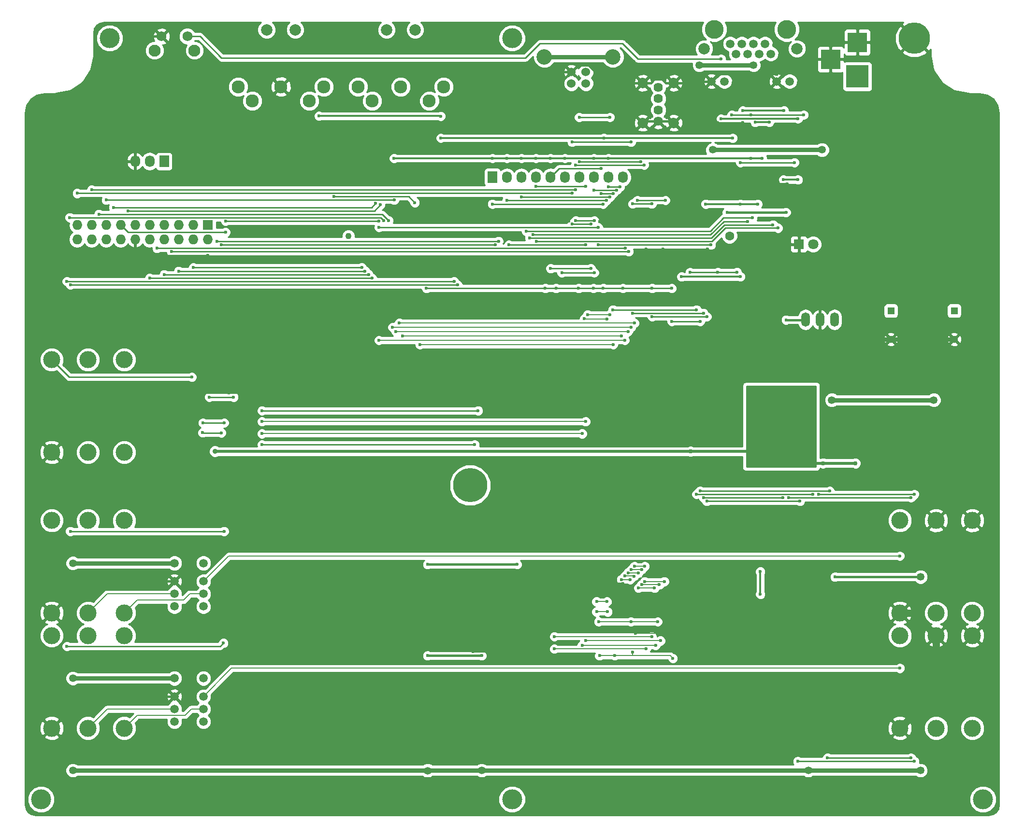
<source format=gbr>
G04 #@! TF.FileFunction,Copper,L2,Bot,Signal*
%FSLAX46Y46*%
G04 Gerber Fmt 4.6, Leading zero omitted, Abs format (unit mm)*
G04 Created by KiCad (PCBNEW no-vcs-found-product) date Tue 08 Dec 2015 08:15:28 PM BRST*
%MOMM*%
G01*
G04 APERTURE LIST*
%ADD10C,0.100000*%
%ADD11C,2.300000*%
%ADD12C,2.000000*%
%ADD13C,1.600000*%
%ADD14C,1.100000*%
%ADD15R,1.300000X1.300000*%
%ADD16C,1.300000*%
%ADD17C,1.620000*%
%ADD18C,1.850000*%
%ADD19R,1.727200X2.032000*%
%ADD20O,1.727200X2.032000*%
%ADD21C,2.100000*%
%ADD22C,1.750000*%
%ADD23C,1.501140*%
%ADD24C,3.300000*%
%ADD25C,3.000000*%
%ADD26R,4.000000X4.000000*%
%ADD27R,3.500000X3.500000*%
%ADD28C,3.500000*%
%ADD29C,1.500000*%
%ADD30C,1.524000*%
%ADD31C,2.700020*%
%ADD32R,1.727200X1.727200*%
%ADD33O,1.727200X1.727200*%
%ADD34C,6.000000*%
%ADD35C,5.500000*%
%ADD36O,1.501140X2.499360*%
%ADD37R,1.800000X1.800000*%
%ADD38C,1.800000*%
%ADD39C,0.600000*%
%ADD40C,1.350000*%
%ADD41C,0.750000*%
%ADD42C,0.900000*%
%ADD43C,0.254000*%
%ADD44C,1.270000*%
%ADD45C,0.304800*%
%ADD46C,0.762000*%
%ADD47C,0.381000*%
%ADD48C,0.203200*%
%ADD49C,0.508000*%
G04 APERTURE END LIST*
D10*
D11*
X56014740Y-11011540D03*
D12*
X48514740Y1488460D03*
D11*
X58514740Y-8511540D03*
X51014740Y-8511540D03*
X43514740Y-8511540D03*
X46014740Y-11011540D03*
D12*
X53514740Y1488460D03*
D11*
X35010720Y-11011540D03*
D12*
X27510720Y1488460D03*
D11*
X37510720Y-8511540D03*
X30010720Y-8511540D03*
X22510720Y-8511540D03*
X25010720Y-11011540D03*
D12*
X32510720Y1488460D03*
D13*
X108606860Y-34671000D03*
D14*
X41806860Y-34671000D03*
D15*
X136878060Y-47807880D03*
D16*
X136878060Y-52807880D03*
D15*
X147977860Y-47807880D03*
D16*
X147977860Y-52807880D03*
D17*
X96136460Y-8590280D03*
X96136460Y-10590280D03*
X96136460Y-12590280D03*
D18*
X98856460Y-7860280D03*
D17*
X96136460Y-14590280D03*
D18*
X98856460Y-14860280D03*
X93416460Y-7860280D03*
X93416460Y-14860280D03*
D19*
X67053460Y-24384380D03*
D20*
X69593460Y-24384380D03*
X72133460Y-24384380D03*
X74673460Y-24384380D03*
X77213460Y-24384380D03*
X79753460Y-24384380D03*
X82293460Y-24384380D03*
X84833460Y-24384380D03*
X87373460Y-24384380D03*
X89913460Y-24384380D03*
D19*
X9547860Y-21595080D03*
D20*
X7007860Y-21595080D03*
X4467860Y-21595080D03*
D21*
X14865900Y-2154720D03*
D22*
X13605900Y335280D03*
X9105900Y335280D03*
D21*
X7855900Y-2154720D03*
D12*
X120418860Y-1859280D03*
D23*
X105432860Y-7574280D03*
X107718860Y-7574280D03*
X116862860Y-7574280D03*
X119148860Y-7574280D03*
X115846860Y-2748280D03*
X113814860Y-2748280D03*
X111782860Y-2748280D03*
X109750860Y-2748280D03*
X112798860Y-970280D03*
X110766860Y-970280D03*
X114830860Y-970280D03*
X108734860Y-970280D03*
D24*
X105940860Y1569720D03*
X118640860Y1569720D03*
D12*
X104162860Y-1859280D03*
D25*
X-3792220Y-56393680D03*
X2557780Y-56393680D03*
X-10142220Y-56393680D03*
X-3792220Y-72623680D03*
X2557780Y-72623680D03*
X-10142220Y-72623680D03*
X144802860Y-100817080D03*
X138452860Y-100817080D03*
X151152860Y-100817080D03*
X144802860Y-84587080D03*
X138452860Y-84587080D03*
X151152860Y-84587080D03*
X144802860Y-121022780D03*
X138452860Y-121022780D03*
X151152860Y-121022780D03*
X144802860Y-104792780D03*
X138452860Y-104792780D03*
X151152860Y-104792780D03*
X-3792220Y-84592760D03*
X2557780Y-84592760D03*
X-10142220Y-84592760D03*
X-3792220Y-100822760D03*
X2557780Y-100822760D03*
X-10142220Y-100822760D03*
X-3792220Y-104790840D03*
X2557780Y-104790840D03*
X-10142220Y-104790840D03*
X-3792220Y-121020840D03*
X2557780Y-121020840D03*
X-10142220Y-121020840D03*
D26*
X131008120Y-6715760D03*
D27*
X131008120Y-713220D03*
X126308120Y-3713220D03*
D28*
X70500240Y-133502400D03*
X70500240Y0D03*
X-11998960Y-133499860D03*
X152999440Y-133502400D03*
X0Y0D03*
D29*
X16431260Y-92080080D03*
X11351260Y-92080080D03*
X11351260Y-95280080D03*
X11351260Y-97480080D03*
X11351260Y-99680080D03*
X16431260Y-95280080D03*
X16431260Y-97480080D03*
X16431260Y-99680080D03*
X16431260Y-112273080D03*
X11351260Y-112273080D03*
X11351260Y-115473080D03*
X11351260Y-117673080D03*
X11351260Y-119873080D03*
X16431260Y-115473080D03*
X16431260Y-117673080D03*
X16431260Y-119873080D03*
D30*
X83433920Y-7947660D03*
X80893920Y-7947660D03*
X80893920Y-5948680D03*
X83433920Y-5948680D03*
D31*
X88163400Y-3248660D03*
X76164440Y-3248660D03*
D32*
X17173180Y-32769700D03*
D33*
X17173180Y-35309700D03*
X14633180Y-32769700D03*
X14633180Y-35309700D03*
X12093180Y-32769700D03*
X12093180Y-35309700D03*
X9553180Y-32769700D03*
X9553180Y-35309700D03*
X7013180Y-32769700D03*
X7013180Y-35309700D03*
X4473180Y-32769700D03*
X4473180Y-35309700D03*
X1933180Y-32769700D03*
X1933180Y-35309700D03*
X-606820Y-32769700D03*
X-606820Y-35309700D03*
X-3146820Y-32769700D03*
X-3146820Y-35309700D03*
X-5686820Y-32769700D03*
X-5686820Y-35309700D03*
D34*
X63157100Y-78409800D03*
D35*
X141010640Y-15240D03*
D36*
X124457460Y-49357280D03*
X126997460Y-49357280D03*
X121917460Y-49357280D03*
D37*
X120774460Y-36149280D03*
D38*
X123274460Y-36149280D03*
D39*
X94211140Y-18440400D03*
X96141540Y-18440400D03*
X70584060Y-100030280D03*
X70584060Y-107599480D03*
X63675260Y-107599480D03*
X127911860Y-82682080D03*
X113388140Y-98679000D03*
X66850260Y-121950480D03*
D40*
X69593460Y-130002280D03*
D39*
X48638460Y-122712480D03*
X62684660Y-121950480D03*
D40*
X-12524740Y-108437680D03*
D39*
X-10137140Y-88244680D03*
X119910860Y-82682080D03*
X125143260Y-82682080D03*
X126032260Y-97591880D03*
X130909060Y-35361880D03*
X147012660Y-35361880D03*
X104924860Y-98684080D03*
D40*
X147342860Y-129976880D03*
X-10137140Y-129976880D03*
D39*
X115973860Y-98684080D03*
X104950260Y-105719880D03*
X101622860Y-105719880D03*
X70584060Y-96398080D03*
X75562460Y-95686880D03*
X75562460Y-92308680D03*
D40*
X130909060Y-52811680D03*
D39*
X92148660Y-104373680D03*
X96390460Y-104373680D03*
X84655660Y-95686880D03*
X89964260Y-95686880D03*
X86738460Y-113060480D03*
X91869260Y-113060480D03*
X94409260Y-113060480D03*
X95679260Y-113060480D03*
X20927060Y-62209680D03*
X24483060Y-62209680D03*
X15491460Y-62209680D03*
X17015460Y-108437680D03*
X12341860Y-108437680D03*
X17091660Y-88244680D03*
X12570460Y-88244680D03*
X103248460Y-32161480D03*
X102054660Y-32161480D03*
X96949260Y-36962080D03*
X93956860Y-36962080D03*
X104747060Y-36962080D03*
X90040460Y-32161480D03*
X94256860Y-32161480D03*
X85856860Y-32161480D03*
X105051860Y-32161480D03*
X78966060Y-32110680D03*
X72666860Y-32110680D03*
X71142860Y-32110680D03*
X80464660Y-32110680D03*
X53743860Y-34650680D03*
X55242460Y-34650680D03*
X43556860Y-34650680D03*
X71142860Y-34650680D03*
X71142860Y-47172880D03*
X77264260Y-47172880D03*
X106499660Y-14787880D03*
X110893860Y-14787880D03*
X106245660Y-24947880D03*
D41*
X74521060Y-15778480D03*
X63675260Y-15778480D03*
X116862860Y-6253480D03*
X100886260Y-7853680D03*
X39265860Y-6456680D03*
X9725660Y-6456680D03*
X30020260Y-6456680D03*
X4467860Y325120D03*
D39*
X118742460Y-25582880D03*
X115313460Y-25582880D03*
X17167860Y-38054280D03*
X4467860Y-38054280D03*
X113997740Y-93573600D03*
X113997740Y-97536000D03*
D40*
X142059660Y-94493080D03*
D39*
X127073660Y-94493080D03*
D40*
X-6454140Y-112273080D03*
X122400060Y-128452880D03*
D39*
X55699660Y-108310680D03*
X65173860Y-108310680D03*
D40*
X55699660Y-128478280D03*
D39*
X55699660Y-92308680D03*
X71371460Y-92308680D03*
D40*
X65173860Y-128452880D03*
X142059660Y-128452880D03*
X-6454140Y-128452880D03*
X-6454140Y-92080080D03*
X126525020Y-63454280D03*
X144396460Y-63454280D03*
D42*
X116563140Y-72471280D03*
X116563140Y-63855600D03*
X112981740Y-68097400D03*
X116309140Y-68097400D03*
X120169940Y-63855600D03*
X112981740Y-63855600D03*
X112981740Y-72466200D03*
D41*
X124990860Y-74554080D03*
D42*
X120164860Y-74554080D03*
D41*
X130680460Y-74554080D03*
X101775260Y-72471280D03*
D39*
X91615260Y-107726480D03*
X98676460Y-108793280D03*
X88491060Y-108310680D03*
X85824060Y-108310680D03*
D42*
X18463260Y-72471280D03*
X120164860Y-72471280D03*
D39*
X118513860Y-49408080D03*
X118513860Y-30561280D03*
X108176060Y-30561280D03*
X109166660Y-17531080D03*
X86586060Y-17531080D03*
X58011060Y-17505680D03*
X36675060Y-13644880D03*
X58011060Y-13670280D03*
X110512860Y-29088080D03*
X110512860Y-41838880D03*
X100200460Y-41838880D03*
X113535460Y-29088080D03*
X104442260Y-29088080D03*
X79753460Y-21061680D03*
X55501540Y-43865800D03*
X96009460Y-102341680D03*
X85671660Y-102341680D03*
X121612660Y-13441680D03*
X109014260Y-13441680D03*
X112367060Y-13441680D03*
X95044260Y-43870880D03*
X89913460Y-43870880D03*
X86484460Y-43870880D03*
X84757260Y-43870880D03*
X98473260Y-43870880D03*
X82166460Y-43870880D03*
X78204060Y-43870880D03*
X76324460Y-43870880D03*
X87373460Y-21061680D03*
X84833460Y-21061680D03*
X77213460Y-21061680D03*
X74673460Y-21061680D03*
X72133460Y-21061680D03*
X69593460Y-21061680D03*
X67053460Y-21061680D03*
X112392460Y-21061680D03*
X49832260Y-21061680D03*
X114297460Y-21061680D03*
X91335860Y-102341680D03*
X94968060Y-104957880D03*
X77924660Y-104957880D03*
X93952060Y-107129580D03*
X77911960Y-107129580D03*
X26692860Y-69372480D03*
X82776060Y-69372480D03*
X82776060Y-106507280D03*
X95653860Y-106507280D03*
X26692860Y-67238880D03*
X83385660Y-67238880D03*
X83385660Y-105694480D03*
X96492060Y-105694480D03*
X16309340Y-69189600D03*
X19560540Y-69215000D03*
X16334740Y-67462400D03*
X20068540Y-67462400D03*
X120550940Y-126847600D03*
X140992860Y-126852680D03*
X140992860Y-80015080D03*
X124183140Y-80010000D03*
X138452860Y-90835480D03*
X138452860Y-110520480D03*
X14399260Y-59441080D03*
X20297140Y-34041080D03*
X47195740Y-33172400D03*
X47195740Y-32080200D03*
X20297140Y-32080200D03*
X85570060Y-33177480D03*
X85570060Y-36250880D03*
X105356660Y-36250880D03*
X67053460Y-29088080D03*
X86459060Y-29088080D03*
X69593460Y-28478480D03*
X87043260Y-28478480D03*
X72133460Y-27868880D03*
X87652860Y-27868880D03*
X86103460Y-22839680D03*
X86103460Y-27259280D03*
X88237060Y-27259280D03*
X84833460Y-26649680D03*
X88846660Y-26649680D03*
X87373460Y-26040080D03*
X89456260Y-26040080D03*
X74673460Y-26014680D03*
X83436460Y-26014680D03*
X69949060Y-36250880D03*
X83436460Y-36250880D03*
X17472660Y-62946280D03*
X21714460Y-62946280D03*
X88237060Y-53751480D03*
X54353460Y-53751480D03*
X87678260Y-48468280D03*
X83741260Y-48468280D03*
X87119460Y-49230280D03*
X87119460Y-98836480D03*
X85316060Y-98836480D03*
X83182460Y-49204880D03*
X107134660Y-3637280D03*
X109903260Y-41026080D03*
X106555540Y-41046400D03*
X101678740Y-41046400D03*
X91386660Y-50703480D03*
X91386660Y-93197680D03*
X93195140Y-93192600D03*
X93195140Y-95859600D03*
X96319340Y-95859600D03*
X49565560Y-50703480D03*
X91945460Y-49966880D03*
X91945460Y-92638880D03*
X93753940Y-92633800D03*
X93753940Y-95300800D03*
X97182940Y-95300800D03*
X50759360Y-49954180D03*
X92636340Y-93802200D03*
X92636340Y-96443800D03*
X95455740Y-96443800D03*
X90827860Y-93781880D03*
X50162460Y-51465480D03*
X90827860Y-51465480D03*
X91894660Y-94366080D03*
X90269060Y-52989480D03*
X90269060Y-94340680D03*
X47165260Y-52989480D03*
X91183460Y-94975680D03*
X89659460Y-52227480D03*
X89659460Y-94950280D03*
X51356260Y-52227480D03*
X26692860Y-71277480D03*
X63954660Y-71277480D03*
X26692860Y-65333880D03*
X64564260Y-65333880D03*
X14653260Y-40238680D03*
X44168060Y-40238680D03*
X12087860Y-40848280D03*
X44752260Y-40848280D03*
X9547860Y-41457880D03*
X45361860Y-41457880D03*
X7007860Y-42067480D03*
X45946060Y-42067480D03*
X49857660Y-28376880D03*
X-612140Y-28376880D03*
X46606460Y-28961080D03*
X657860Y-29672280D03*
X47444660Y-29215080D03*
X3197860Y-30281880D03*
X119987060Y-21798280D03*
X110512860Y-21798280D03*
X111757460Y-32136080D03*
X74165460Y-34447480D03*
X117091460Y-33304480D03*
X74749660Y-35666680D03*
X116202460Y-32720280D03*
X73555860Y-35057080D03*
X112646460Y-31526480D03*
X72971660Y-33837880D03*
X93063060Y-21671280D03*
X82268060Y-21671280D03*
X82268060Y-13873480D03*
X87652860Y-13873480D03*
X93647260Y-22255480D03*
X81658460Y-22255480D03*
X91615260Y-29062680D03*
X94973140Y-29057600D03*
X92453460Y-28427680D03*
X97381060Y-28427680D03*
X18793460Y-35615880D03*
X68145660Y-35615880D03*
X19555460Y-36225480D03*
X67561460Y-36225480D03*
X10817860Y-37444680D03*
X90954860Y-37444680D03*
X8277860Y-36835080D03*
X90370660Y-36835080D03*
X48054260Y-32034480D03*
X-6987540Y-31450280D03*
X48892460Y-32034480D03*
X-1882140Y-30866080D03*
X53464460Y-28834080D03*
X39291260Y-27792680D03*
X91335860Y-18216880D03*
X81023460Y-18216880D03*
D40*
X105661460Y-19588480D03*
X124813060Y-19588480D03*
X112824260Y-4704080D03*
X103324660Y-4704080D03*
D39*
X125783340Y-126238000D03*
X140408660Y-126243080D03*
X140408660Y-80599280D03*
X118950740Y-80594200D03*
X79220060Y-41127680D03*
X84909660Y-41127680D03*
X84909660Y-32009080D03*
X81658460Y-32009080D03*
X-3152140Y-26598880D03*
X81658460Y-26598880D03*
X77264260Y-40391080D03*
X84300060Y-40391080D03*
X81048860Y-27208480D03*
X-5692140Y-27208480D03*
X84300060Y-32593280D03*
X81048860Y-32593280D03*
X20038060Y-86492080D03*
X-6885940Y-86492080D03*
X-6885940Y-43261280D03*
X60957460Y-43261280D03*
X19936460Y-106100880D03*
X-7495540Y-106659680D03*
X-7495540Y-42651680D03*
X60347860Y-42651680D03*
X118056660Y-24820880D03*
X120596660Y-24820880D03*
X120596660Y-14127480D03*
X107109260Y-14127480D03*
X87246460Y-100614480D03*
X85316060Y-100614480D03*
X126159260Y-79405480D03*
X103451660Y-79405480D03*
X103451660Y-49662080D03*
X98473260Y-49662080D03*
X104035860Y-48214280D03*
X91640660Y-48214280D03*
X117980460Y-80599280D03*
X104035860Y-80599280D03*
X120952260Y-81208880D03*
X104620060Y-81208880D03*
X104620060Y-48849280D03*
X95044260Y-48849280D03*
X123212860Y-79989680D03*
X102816660Y-79989680D03*
X102816660Y-47630080D03*
X88186260Y-47630080D03*
X118158260Y-12730480D03*
X110919260Y-12730480D03*
X115592860Y-14737080D03*
X113103660Y-14737080D03*
D43*
X96141540Y-18440400D02*
X94211140Y-18440400D01*
D44*
X138452860Y-121022780D02*
X144802860Y-114672780D01*
X144802860Y-114672780D02*
X144802860Y-104792780D01*
D45*
X70584060Y-107599480D02*
X70584060Y-100030280D01*
X63675260Y-107599480D02*
X70584060Y-107599480D01*
X127911860Y-82682080D02*
X125143260Y-82682080D01*
X62684660Y-121950480D02*
X66850260Y-121950480D01*
D46*
X69593460Y-130002280D02*
X69593460Y-129976880D01*
X69593460Y-129976880D02*
X69593460Y-130002280D01*
X69593460Y-130002280D02*
X69593460Y-129976880D01*
D45*
X49400460Y-121950480D02*
X48638460Y-122712480D01*
X62684660Y-121950480D02*
X49400460Y-121950480D01*
D43*
X12341860Y-108437680D02*
X-12524740Y-108437680D01*
D47*
X-10142220Y-121020840D02*
X-4594460Y-115473080D01*
X-4594460Y-115473080D02*
X11351260Y-115473080D01*
X-10142220Y-100822760D02*
X-4599540Y-95280080D01*
X-4599540Y-95280080D02*
X11351260Y-95280080D01*
D43*
X12570460Y-88244680D02*
X-10137140Y-88244680D01*
D45*
X119910860Y-82682080D02*
X125143260Y-82682080D01*
X126032260Y-98684080D02*
X126032260Y-97591880D01*
X115973860Y-98684080D02*
X126032260Y-98684080D01*
X126032260Y-98684080D02*
X136319860Y-98684080D01*
X136319860Y-98684080D02*
X138452860Y-100817080D01*
D44*
X138452860Y-100817080D02*
X140827160Y-100817080D01*
X140827160Y-100817080D02*
X144802860Y-104792780D01*
D47*
X147012660Y-35361880D02*
X130909060Y-35361880D01*
D45*
X104924860Y-98684080D02*
X113388140Y-98679000D01*
X113388140Y-98679000D02*
X115973860Y-98684080D01*
D46*
X147342860Y-129976880D02*
X69593460Y-129976880D01*
X69593460Y-129976880D02*
X-10137140Y-129976880D01*
D45*
X101622860Y-105719880D02*
X104950260Y-105719880D01*
X75562460Y-95686880D02*
X71295260Y-95686880D01*
X71295260Y-95686880D02*
X70584060Y-96398080D01*
X84655660Y-95686880D02*
X75562460Y-95686880D01*
D46*
X130912860Y-52807880D02*
X136878060Y-52807880D01*
X130909060Y-52811680D02*
X130912860Y-52807880D01*
X147977860Y-52807880D02*
X136878060Y-52807880D01*
D43*
X-10142220Y-72623680D02*
X271780Y-62209680D01*
X271780Y-62209680D02*
X15491460Y-62209680D01*
D48*
X92148660Y-104373680D02*
X96390460Y-104373680D01*
D45*
X89964260Y-95686880D02*
X84655660Y-95686880D01*
X91869260Y-113060480D02*
X86738460Y-113060480D01*
X93139260Y-113060480D02*
X91869260Y-113060480D01*
X94409260Y-113060480D02*
X93139260Y-113060480D01*
X95679260Y-113060480D02*
X94409260Y-113060480D01*
D43*
X15491460Y-62209680D02*
X20927060Y-62209680D01*
X20927060Y-62209680D02*
X24483060Y-62209680D01*
X12341860Y-108437680D02*
X17015460Y-108437680D01*
X12570460Y-88244680D02*
X17091660Y-88244680D01*
X93956860Y-36962080D02*
X96949260Y-36962080D01*
X96949260Y-36962080D02*
X104747060Y-36962080D01*
X94256860Y-32161480D02*
X102054660Y-32161480D01*
X102054660Y-32161480D02*
X103248460Y-32161480D01*
X103248460Y-32161480D02*
X105051860Y-32161480D01*
X85856860Y-32161480D02*
X90040460Y-32161480D01*
X90040460Y-32161480D02*
X94256860Y-32161480D01*
X80464660Y-32110680D02*
X78966060Y-32110680D01*
X78966060Y-32110680D02*
X72666860Y-32110680D01*
X72666860Y-32110680D02*
X71142860Y-32110680D01*
X55242460Y-34650680D02*
X53743860Y-34650680D01*
X53743860Y-34650680D02*
X43556860Y-34650680D01*
X71142860Y-34650680D02*
X55242460Y-34650680D01*
X77264260Y-47172880D02*
X71142860Y-47172880D01*
X110893860Y-14787880D02*
X106499660Y-14787880D01*
D45*
X115313460Y-25582880D02*
X106880660Y-25582880D01*
X106880660Y-25582880D02*
X106245660Y-24947880D01*
D47*
X63675260Y-15778480D02*
X74521060Y-15778480D01*
X106753660Y-6253480D02*
X116862860Y-6253480D01*
X105432860Y-7574280D02*
X106753660Y-6253480D01*
X100886260Y-7853680D02*
X100886260Y-7860280D01*
X100886260Y-7860280D02*
X100886260Y-7853680D01*
X100886260Y-7853680D02*
X100886260Y-7860280D01*
X98856460Y-7860280D02*
X100886260Y-7860280D01*
X100886260Y-7860280D02*
X103597460Y-7860280D01*
X103883460Y-7574280D02*
X105432860Y-7574280D01*
X103597460Y-7860280D02*
X103883460Y-7574280D01*
X80893920Y-5948680D02*
X82138520Y-4704080D01*
X87075260Y-7860280D02*
X93416460Y-7860280D01*
X83919060Y-4704080D02*
X87075260Y-7860280D01*
X82138520Y-4704080D02*
X83919060Y-4704080D01*
X30020260Y-6456680D02*
X39265860Y-6456680D01*
X39265860Y-6456680D02*
X77391260Y-6456680D01*
X77391260Y-6456680D02*
X77899260Y-5948680D01*
X77899260Y-5948680D02*
X80893920Y-5948680D01*
X30020260Y-6456680D02*
X9725660Y-6456680D01*
X4467860Y325120D02*
X9095740Y325120D01*
X9095740Y325120D02*
X9105900Y335280D01*
X93416460Y-7860280D02*
X94809060Y-7860280D01*
X97463860Y-7860280D02*
X98856460Y-7860280D01*
X96822260Y-7218680D02*
X97463860Y-7860280D01*
X95450660Y-7218680D02*
X96822260Y-7218680D01*
X94809060Y-7860280D02*
X95450660Y-7218680D01*
X96136460Y-14590280D02*
X98586460Y-14590280D01*
X98586460Y-14590280D02*
X98856460Y-14860280D01*
X93416460Y-14860280D02*
X93686460Y-14590280D01*
X93686460Y-14590280D02*
X96136460Y-14590280D01*
D45*
X115313460Y-25582880D02*
X118742460Y-25582880D01*
D43*
X4467860Y-38054280D02*
X17167860Y-38054280D01*
D45*
X113997740Y-97536000D02*
X113997740Y-93573600D01*
D47*
X127073660Y-94493080D02*
X142059660Y-94493080D01*
D46*
X11351260Y-112273080D02*
X-6454140Y-112273080D01*
D47*
X55699660Y-108310680D02*
X65173860Y-108310680D01*
X71371460Y-92308680D02*
X55699660Y-92308680D01*
X55699660Y-128478280D02*
X55699660Y-128452880D01*
X55699660Y-128452880D02*
X55699660Y-128478280D01*
X55699660Y-128478280D02*
X55699660Y-128452880D01*
D46*
X142059660Y-128452880D02*
X122400060Y-128452880D01*
X122400060Y-128452880D02*
X65173860Y-128452880D01*
X-6454140Y-92080080D02*
X11351260Y-92080080D01*
X65173860Y-128452880D02*
X55699660Y-128452880D01*
X55699660Y-128452880D02*
X-6454140Y-128452880D01*
X126525020Y-63454280D02*
X144396460Y-63454280D01*
D49*
X116309140Y-68097400D02*
X112981740Y-68097400D01*
X120169940Y-63855600D02*
X116563140Y-63855600D01*
X116563140Y-63855600D02*
X112981740Y-63855600D01*
X112981740Y-72466200D02*
X112981740Y-72471280D01*
X112981740Y-72471280D02*
X112981740Y-72466200D01*
X112981740Y-72466200D02*
X112981740Y-72471280D01*
X130680460Y-74554080D02*
X124990860Y-74554080D01*
X124990860Y-74554080D02*
X120164860Y-74554080D01*
D48*
X91615260Y-107726480D02*
X91615260Y-108310680D01*
X91615260Y-108310680D02*
X91615260Y-108285280D01*
X91615260Y-108285280D02*
X91615260Y-108310680D01*
X88491060Y-108310680D02*
X91615260Y-108310680D01*
X91615260Y-108310680D02*
X98193860Y-108310680D01*
X98193860Y-108310680D02*
X98676460Y-108793280D01*
X85824060Y-108310680D02*
X88491060Y-108310680D01*
D49*
X101775260Y-72471280D02*
X18463260Y-72471280D01*
X120164860Y-72471280D02*
X116563140Y-72471280D01*
X116563140Y-72471280D02*
X112981740Y-72471280D01*
X112981740Y-72471280D02*
X101775260Y-72471280D01*
D47*
X118513860Y-49408080D02*
X121866660Y-49408080D01*
X108176060Y-30561280D02*
X118513860Y-30561280D01*
X121866660Y-49408080D02*
X121917460Y-49357280D01*
D45*
X109166660Y-17531080D02*
X86586060Y-17531080D01*
X86586060Y-17531080D02*
X58036460Y-17531080D01*
X58036460Y-17531080D02*
X58011060Y-17505680D01*
X58011060Y-13670280D02*
X58011060Y-13644880D01*
X36675060Y-13644880D02*
X58011060Y-13644880D01*
X100200460Y-41838880D02*
X110512860Y-41838880D01*
X113535460Y-29088080D02*
X110512860Y-29088080D01*
X110512860Y-29088080D02*
X104442260Y-29088080D01*
D43*
X76324460Y-43870880D02*
X55506620Y-43870880D01*
X55506620Y-43870880D02*
X55501540Y-43865800D01*
D48*
X96009460Y-102341680D02*
X91335860Y-102341680D01*
X91335860Y-102341680D02*
X85671660Y-102341680D01*
D43*
X112367060Y-13441680D02*
X121612660Y-13441680D01*
X112367060Y-13441680D02*
X109014260Y-13441680D01*
X82166460Y-43870880D02*
X84757260Y-43870880D01*
X84757260Y-43870880D02*
X86484460Y-43870880D01*
X86484460Y-43870880D02*
X89913460Y-43870880D01*
X89913460Y-43870880D02*
X95044260Y-43870880D01*
X95044260Y-43870880D02*
X98473260Y-43870880D01*
X78204060Y-43870880D02*
X82166460Y-43870880D01*
X76324460Y-43870880D02*
X78204060Y-43870880D01*
D45*
X49832260Y-21061680D02*
X67053460Y-21061680D01*
X67053460Y-21061680D02*
X69593460Y-21061680D01*
X69593460Y-21061680D02*
X72133460Y-21061680D01*
X72133460Y-21061680D02*
X74673460Y-21061680D01*
X74673460Y-21061680D02*
X77213460Y-21061680D01*
X77213460Y-21061680D02*
X79753460Y-21061680D01*
X79753460Y-21061680D02*
X84833460Y-21061680D01*
X84833460Y-21061680D02*
X87373460Y-21061680D01*
X87373460Y-21061680D02*
X112392460Y-21061680D01*
X112392460Y-21061680D02*
X114297460Y-21061680D01*
D48*
X77924660Y-104957880D02*
X94968060Y-104957880D01*
X77911960Y-107129580D02*
X93952060Y-107129580D01*
X82776060Y-69372480D02*
X26692860Y-69372480D01*
X95653860Y-106507280D02*
X82776060Y-106507280D01*
X83385660Y-67238880D02*
X26692860Y-67238880D01*
X96492060Y-105694480D02*
X83385660Y-105694480D01*
D43*
X16334740Y-69215000D02*
X16309340Y-69189600D01*
X19560540Y-69215000D02*
X16334740Y-69215000D01*
X20068540Y-67462400D02*
X16334740Y-67462400D01*
X140992860Y-126852680D02*
X120550940Y-126847600D01*
X124183140Y-80010000D02*
X140992860Y-80015080D01*
D48*
X16431260Y-95280080D02*
X20875860Y-90835480D01*
X20875860Y-90835480D02*
X138452860Y-90835480D01*
X11351260Y-97480080D02*
X-449540Y-97480080D01*
X-449540Y-97480080D02*
X-3792220Y-100822760D01*
X16431260Y-97480080D02*
X14028460Y-97480080D01*
X4798060Y-98582480D02*
X2557780Y-100822760D01*
X12926060Y-98582480D02*
X4798060Y-98582480D01*
X14028460Y-97480080D02*
X12926060Y-98582480D01*
X16431260Y-115473080D02*
X21383860Y-110520480D01*
X21383860Y-110520480D02*
X138452860Y-110520480D01*
X11351260Y-117673080D02*
X-444460Y-117673080D01*
X-444460Y-117673080D02*
X-3792220Y-121020840D01*
X16431260Y-117673080D02*
X14282460Y-117673080D01*
X4828540Y-118750080D02*
X2557780Y-121020840D01*
X13205460Y-118750080D02*
X4828540Y-118750080D01*
X14282460Y-117673080D02*
X13205460Y-118750080D01*
D43*
X-7094820Y-59441080D02*
X-10142220Y-56393680D01*
X14399260Y-59441080D02*
X-7094820Y-59441080D01*
X20297140Y-32080200D02*
X47195740Y-32080200D01*
X47195740Y-33172400D02*
X47195740Y-33177480D01*
X47195740Y-33177480D02*
X47195740Y-33172400D01*
X47195740Y-33172400D02*
X47195740Y-33177480D01*
X85570060Y-33177480D02*
X47195740Y-33177480D01*
X105356660Y-36250880D02*
X85570060Y-36250880D01*
X1933180Y-32769700D02*
X3204560Y-34041080D01*
X3204560Y-34041080D02*
X20297140Y-34041080D01*
X86459060Y-29088080D02*
X67053460Y-29088080D01*
X87043260Y-28478480D02*
X69593460Y-28478480D01*
X87652860Y-27868880D02*
X72133460Y-27868880D01*
X77213460Y-24384380D02*
X78758160Y-22839680D01*
X78758160Y-22839680D02*
X86103460Y-22839680D01*
X86103460Y-27259280D02*
X88237060Y-27259280D01*
X88846660Y-26649680D02*
X84833460Y-26649680D01*
X89456260Y-26040080D02*
X87373460Y-26040080D01*
X74673460Y-26014680D02*
X83436460Y-26014680D01*
X83436460Y-36250880D02*
X69949060Y-36250880D01*
X21714460Y-62946280D02*
X17472660Y-62946280D01*
D48*
X88237060Y-53751480D02*
X54353460Y-53751480D01*
X87678260Y-48468280D02*
X83741260Y-48468280D01*
X85316060Y-98836480D02*
X87119460Y-98836480D01*
X83182460Y-49204880D02*
X83182460Y-49230280D01*
X83182460Y-49230280D02*
X83182460Y-49204880D01*
X83182460Y-49204880D02*
X83182460Y-49230280D01*
X87119460Y-49230280D02*
X83182460Y-49230280D01*
D43*
X106555540Y-41046400D02*
X109882940Y-41046400D01*
X15836900Y335280D02*
X13605900Y335280D01*
X19606260Y-3434080D02*
X15836900Y335280D01*
X72844660Y-3434080D02*
X19606260Y-3434080D01*
X75359260Y-919480D02*
X72844660Y-3434080D01*
X89837260Y-919480D02*
X75359260Y-919480D01*
X92555060Y-3637280D02*
X89837260Y-919480D01*
X107134660Y-3637280D02*
X92555060Y-3637280D01*
X109882940Y-41046400D02*
X109903260Y-41026080D01*
X101678740Y-41046400D02*
X106555540Y-41046400D01*
D48*
X93195140Y-93192600D02*
X91386660Y-93197680D01*
X96319340Y-95859600D02*
X93195140Y-95859600D01*
X91386660Y-50703480D02*
X91386660Y-50708560D01*
X91386660Y-50708560D02*
X91386660Y-50703480D01*
X91386660Y-50703480D02*
X91386660Y-50708560D01*
X91386660Y-50708560D02*
X49565560Y-50703480D01*
X93753940Y-92633800D02*
X91945460Y-92638880D01*
X97182940Y-95300800D02*
X93753940Y-95300800D01*
X91945460Y-49966880D02*
X91945460Y-49959260D01*
X91945460Y-49959260D02*
X91945460Y-49966880D01*
X91945460Y-49966880D02*
X91945460Y-49959260D01*
X91945460Y-49959260D02*
X50759360Y-49954180D01*
X95455740Y-96443800D02*
X92636340Y-96443800D01*
X92636340Y-93802200D02*
X92636340Y-93781880D01*
X92636340Y-93781880D02*
X92636340Y-93802200D01*
X92636340Y-93802200D02*
X92636340Y-93781880D01*
X92636340Y-93781880D02*
X92179140Y-93781880D01*
X92179140Y-93781880D02*
X90827860Y-93781880D01*
X90827860Y-51465480D02*
X50162460Y-51465480D01*
X91894660Y-94366080D02*
X91894660Y-94345760D01*
X91894660Y-94345760D02*
X91894660Y-94366080D01*
X91894660Y-94366080D02*
X91894660Y-94345760D01*
X91894660Y-94345760D02*
X90269060Y-94340680D01*
X90269060Y-52989480D02*
X47165260Y-52989480D01*
X91183460Y-94975680D02*
X91183460Y-94980760D01*
X91183460Y-94980760D02*
X91183460Y-94975680D01*
X91183460Y-94975680D02*
X91183460Y-94980760D01*
X89684860Y-94975680D02*
X89659460Y-94950280D01*
X91183460Y-94980760D02*
X89684860Y-94975680D01*
X89659460Y-52227480D02*
X51356260Y-52227480D01*
D43*
X63954660Y-71277480D02*
X26692860Y-71277480D01*
X64564260Y-65333880D02*
X26692860Y-65333880D01*
X44168060Y-40238680D02*
X14653260Y-40238680D01*
X44752260Y-40848280D02*
X12087860Y-40848280D01*
X45361860Y-41457880D02*
X9547860Y-41457880D01*
X45946060Y-42067480D02*
X7007860Y-42067480D01*
X-612140Y-28376880D02*
X49857660Y-28376880D01*
X45895260Y-29672280D02*
X46606460Y-28961080D01*
X657860Y-29672280D02*
X45895260Y-29672280D01*
X46377860Y-30281880D02*
X47444660Y-29215080D01*
X3197860Y-30281880D02*
X46377860Y-30281880D01*
X110512860Y-21798280D02*
X119987060Y-21798280D01*
X111757460Y-32136080D02*
X107591860Y-32136080D01*
X107591860Y-32136080D02*
X105280460Y-34447480D01*
X74165460Y-34447480D02*
X105280460Y-34447480D01*
X107871260Y-33304480D02*
X117091460Y-33304480D01*
X105509060Y-35666680D02*
X107871260Y-33304480D01*
X74749660Y-35666680D02*
X105509060Y-35666680D01*
X107718860Y-32720280D02*
X116202460Y-32720280D01*
X105382060Y-35057080D02*
X107718860Y-32720280D01*
X73555860Y-35057080D02*
X105382060Y-35057080D01*
X107541060Y-31526480D02*
X112646460Y-31526480D01*
X105229660Y-33837880D02*
X107541060Y-31526480D01*
X72971660Y-33837880D02*
X105229660Y-33837880D01*
X82268060Y-21671280D02*
X93063060Y-21671280D01*
X87652860Y-13873480D02*
X82268060Y-13873480D01*
X81658460Y-22255480D02*
X93647260Y-22255480D01*
X94973140Y-29057600D02*
X91615260Y-29062680D01*
X97381060Y-28427680D02*
X92453460Y-28427680D01*
X68145660Y-35615880D02*
X18793460Y-35615880D01*
X67561460Y-36225480D02*
X19555460Y-36225480D01*
X90954860Y-37444680D02*
X10817860Y-37444680D01*
X90370660Y-36835080D02*
X8277860Y-36835080D01*
X47470060Y-31450280D02*
X48054260Y-32034480D01*
X-6987540Y-31450280D02*
X47470060Y-31450280D01*
X47724060Y-30866080D02*
X48892460Y-32034480D01*
X-1882140Y-30866080D02*
X47724060Y-30866080D01*
X52423060Y-27792680D02*
X53464460Y-28834080D01*
X39291260Y-27792680D02*
X52423060Y-27792680D01*
X81023460Y-18216880D02*
X91335860Y-18216880D01*
D46*
X124813060Y-19588480D02*
X105661460Y-19588480D01*
X103324660Y-4704080D02*
X112824260Y-4704080D01*
D43*
X140408660Y-126243080D02*
X125783340Y-126238000D01*
X118950740Y-80594200D02*
X140408660Y-80599280D01*
X84909660Y-41127680D02*
X79220060Y-41127680D01*
X81658460Y-32009080D02*
X84909660Y-32009080D01*
X-3152140Y-26598880D02*
X81658460Y-26598880D01*
X84300060Y-40391080D02*
X77264260Y-40391080D01*
X81048860Y-32593280D02*
X84300060Y-32593280D01*
X-5692140Y-27208480D02*
X81048860Y-27208480D01*
X-6885940Y-86492080D02*
X20038060Y-86492080D01*
X60957460Y-43261280D02*
X-6885940Y-43261280D01*
X19377660Y-106659680D02*
X19936460Y-106100880D01*
X-7495540Y-106659680D02*
X19377660Y-106659680D01*
X60347860Y-42651680D02*
X-7495540Y-42651680D01*
D45*
X120596660Y-24820880D02*
X118056660Y-24820880D01*
X107109260Y-14127480D02*
X120596660Y-14127480D01*
D48*
X85316060Y-100614480D02*
X87246460Y-100614480D01*
D43*
X103451660Y-79405480D02*
X126159260Y-79405480D01*
X98473260Y-49662080D02*
X103451660Y-49662080D01*
X91640660Y-48214280D02*
X104035860Y-48214280D01*
X104035860Y-80599280D02*
X117980460Y-80599280D01*
X104620060Y-81208880D02*
X120952260Y-81208880D01*
X95044260Y-48849280D02*
X104620060Y-48849280D01*
X102816660Y-79989680D02*
X123212860Y-79989680D01*
X88186260Y-47630080D02*
X102816660Y-47630080D01*
D46*
X76164440Y-3248660D02*
X88163400Y-3248660D01*
D45*
X110919260Y-12730480D02*
X118158260Y-12730480D01*
X113103660Y-14737080D02*
X115592860Y-14737080D01*
D43*
G36*
X123736100Y-75173840D02*
X111594900Y-75173840D01*
X111594900Y-61051440D01*
X123736100Y-61051440D01*
X123736100Y-75173840D01*
X123736100Y-75173840D01*
G37*
X123736100Y-75173840D02*
X111594900Y-75173840D01*
X111594900Y-61051440D01*
X123736100Y-61051440D01*
X123736100Y-75173840D01*
G36*
X26125442Y2415823D02*
X25876004Y1815108D01*
X25875436Y1164665D01*
X26123826Y563517D01*
X26583357Y103182D01*
X27184072Y-146256D01*
X27834515Y-146824D01*
X28435663Y101566D01*
X28895998Y561097D01*
X29145436Y1161812D01*
X29146004Y1812255D01*
X28897614Y2413403D01*
X28504952Y2806752D01*
X31517055Y2806752D01*
X31125442Y2415823D01*
X30876004Y1815108D01*
X30875436Y1164665D01*
X31123826Y563517D01*
X31583357Y103182D01*
X32184072Y-146256D01*
X32834515Y-146824D01*
X33435663Y101566D01*
X33895998Y561097D01*
X34145436Y1161812D01*
X34146004Y1812255D01*
X33897614Y2413403D01*
X33504952Y2806752D01*
X47521075Y2806752D01*
X47129462Y2415823D01*
X46880024Y1815108D01*
X46879456Y1164665D01*
X47127846Y563517D01*
X47587377Y103182D01*
X48188092Y-146256D01*
X48838535Y-146824D01*
X49439683Y101566D01*
X49900018Y561097D01*
X50149456Y1161812D01*
X50150024Y1812255D01*
X49901634Y2413403D01*
X49508972Y2806752D01*
X52521075Y2806752D01*
X52129462Y2415823D01*
X51880024Y1815108D01*
X51879456Y1164665D01*
X52127846Y563517D01*
X52587377Y103182D01*
X53188092Y-146256D01*
X53838535Y-146824D01*
X54439683Y101566D01*
X54900018Y561097D01*
X55149456Y1161812D01*
X55150024Y1812255D01*
X54901634Y2413403D01*
X54508972Y2806752D01*
X103980359Y2806752D01*
X103656257Y2026229D01*
X103655464Y1117199D01*
X104002602Y277062D01*
X104513155Y-234383D01*
X104489508Y-224564D01*
X103839065Y-223996D01*
X103237917Y-472386D01*
X102777582Y-931917D01*
X102528144Y-1532632D01*
X102527576Y-2183075D01*
X102775966Y-2784223D01*
X102866864Y-2875280D01*
X92870691Y-2875280D01*
X90376075Y-380665D01*
X90354545Y-366279D01*
X90128865Y-215484D01*
X89837260Y-157480D01*
X75359260Y-157480D01*
X75067655Y-215484D01*
X74820444Y-380665D01*
X72529030Y-2672080D01*
X19921890Y-2672080D01*
X17722135Y-472325D01*
X68114827Y-472325D01*
X68477156Y-1349229D01*
X69147482Y-2020726D01*
X70023753Y-2384585D01*
X70972565Y-2385413D01*
X71849469Y-2023084D01*
X72520966Y-1352758D01*
X72884825Y-476487D01*
X72885653Y472325D01*
X72523324Y1349229D01*
X71852998Y2020726D01*
X70976727Y2384585D01*
X70027915Y2385413D01*
X69151011Y2023084D01*
X68479514Y1352758D01*
X68115655Y476487D01*
X68114827Y-472325D01*
X17722135Y-472325D01*
X16375715Y874095D01*
X16128505Y1039276D01*
X15836900Y1097280D01*
X14924870Y1097280D01*
X14886762Y1189509D01*
X14462363Y1614650D01*
X13907575Y1845018D01*
X13306860Y1845542D01*
X12751671Y1616142D01*
X12326530Y1191743D01*
X12096162Y636955D01*
X12095638Y36240D01*
X12325038Y-518949D01*
X12749437Y-944090D01*
X13304225Y-1174458D01*
X13462704Y-1174596D01*
X13438260Y-1198998D01*
X13181193Y-1818082D01*
X13180608Y-2488417D01*
X13436594Y-3107949D01*
X13910178Y-3582360D01*
X14529262Y-3839427D01*
X15199597Y-3840012D01*
X15819129Y-3584026D01*
X16293540Y-3110442D01*
X16550607Y-2491358D01*
X16551192Y-1821023D01*
X16295206Y-1201491D01*
X15821622Y-727080D01*
X15202538Y-470013D01*
X14906625Y-469755D01*
X14924494Y-426720D01*
X15521270Y-426720D01*
X19067445Y-3972895D01*
X19314655Y-4138076D01*
X19606260Y-4196080D01*
X72844660Y-4196080D01*
X73136265Y-4138076D01*
X73383475Y-3972895D01*
X74179492Y-3176879D01*
X74179086Y-3641771D01*
X74480649Y-4371609D01*
X75038554Y-4930489D01*
X75767865Y-5233325D01*
X76557551Y-5234014D01*
X77200223Y-4968467D01*
X80093312Y-4968467D01*
X80893920Y-5769075D01*
X81694528Y-4968467D01*
X81625063Y-4726283D01*
X81101618Y-4539536D01*
X80546552Y-4567318D01*
X80162777Y-4726283D01*
X80093312Y-4968467D01*
X77200223Y-4968467D01*
X77287389Y-4932451D01*
X77846269Y-4374546D01*
X77891898Y-4264660D01*
X86435419Y-4264660D01*
X86479609Y-4371609D01*
X87037514Y-4930489D01*
X87766825Y-5233325D01*
X88556511Y-5234014D01*
X89286349Y-4932451D01*
X89845229Y-4374546D01*
X90148065Y-3645235D01*
X90148754Y-2855549D01*
X89847191Y-2125711D01*
X89403735Y-1681480D01*
X89521630Y-1681480D01*
X92016245Y-4176096D01*
X92148281Y-4264319D01*
X92263455Y-4341276D01*
X92555060Y-4399280D01*
X102032777Y-4399280D01*
X102014888Y-4442362D01*
X102014434Y-4963512D01*
X102213449Y-5445166D01*
X102581636Y-5813996D01*
X103062942Y-6013852D01*
X103584092Y-6014306D01*
X104065746Y-5815291D01*
X104161123Y-5720080D01*
X111987484Y-5720080D01*
X112081236Y-5813996D01*
X112562542Y-6013852D01*
X113083692Y-6014306D01*
X113565346Y-5815291D01*
X113934176Y-5447104D01*
X114134032Y-4965798D01*
X114134486Y-4444648D01*
X114006136Y-4134017D01*
X114089258Y-4134090D01*
X114598697Y-3923594D01*
X114830923Y-3691773D01*
X115060973Y-3922224D01*
X115570044Y-4133609D01*
X116121258Y-4134090D01*
X116448273Y-3998970D01*
X123923120Y-3998970D01*
X123923120Y-5589529D01*
X124019793Y-5822918D01*
X124198421Y-6001547D01*
X124431810Y-6098220D01*
X126022370Y-6098220D01*
X126181120Y-5939470D01*
X126181120Y-3840220D01*
X126435120Y-3840220D01*
X126435120Y-5939470D01*
X126593870Y-6098220D01*
X128184430Y-6098220D01*
X128360680Y-6025215D01*
X128360680Y-8715760D01*
X128404958Y-8951077D01*
X128544030Y-9167201D01*
X128756230Y-9312191D01*
X129008120Y-9363200D01*
X133008120Y-9363200D01*
X133243437Y-9318922D01*
X133459561Y-9179850D01*
X133604551Y-8967650D01*
X133655560Y-8715760D01*
X133655560Y-4715760D01*
X133611282Y-4480443D01*
X133472210Y-4264319D01*
X133260010Y-4119329D01*
X133008120Y-4068320D01*
X129008120Y-4068320D01*
X128772803Y-4112598D01*
X128693120Y-4163873D01*
X128693120Y-3998970D01*
X128534370Y-3840220D01*
X126435120Y-3840220D01*
X126181120Y-3840220D01*
X124081870Y-3840220D01*
X123923120Y-3998970D01*
X116448273Y-3998970D01*
X116630697Y-3923594D01*
X117020804Y-3534167D01*
X117232189Y-3025096D01*
X117232670Y-2473882D01*
X117022174Y-1964443D01*
X116632747Y-1574336D01*
X116161551Y-1378678D01*
X116216189Y-1247096D01*
X116216670Y-695882D01*
X116006174Y-186443D01*
X115616747Y203664D01*
X115107676Y415049D01*
X114556462Y415530D01*
X114047023Y205034D01*
X113814797Y-26787D01*
X113584747Y203664D01*
X113075676Y415049D01*
X112524462Y415530D01*
X112015023Y205034D01*
X111782797Y-26787D01*
X111552747Y203664D01*
X111043676Y415049D01*
X110492462Y415530D01*
X109983023Y205034D01*
X109750797Y-26787D01*
X109520747Y203664D01*
X109011676Y415049D01*
X108460462Y415530D01*
X107951023Y205034D01*
X107560916Y-184393D01*
X107349531Y-693464D01*
X107349050Y-1244678D01*
X107559546Y-1754117D01*
X107948973Y-2144224D01*
X108420169Y-2339882D01*
X108365531Y-2471464D01*
X108365050Y-3022678D01*
X108575546Y-3532117D01*
X108731237Y-3688080D01*
X108069616Y-3688080D01*
X108069822Y-3452113D01*
X107927777Y-3108337D01*
X107664987Y-2845088D01*
X107321459Y-2702442D01*
X106949493Y-2702118D01*
X106605717Y-2844163D01*
X106574546Y-2875280D01*
X105459346Y-2875280D01*
X105548138Y-2786643D01*
X105797576Y-2185928D01*
X105798144Y-1535485D01*
X105549754Y-934337D01*
X105221890Y-605900D01*
X105484351Y-714883D01*
X106393381Y-715676D01*
X107233518Y-368538D01*
X107876859Y273681D01*
X108225463Y1113211D01*
X108226256Y2022241D01*
X107902102Y2806752D01*
X116680359Y2806752D01*
X116356257Y2026229D01*
X116355464Y1117199D01*
X116702602Y277062D01*
X117344821Y-366279D01*
X118184351Y-714883D01*
X119093381Y-715676D01*
X119360954Y-605117D01*
X119033582Y-931917D01*
X118784144Y-1532632D01*
X118783576Y-2183075D01*
X119031966Y-2784223D01*
X119491497Y-3244558D01*
X120092212Y-3493996D01*
X120742655Y-3494564D01*
X121343803Y-3246174D01*
X121804138Y-2786643D01*
X122053576Y-2185928D01*
X122053880Y-1836911D01*
X123923120Y-1836911D01*
X123923120Y-3427470D01*
X124081870Y-3586220D01*
X126181120Y-3586220D01*
X126181120Y-1486970D01*
X126435120Y-1486970D01*
X126435120Y-3586220D01*
X128534370Y-3586220D01*
X128693120Y-3427470D01*
X128693120Y-2758524D01*
X128719793Y-2822918D01*
X128898421Y-3001547D01*
X129131810Y-3098220D01*
X130722370Y-3098220D01*
X130881120Y-2939470D01*
X130881120Y-840220D01*
X131135120Y-840220D01*
X131135120Y-2939470D01*
X131293870Y-3098220D01*
X132884430Y-3098220D01*
X133117819Y-3001547D01*
X133296447Y-2822918D01*
X133393120Y-2589529D01*
X133393120Y-2431506D01*
X138773979Y-2431506D01*
X139086127Y-2880172D01*
X140328983Y-3398571D01*
X141675616Y-3401888D01*
X142921011Y-2889620D01*
X142935153Y-2880172D01*
X143247301Y-2431506D01*
X141010640Y-194845D01*
X138773979Y-2431506D01*
X133393120Y-2431506D01*
X133393120Y-998970D01*
X133234370Y-840220D01*
X131135120Y-840220D01*
X130881120Y-840220D01*
X128781870Y-840220D01*
X128623120Y-998970D01*
X128623120Y-1667916D01*
X128596447Y-1603522D01*
X128417819Y-1424893D01*
X128184430Y-1328220D01*
X126593870Y-1328220D01*
X126435120Y-1486970D01*
X126181120Y-1486970D01*
X126022370Y-1328220D01*
X124431810Y-1328220D01*
X124198421Y-1424893D01*
X124019793Y-1603522D01*
X123923120Y-1836911D01*
X122053880Y-1836911D01*
X122054144Y-1535485D01*
X121805754Y-934337D01*
X121552077Y-680216D01*
X137623992Y-680216D01*
X138136260Y-1925611D01*
X138145708Y-1939753D01*
X138594374Y-2251901D01*
X140831035Y-15240D01*
X138594374Y2221421D01*
X138145708Y1909273D01*
X137627309Y666417D01*
X137623992Y-680216D01*
X121552077Y-680216D01*
X121346223Y-474002D01*
X120745508Y-224564D01*
X120095065Y-223996D01*
X120066481Y-235807D01*
X120576859Y273681D01*
X120925463Y1113211D01*
X120925506Y1163089D01*
X128623120Y1163089D01*
X128623120Y-427470D01*
X128781870Y-586220D01*
X130881120Y-586220D01*
X130881120Y1513030D01*
X131135120Y1513030D01*
X131135120Y-586220D01*
X133234370Y-586220D01*
X133393120Y-427470D01*
X133393120Y1163089D01*
X133296447Y1396478D01*
X133117819Y1575107D01*
X132884430Y1671780D01*
X131293870Y1671780D01*
X131135120Y1513030D01*
X130881120Y1513030D01*
X130722370Y1671780D01*
X129131810Y1671780D01*
X128898421Y1575107D01*
X128719793Y1396478D01*
X128623120Y1163089D01*
X120925506Y1163089D01*
X120926256Y2022241D01*
X120602102Y2806752D01*
X139056253Y2806752D01*
X138773979Y2401026D01*
X141010640Y164365D01*
X141024783Y178507D01*
X141204388Y-1098D01*
X141190245Y-15240D01*
X143426906Y-2251901D01*
X143821808Y-1977158D01*
X143821808Y-3008246D01*
X143834968Y-3074406D01*
X143834968Y-3141883D01*
X144291691Y-5437984D01*
X144334058Y-5540265D01*
X144393972Y-5684913D01*
X145694609Y-7631453D01*
X145743831Y-7680675D01*
X145883599Y-7820444D01*
X147830140Y-9121080D01*
X147972024Y-9179850D01*
X148077068Y-9223361D01*
X150373169Y-9680084D01*
X150440650Y-9680084D01*
X150506805Y-9693243D01*
X152439324Y-9693243D01*
X153770265Y-9957984D01*
X154841374Y-10673675D01*
X155557068Y-11744786D01*
X155821810Y-13075733D01*
X155821810Y-134440759D01*
X155671249Y-135197681D01*
X155280714Y-135782157D01*
X154696241Y-136172689D01*
X153939324Y-136323249D01*
X-12925712Y-136323249D01*
X-13682629Y-136172689D01*
X-14267105Y-135782154D01*
X-14657637Y-135197681D01*
X-14808196Y-134440769D01*
X-14808196Y-133972185D01*
X-14384373Y-133972185D01*
X-14022044Y-134849089D01*
X-13351718Y-135520586D01*
X-12475447Y-135884445D01*
X-11526635Y-135885273D01*
X-10649731Y-135522944D01*
X-9978234Y-134852618D01*
X-9614375Y-133976347D01*
X-9614374Y-133974725D01*
X68114827Y-133974725D01*
X68477156Y-134851629D01*
X69147482Y-135523126D01*
X70023753Y-135886985D01*
X70972565Y-135887813D01*
X71849469Y-135525484D01*
X72520966Y-134855158D01*
X72884825Y-133978887D01*
X72884828Y-133974725D01*
X150614027Y-133974725D01*
X150976356Y-134851629D01*
X151646682Y-135523126D01*
X152522953Y-135886985D01*
X153471765Y-135887813D01*
X154348669Y-135525484D01*
X155020166Y-134855158D01*
X155384025Y-133978887D01*
X155384853Y-133030075D01*
X155022524Y-132153171D01*
X154352198Y-131481674D01*
X153475927Y-131117815D01*
X152527115Y-131116987D01*
X151650211Y-131479316D01*
X150978714Y-132149642D01*
X150614855Y-133025913D01*
X150614027Y-133974725D01*
X72884828Y-133974725D01*
X72885653Y-133030075D01*
X72523324Y-132153171D01*
X71852998Y-131481674D01*
X70976727Y-131117815D01*
X70027915Y-131116987D01*
X69151011Y-131479316D01*
X68479514Y-132149642D01*
X68115655Y-133025913D01*
X68114827Y-133974725D01*
X-9614374Y-133974725D01*
X-9613547Y-133027535D01*
X-9975876Y-132150631D01*
X-10646202Y-131479134D01*
X-11522473Y-131115275D01*
X-12471285Y-131114447D01*
X-13348189Y-131476776D01*
X-14019686Y-132147102D01*
X-14383545Y-133023373D01*
X-14384373Y-133972185D01*
X-14808196Y-133972185D01*
X-14808196Y-128712312D01*
X-7764366Y-128712312D01*
X-7565351Y-129193966D01*
X-7197164Y-129562796D01*
X-6715858Y-129762652D01*
X-6194708Y-129763106D01*
X-5713054Y-129564091D01*
X-5617677Y-129468880D01*
X54837528Y-129468880D01*
X54956636Y-129588196D01*
X55437942Y-129788052D01*
X55959092Y-129788506D01*
X56440746Y-129589491D01*
X56561568Y-129468880D01*
X64337084Y-129468880D01*
X64430836Y-129562796D01*
X64912142Y-129762652D01*
X65433292Y-129763106D01*
X65914946Y-129564091D01*
X66010323Y-129468880D01*
X121563284Y-129468880D01*
X121657036Y-129562796D01*
X122138342Y-129762652D01*
X122659492Y-129763106D01*
X123141146Y-129564091D01*
X123236523Y-129468880D01*
X141222884Y-129468880D01*
X141316636Y-129562796D01*
X141797942Y-129762652D01*
X142319092Y-129763106D01*
X142800746Y-129564091D01*
X143169576Y-129195904D01*
X143369432Y-128714598D01*
X143369886Y-128193448D01*
X143170871Y-127711794D01*
X142802684Y-127342964D01*
X142321378Y-127143108D01*
X141884825Y-127142728D01*
X141927698Y-127039479D01*
X141928022Y-126667513D01*
X141785977Y-126323737D01*
X141523187Y-126060488D01*
X141307959Y-125971117D01*
X141201777Y-125714137D01*
X140938987Y-125450888D01*
X140595459Y-125308242D01*
X140223493Y-125307918D01*
X139879717Y-125449963D01*
X139848741Y-125480885D01*
X126344001Y-125476195D01*
X126313667Y-125445808D01*
X125970139Y-125303162D01*
X125598173Y-125302838D01*
X125254397Y-125444883D01*
X124991148Y-125707673D01*
X124848502Y-126051201D01*
X124848471Y-126086668D01*
X121111545Y-126085739D01*
X121081267Y-126055408D01*
X120737739Y-125912762D01*
X120365773Y-125912438D01*
X120021997Y-126054483D01*
X119758748Y-126317273D01*
X119616102Y-126660801D01*
X119615778Y-127032767D01*
X119757823Y-127376543D01*
X119818055Y-127436880D01*
X66010636Y-127436880D01*
X65916884Y-127342964D01*
X65435578Y-127143108D01*
X64914428Y-127142654D01*
X64432774Y-127341669D01*
X64337397Y-127436880D01*
X56511081Y-127436880D01*
X56442684Y-127368364D01*
X55961378Y-127168508D01*
X55440228Y-127168054D01*
X54958574Y-127367069D01*
X54888641Y-127436880D01*
X-5617364Y-127436880D01*
X-5711116Y-127342964D01*
X-6192422Y-127143108D01*
X-6713572Y-127142654D01*
X-7195226Y-127341669D01*
X-7564056Y-127709856D01*
X-7763912Y-128191162D01*
X-7764366Y-128712312D01*
X-14808196Y-128712312D01*
X-14808196Y-122534810D01*
X-11476585Y-122534810D01*
X-11316802Y-122853579D01*
X-10526033Y-123163563D01*
X-9676833Y-123147337D01*
X-8967638Y-122853579D01*
X-8807855Y-122534810D01*
X-10142220Y-121200445D01*
X-11476585Y-122534810D01*
X-14808196Y-122534810D01*
X-14808196Y-120637027D01*
X-12284943Y-120637027D01*
X-12268717Y-121486227D01*
X-11974959Y-122195422D01*
X-11656190Y-122355205D01*
X-10321825Y-121020840D01*
X-9962615Y-121020840D01*
X-8628250Y-122355205D01*
X-8309481Y-122195422D01*
X-8014786Y-121443655D01*
X-5927590Y-121443655D01*
X-5603240Y-122228640D01*
X-5003179Y-122829749D01*
X-4218761Y-123155468D01*
X-3369405Y-123156210D01*
X-2584420Y-122831860D01*
X-1983311Y-122231799D01*
X-1657592Y-121447381D01*
X-1656850Y-120598025D01*
X-1852993Y-120123323D01*
X-139350Y-118409680D01*
X4127230Y-118409680D01*
X3455180Y-119081730D01*
X2984321Y-118886212D01*
X2134965Y-118885470D01*
X1349980Y-119209820D01*
X748871Y-119809881D01*
X423152Y-120594299D01*
X422410Y-121443655D01*
X746760Y-122228640D01*
X1346821Y-122829749D01*
X2131239Y-123155468D01*
X2980595Y-123156210D01*
X3765580Y-122831860D01*
X4061205Y-122536750D01*
X137118495Y-122536750D01*
X137278278Y-122855519D01*
X138069047Y-123165503D01*
X138918247Y-123149277D01*
X139627442Y-122855519D01*
X139787225Y-122536750D01*
X138452860Y-121202385D01*
X137118495Y-122536750D01*
X4061205Y-122536750D01*
X4366689Y-122231799D01*
X4692408Y-121447381D01*
X4693150Y-120598025D01*
X4497007Y-120123323D01*
X5133650Y-119486680D01*
X10012052Y-119486680D01*
X9966501Y-119596378D01*
X9966020Y-120147365D01*
X10176429Y-120656595D01*
X10565696Y-121046541D01*
X11074558Y-121257839D01*
X11625545Y-121258320D01*
X12134775Y-121047911D01*
X12524721Y-120658644D01*
X12736019Y-120149782D01*
X12736500Y-119598795D01*
X12690175Y-119486680D01*
X13205460Y-119486680D01*
X13487345Y-119430610D01*
X13726315Y-119270935D01*
X14587570Y-118409680D01*
X15237044Y-118409680D01*
X15256429Y-118456595D01*
X15572573Y-118773290D01*
X15257799Y-119087516D01*
X15046501Y-119596378D01*
X15046020Y-120147365D01*
X15256429Y-120656595D01*
X15645696Y-121046541D01*
X16154558Y-121257839D01*
X16705545Y-121258320D01*
X17214775Y-121047911D01*
X17604721Y-120658644D01*
X17612891Y-120638967D01*
X136310137Y-120638967D01*
X136326363Y-121488167D01*
X136620121Y-122197362D01*
X136938890Y-122357145D01*
X138273255Y-121022780D01*
X138632465Y-121022780D01*
X139966830Y-122357145D01*
X140285599Y-122197362D01*
X140580294Y-121445595D01*
X142667490Y-121445595D01*
X142991840Y-122230580D01*
X143591901Y-122831689D01*
X144376319Y-123157408D01*
X145225675Y-123158150D01*
X146010660Y-122833800D01*
X146611769Y-122233739D01*
X146937488Y-121449321D01*
X146937491Y-121445595D01*
X149017490Y-121445595D01*
X149341840Y-122230580D01*
X149941901Y-122831689D01*
X150726319Y-123157408D01*
X151575675Y-123158150D01*
X152360660Y-122833800D01*
X152961769Y-122233739D01*
X153287488Y-121449321D01*
X153288230Y-120599965D01*
X152963880Y-119814980D01*
X152363819Y-119213871D01*
X151579401Y-118888152D01*
X150730045Y-118887410D01*
X149945060Y-119211760D01*
X149343951Y-119811821D01*
X149018232Y-120596239D01*
X149017490Y-121445595D01*
X146937491Y-121445595D01*
X146938230Y-120599965D01*
X146613880Y-119814980D01*
X146013819Y-119213871D01*
X145229401Y-118888152D01*
X144380045Y-118887410D01*
X143595060Y-119211760D01*
X142993951Y-119811821D01*
X142668232Y-120596239D01*
X142667490Y-121445595D01*
X140580294Y-121445595D01*
X140595583Y-121406593D01*
X140579357Y-120557393D01*
X140285599Y-119848198D01*
X139966830Y-119688415D01*
X138632465Y-121022780D01*
X138273255Y-121022780D01*
X136938890Y-119688415D01*
X136620121Y-119848198D01*
X136310137Y-120638967D01*
X17612891Y-120638967D01*
X17816019Y-120149782D01*
X17816500Y-119598795D01*
X17779320Y-119508810D01*
X137118495Y-119508810D01*
X138452860Y-120843175D01*
X139787225Y-119508810D01*
X139627442Y-119190041D01*
X138836673Y-118880057D01*
X137987473Y-118896283D01*
X137278278Y-119190041D01*
X137118495Y-119508810D01*
X17779320Y-119508810D01*
X17606091Y-119089565D01*
X17289947Y-118772870D01*
X17604721Y-118458644D01*
X17816019Y-117949782D01*
X17816500Y-117398795D01*
X17606091Y-116889565D01*
X17289947Y-116572870D01*
X17604721Y-116258644D01*
X17816019Y-115749782D01*
X17816500Y-115198795D01*
X17796254Y-115149796D01*
X21688970Y-111257080D01*
X137867038Y-111257080D01*
X137922533Y-111312672D01*
X138266061Y-111455318D01*
X138638027Y-111455642D01*
X138981803Y-111313597D01*
X139245052Y-111050807D01*
X139387698Y-110707279D01*
X139388022Y-110335313D01*
X139245977Y-109991537D01*
X138983187Y-109728288D01*
X138639659Y-109585642D01*
X138267693Y-109585318D01*
X137923917Y-109727363D01*
X137867301Y-109783880D01*
X21383860Y-109783880D01*
X21101975Y-109839950D01*
X20863005Y-109999625D01*
X16754843Y-114107787D01*
X16707962Y-114088321D01*
X16156975Y-114087840D01*
X15647745Y-114298249D01*
X15257799Y-114687516D01*
X15046501Y-115196378D01*
X15046020Y-115747365D01*
X15256429Y-116256595D01*
X15572573Y-116573290D01*
X15257799Y-116887516D01*
X15237467Y-116936480D01*
X14282460Y-116936480D01*
X14000575Y-116992550D01*
X13761605Y-117152225D01*
X12900350Y-118013480D01*
X12709569Y-118013480D01*
X12736019Y-117949782D01*
X12736500Y-117398795D01*
X12526091Y-116889565D01*
X12136824Y-116499619D01*
X12128609Y-116496208D01*
X12143172Y-116444597D01*
X11351260Y-115652685D01*
X10559348Y-116444597D01*
X10573783Y-116495754D01*
X10567745Y-116498249D01*
X10177799Y-116887516D01*
X10157467Y-116936480D01*
X-444460Y-116936480D01*
X-726345Y-116992550D01*
X-965315Y-117152225D01*
X-2894820Y-119081730D01*
X-3365679Y-118886212D01*
X-4215035Y-118885470D01*
X-5000020Y-119209820D01*
X-5601129Y-119809881D01*
X-5926848Y-120594299D01*
X-5927590Y-121443655D01*
X-8014786Y-121443655D01*
X-7999497Y-121404653D01*
X-8015723Y-120555453D01*
X-8309481Y-119846258D01*
X-8628250Y-119686475D01*
X-9962615Y-121020840D01*
X-10321825Y-121020840D01*
X-11656190Y-119686475D01*
X-11974959Y-119846258D01*
X-12284943Y-120637027D01*
X-14808196Y-120637027D01*
X-14808196Y-119506870D01*
X-11476585Y-119506870D01*
X-10142220Y-120841235D01*
X-8807855Y-119506870D01*
X-8967638Y-119188101D01*
X-9758407Y-118878117D01*
X-10607607Y-118894343D01*
X-11316802Y-119188101D01*
X-11476585Y-119506870D01*
X-14808196Y-119506870D01*
X-14808196Y-115268251D01*
X9954059Y-115268251D01*
X9982030Y-115818528D01*
X10138800Y-116197003D01*
X10379743Y-116264992D01*
X11171655Y-115473080D01*
X11530865Y-115473080D01*
X12322777Y-116264992D01*
X12563720Y-116197003D01*
X12748461Y-115677909D01*
X12720490Y-115127632D01*
X12563720Y-114749157D01*
X12322777Y-114681168D01*
X11530865Y-115473080D01*
X11171655Y-115473080D01*
X10379743Y-114681168D01*
X10138800Y-114749157D01*
X9954059Y-115268251D01*
X-14808196Y-115268251D01*
X-14808196Y-114501563D01*
X10559348Y-114501563D01*
X11351260Y-115293475D01*
X12143172Y-114501563D01*
X12075183Y-114260620D01*
X11556089Y-114075879D01*
X11005812Y-114103850D01*
X10627337Y-114260620D01*
X10559348Y-114501563D01*
X-14808196Y-114501563D01*
X-14808196Y-112532512D01*
X-7764366Y-112532512D01*
X-7565351Y-113014166D01*
X-7197164Y-113382996D01*
X-6715858Y-113582852D01*
X-6194708Y-113583306D01*
X-5713054Y-113384291D01*
X-5617677Y-113289080D01*
X10408509Y-113289080D01*
X10565696Y-113446541D01*
X11074558Y-113657839D01*
X11625545Y-113658320D01*
X12134775Y-113447911D01*
X12524721Y-113058644D01*
X12736019Y-112549782D01*
X12736021Y-112547365D01*
X15046020Y-112547365D01*
X15256429Y-113056595D01*
X15645696Y-113446541D01*
X16154558Y-113657839D01*
X16705545Y-113658320D01*
X17214775Y-113447911D01*
X17604721Y-113058644D01*
X17816019Y-112549782D01*
X17816500Y-111998795D01*
X17606091Y-111489565D01*
X17216824Y-111099619D01*
X16707962Y-110888321D01*
X16156975Y-110887840D01*
X15647745Y-111098249D01*
X15257799Y-111487516D01*
X15046501Y-111996378D01*
X15046020Y-112547365D01*
X12736021Y-112547365D01*
X12736500Y-111998795D01*
X12526091Y-111489565D01*
X12136824Y-111099619D01*
X11627962Y-110888321D01*
X11076975Y-110887840D01*
X10567745Y-111098249D01*
X10408637Y-111257080D01*
X-5617364Y-111257080D01*
X-5711116Y-111163164D01*
X-6192422Y-110963308D01*
X-6713572Y-110962854D01*
X-7195226Y-111161869D01*
X-7564056Y-111530056D01*
X-7763912Y-112011362D01*
X-7764366Y-112532512D01*
X-14808196Y-112532512D01*
X-14808196Y-108495847D01*
X54764498Y-108495847D01*
X54906543Y-108839623D01*
X55169333Y-109102872D01*
X55512861Y-109245518D01*
X55884827Y-109245842D01*
X56150230Y-109136180D01*
X64723747Y-109136180D01*
X64987061Y-109245518D01*
X65359027Y-109245842D01*
X65702803Y-109103797D01*
X65966052Y-108841007D01*
X66108698Y-108497479D01*
X66109022Y-108125513D01*
X65966977Y-107781737D01*
X65704187Y-107518488D01*
X65360659Y-107375842D01*
X64988693Y-107375518D01*
X64723290Y-107485180D01*
X56149773Y-107485180D01*
X55886459Y-107375842D01*
X55514493Y-107375518D01*
X55170717Y-107517563D01*
X54907468Y-107780353D01*
X54764822Y-108123881D01*
X54764498Y-108495847D01*
X-14808196Y-108495847D01*
X-14808196Y-105213655D01*
X-12277590Y-105213655D01*
X-11953240Y-105998640D01*
X-11353179Y-106599749D01*
X-10568761Y-106925468D01*
X-9719405Y-106926210D01*
X-9522492Y-106844847D01*
X-8430702Y-106844847D01*
X-8288657Y-107188623D01*
X-8025867Y-107451872D01*
X-7682339Y-107594518D01*
X-7310373Y-107594842D01*
X-6966597Y-107452797D01*
X-6935426Y-107421680D01*
X19377660Y-107421680D01*
X19669265Y-107363676D01*
X19742492Y-107314747D01*
X76976798Y-107314747D01*
X77118843Y-107658523D01*
X77381633Y-107921772D01*
X77725161Y-108064418D01*
X78097127Y-108064742D01*
X78440903Y-107922697D01*
X78497519Y-107866180D01*
X84996229Y-107866180D01*
X84889222Y-108123881D01*
X84888898Y-108495847D01*
X85030943Y-108839623D01*
X85293733Y-109102872D01*
X85637261Y-109245518D01*
X86009227Y-109245842D01*
X86353003Y-109103797D01*
X86409619Y-109047280D01*
X87905238Y-109047280D01*
X87960733Y-109102872D01*
X88304261Y-109245518D01*
X88676227Y-109245842D01*
X89020003Y-109103797D01*
X89076619Y-109047280D01*
X97769739Y-109047280D01*
X97883343Y-109322223D01*
X98146133Y-109585472D01*
X98489661Y-109728118D01*
X98861627Y-109728442D01*
X99205403Y-109586397D01*
X99468652Y-109323607D01*
X99611298Y-108980079D01*
X99611622Y-108608113D01*
X99469577Y-108264337D01*
X99206787Y-108001088D01*
X98863259Y-107858442D01*
X98783262Y-107858372D01*
X98714715Y-107789825D01*
X98475745Y-107630150D01*
X98193860Y-107574080D01*
X94779891Y-107574080D01*
X94886898Y-107316379D01*
X94886961Y-107243880D01*
X95068038Y-107243880D01*
X95123533Y-107299472D01*
X95467061Y-107442118D01*
X95839027Y-107442442D01*
X96182803Y-107300397D01*
X96446052Y-107037607D01*
X96588698Y-106694079D01*
X96588754Y-106629565D01*
X96677227Y-106629642D01*
X97021003Y-106487597D01*
X97284252Y-106224807D01*
X97426898Y-105881279D01*
X97427222Y-105509313D01*
X97305861Y-105215595D01*
X136317490Y-105215595D01*
X136641840Y-106000580D01*
X137241901Y-106601689D01*
X138026319Y-106927408D01*
X138875675Y-106928150D01*
X139660660Y-106603800D01*
X139958228Y-106306750D01*
X143468495Y-106306750D01*
X143628278Y-106625519D01*
X144419047Y-106935503D01*
X145268247Y-106919277D01*
X145977442Y-106625519D01*
X146137225Y-106306750D01*
X149818495Y-106306750D01*
X149978278Y-106625519D01*
X150769047Y-106935503D01*
X151618247Y-106919277D01*
X152327442Y-106625519D01*
X152487225Y-106306750D01*
X151152860Y-104972385D01*
X149818495Y-106306750D01*
X146137225Y-106306750D01*
X144802860Y-104972385D01*
X143468495Y-106306750D01*
X139958228Y-106306750D01*
X140261769Y-106003739D01*
X140587488Y-105219321D01*
X140588195Y-104408967D01*
X142660137Y-104408967D01*
X142676363Y-105258167D01*
X142970121Y-105967362D01*
X143288890Y-106127145D01*
X144623255Y-104792780D01*
X144982465Y-104792780D01*
X146316830Y-106127145D01*
X146635599Y-105967362D01*
X146945583Y-105176593D01*
X146930916Y-104408967D01*
X149010137Y-104408967D01*
X149026363Y-105258167D01*
X149320121Y-105967362D01*
X149638890Y-106127145D01*
X150973255Y-104792780D01*
X151332465Y-104792780D01*
X152666830Y-106127145D01*
X152985599Y-105967362D01*
X153295583Y-105176593D01*
X153279357Y-104327393D01*
X152985599Y-103618198D01*
X152666830Y-103458415D01*
X151332465Y-104792780D01*
X150973255Y-104792780D01*
X149638890Y-103458415D01*
X149320121Y-103618198D01*
X149010137Y-104408967D01*
X146930916Y-104408967D01*
X146929357Y-104327393D01*
X146635599Y-103618198D01*
X146316830Y-103458415D01*
X144982465Y-104792780D01*
X144623255Y-104792780D01*
X143288890Y-103458415D01*
X142970121Y-103618198D01*
X142660137Y-104408967D01*
X140588195Y-104408967D01*
X140588230Y-104369965D01*
X140263880Y-103584980D01*
X139663819Y-102983871D01*
X139242914Y-102809096D01*
X139627442Y-102649819D01*
X139787225Y-102331050D01*
X138452860Y-100996685D01*
X137118495Y-102331050D01*
X137278278Y-102649819D01*
X137673481Y-102804740D01*
X137245060Y-102981760D01*
X136643951Y-103581821D01*
X136318232Y-104366239D01*
X136317490Y-105215595D01*
X97305861Y-105215595D01*
X97285177Y-105165537D01*
X97022387Y-104902288D01*
X96678859Y-104759642D01*
X96306893Y-104759318D01*
X95963117Y-104901363D01*
X95906501Y-104957880D01*
X95903061Y-104957880D01*
X95903222Y-104772713D01*
X95761177Y-104428937D01*
X95498387Y-104165688D01*
X95154859Y-104023042D01*
X94782893Y-104022718D01*
X94439117Y-104164763D01*
X94382501Y-104221280D01*
X78510482Y-104221280D01*
X78454987Y-104165688D01*
X78111459Y-104023042D01*
X77739493Y-104022718D01*
X77395717Y-104164763D01*
X77132468Y-104427553D01*
X76989822Y-104771081D01*
X76989498Y-105143047D01*
X77131543Y-105486823D01*
X77394333Y-105750072D01*
X77737861Y-105892718D01*
X78109827Y-105893042D01*
X78453603Y-105750997D01*
X78510219Y-105694480D01*
X82294754Y-105694480D01*
X82247117Y-105714163D01*
X81983868Y-105976953D01*
X81841222Y-106320481D01*
X81841159Y-106392980D01*
X78497782Y-106392980D01*
X78442287Y-106337388D01*
X78098759Y-106194742D01*
X77726793Y-106194418D01*
X77383017Y-106336463D01*
X77119768Y-106599253D01*
X76977122Y-106942781D01*
X76976798Y-107314747D01*
X19742492Y-107314747D01*
X19916475Y-107198495D01*
X20078965Y-107036005D01*
X20121627Y-107036042D01*
X20465403Y-106893997D01*
X20728652Y-106631207D01*
X20871298Y-106287679D01*
X20871622Y-105915713D01*
X20729577Y-105571937D01*
X20466787Y-105308688D01*
X20123259Y-105166042D01*
X19751293Y-105165718D01*
X19407517Y-105307763D01*
X19144268Y-105570553D01*
X19008432Y-105897680D01*
X4409923Y-105897680D01*
X4692408Y-105217381D01*
X4693150Y-104368025D01*
X4368800Y-103583040D01*
X3768739Y-102981931D01*
X3346909Y-102806772D01*
X3765580Y-102633780D01*
X4366689Y-102033719D01*
X4692408Y-101249301D01*
X4693150Y-100399945D01*
X4497007Y-99925243D01*
X5103170Y-99319080D01*
X10001505Y-99319080D01*
X9966501Y-99403378D01*
X9966020Y-99954365D01*
X10176429Y-100463595D01*
X10565696Y-100853541D01*
X11074558Y-101064839D01*
X11625545Y-101065320D01*
X12134775Y-100854911D01*
X12524721Y-100465644D01*
X12736019Y-99956782D01*
X12736500Y-99405795D01*
X12700670Y-99319080D01*
X12926060Y-99319080D01*
X13207945Y-99263010D01*
X13446915Y-99103335D01*
X14333570Y-98216680D01*
X15237044Y-98216680D01*
X15256429Y-98263595D01*
X15572573Y-98580290D01*
X15257799Y-98894516D01*
X15046501Y-99403378D01*
X15046020Y-99954365D01*
X15256429Y-100463595D01*
X15645696Y-100853541D01*
X16154558Y-101064839D01*
X16705545Y-101065320D01*
X17214775Y-100854911D01*
X17604721Y-100465644D01*
X17816019Y-99956782D01*
X17816500Y-99405795D01*
X17657774Y-99021647D01*
X84380898Y-99021647D01*
X84522943Y-99365423D01*
X84785733Y-99628672D01*
X85019021Y-99725542D01*
X84787117Y-99821363D01*
X84523868Y-100084153D01*
X84381222Y-100427681D01*
X84380898Y-100799647D01*
X84522943Y-101143423D01*
X84785733Y-101406672D01*
X85129261Y-101549318D01*
X85141950Y-101549329D01*
X84879468Y-101811353D01*
X84736822Y-102154881D01*
X84736498Y-102526847D01*
X84878543Y-102870623D01*
X85141333Y-103133872D01*
X85484861Y-103276518D01*
X85856827Y-103276842D01*
X86200603Y-103134797D01*
X86257219Y-103078280D01*
X90750038Y-103078280D01*
X90805533Y-103133872D01*
X91149061Y-103276518D01*
X91521027Y-103276842D01*
X91864803Y-103134797D01*
X91921419Y-103078280D01*
X95423638Y-103078280D01*
X95479133Y-103133872D01*
X95822661Y-103276518D01*
X96194627Y-103276842D01*
X96538403Y-103134797D01*
X96801652Y-102872007D01*
X96944298Y-102528479D01*
X96944622Y-102156513D01*
X96802577Y-101812737D01*
X96539787Y-101549488D01*
X96196259Y-101406842D01*
X95824293Y-101406518D01*
X95480517Y-101548563D01*
X95423901Y-101605080D01*
X91921682Y-101605080D01*
X91866187Y-101549488D01*
X91522659Y-101406842D01*
X91150693Y-101406518D01*
X90806917Y-101548563D01*
X90750301Y-101605080D01*
X86257482Y-101605080D01*
X86201987Y-101549488D01*
X85858459Y-101406842D01*
X85845770Y-101406831D01*
X85901619Y-101351080D01*
X86660638Y-101351080D01*
X86716133Y-101406672D01*
X87059661Y-101549318D01*
X87431627Y-101549642D01*
X87775403Y-101407597D01*
X88038652Y-101144807D01*
X88181298Y-100801279D01*
X88181618Y-100433267D01*
X136310137Y-100433267D01*
X136326363Y-101282467D01*
X136620121Y-101991662D01*
X136938890Y-102151445D01*
X138273255Y-100817080D01*
X138632465Y-100817080D01*
X139966830Y-102151445D01*
X140285599Y-101991662D01*
X140580294Y-101239895D01*
X142667490Y-101239895D01*
X142991840Y-102024880D01*
X143591901Y-102625989D01*
X144012806Y-102800764D01*
X143628278Y-102960041D01*
X143468495Y-103278810D01*
X144802860Y-104613175D01*
X146137225Y-103278810D01*
X145977442Y-102960041D01*
X145582239Y-102805120D01*
X146010660Y-102628100D01*
X146611769Y-102028039D01*
X146937488Y-101243621D01*
X146937491Y-101239895D01*
X149017490Y-101239895D01*
X149341840Y-102024880D01*
X149941901Y-102625989D01*
X150362806Y-102800764D01*
X149978278Y-102960041D01*
X149818495Y-103278810D01*
X151152860Y-104613175D01*
X152487225Y-103278810D01*
X152327442Y-102960041D01*
X151932239Y-102805120D01*
X152360660Y-102628100D01*
X152961769Y-102028039D01*
X153287488Y-101243621D01*
X153288230Y-100394265D01*
X152963880Y-99609280D01*
X152363819Y-99008171D01*
X151579401Y-98682452D01*
X150730045Y-98681710D01*
X149945060Y-99006060D01*
X149343951Y-99606121D01*
X149018232Y-100390539D01*
X149017490Y-101239895D01*
X146937491Y-101239895D01*
X146938230Y-100394265D01*
X146613880Y-99609280D01*
X146013819Y-99008171D01*
X145229401Y-98682452D01*
X144380045Y-98681710D01*
X143595060Y-99006060D01*
X142993951Y-99606121D01*
X142668232Y-100390539D01*
X142667490Y-101239895D01*
X140580294Y-101239895D01*
X140595583Y-101200893D01*
X140579357Y-100351693D01*
X140285599Y-99642498D01*
X139966830Y-99482715D01*
X138632465Y-100817080D01*
X138273255Y-100817080D01*
X136938890Y-99482715D01*
X136620121Y-99642498D01*
X136310137Y-100433267D01*
X88181618Y-100433267D01*
X88181622Y-100429313D01*
X88039577Y-100085537D01*
X87776787Y-99822288D01*
X87480156Y-99699115D01*
X87648403Y-99629597D01*
X87911652Y-99366807D01*
X87938101Y-99303110D01*
X137118495Y-99303110D01*
X138452860Y-100637475D01*
X139787225Y-99303110D01*
X139627442Y-98984341D01*
X138836673Y-98674357D01*
X137987473Y-98690583D01*
X137278278Y-98984341D01*
X137118495Y-99303110D01*
X87938101Y-99303110D01*
X88054298Y-99023279D01*
X88054622Y-98651313D01*
X87912577Y-98307537D01*
X87649787Y-98044288D01*
X87306259Y-97901642D01*
X86934293Y-97901318D01*
X86590517Y-98043363D01*
X86533901Y-98099880D01*
X85901882Y-98099880D01*
X85846387Y-98044288D01*
X85502859Y-97901642D01*
X85130893Y-97901318D01*
X84787117Y-98043363D01*
X84523868Y-98306153D01*
X84381222Y-98649681D01*
X84380898Y-99021647D01*
X17657774Y-99021647D01*
X17606091Y-98896565D01*
X17289947Y-98579870D01*
X17604721Y-98265644D01*
X17816019Y-97756782D01*
X17816500Y-97205795D01*
X17606091Y-96696565D01*
X17289947Y-96379870D01*
X17604721Y-96065644D01*
X17816019Y-95556782D01*
X17816386Y-95135447D01*
X88724298Y-95135447D01*
X88866343Y-95479223D01*
X89129133Y-95742472D01*
X89472661Y-95885118D01*
X89844627Y-95885442D01*
X90188403Y-95743397D01*
X90217760Y-95714091D01*
X90600742Y-95715389D01*
X90653133Y-95767872D01*
X90996661Y-95910518D01*
X91368627Y-95910842D01*
X91712403Y-95768797D01*
X91975652Y-95506007D01*
X92060685Y-95301225D01*
X92079827Y-95301242D01*
X92423603Y-95159197D01*
X92686852Y-94896407D01*
X92752918Y-94737302D01*
X92821507Y-94737362D01*
X93117384Y-94615108D01*
X92961748Y-94770473D01*
X92874587Y-94980378D01*
X92666197Y-95066483D01*
X92402948Y-95329273D01*
X92303056Y-95569839D01*
X92107397Y-95650683D01*
X91844148Y-95913473D01*
X91701502Y-96257001D01*
X91701178Y-96628967D01*
X91843223Y-96972743D01*
X92106013Y-97235992D01*
X92449541Y-97378638D01*
X92821507Y-97378962D01*
X93165283Y-97236917D01*
X93221899Y-97180400D01*
X94869918Y-97180400D01*
X94925413Y-97235992D01*
X95268941Y-97378638D01*
X95640907Y-97378962D01*
X95984683Y-97236917D01*
X96247932Y-96974127D01*
X96322477Y-96794603D01*
X96504507Y-96794762D01*
X96848283Y-96652717D01*
X97111532Y-96389927D01*
X97175534Y-96235794D01*
X97368107Y-96235962D01*
X97711883Y-96093917D01*
X97975132Y-95831127D01*
X98117778Y-95487599D01*
X98118102Y-95115633D01*
X97976057Y-94771857D01*
X97713267Y-94508608D01*
X97369739Y-94365962D01*
X96997773Y-94365638D01*
X96653997Y-94507683D01*
X96597381Y-94564200D01*
X94339762Y-94564200D01*
X94284267Y-94508608D01*
X93940739Y-94365962D01*
X93568773Y-94365638D01*
X93272896Y-94487892D01*
X93428532Y-94332527D01*
X93541155Y-94061301D01*
X93724083Y-93985717D01*
X93951429Y-93758767D01*
X113062578Y-93758767D01*
X113204623Y-94102543D01*
X113210340Y-94108270D01*
X113210340Y-97000889D01*
X113205548Y-97005673D01*
X113062902Y-97349201D01*
X113062578Y-97721167D01*
X113204623Y-98064943D01*
X113467413Y-98328192D01*
X113810941Y-98470838D01*
X114182907Y-98471162D01*
X114526683Y-98329117D01*
X114789932Y-98066327D01*
X114932578Y-97722799D01*
X114932902Y-97350833D01*
X114790857Y-97007057D01*
X114785140Y-97001330D01*
X114785140Y-94678247D01*
X126138498Y-94678247D01*
X126280543Y-95022023D01*
X126543333Y-95285272D01*
X126886861Y-95427918D01*
X127258827Y-95428242D01*
X127524230Y-95318580D01*
X141032716Y-95318580D01*
X141316636Y-95602996D01*
X141797942Y-95802852D01*
X142319092Y-95803306D01*
X142800746Y-95604291D01*
X143169576Y-95236104D01*
X143369432Y-94754798D01*
X143369886Y-94233648D01*
X143170871Y-93751994D01*
X142802684Y-93383164D01*
X142321378Y-93183308D01*
X141800228Y-93182854D01*
X141318574Y-93381869D01*
X141032364Y-93667580D01*
X127523773Y-93667580D01*
X127260459Y-93558242D01*
X126888493Y-93557918D01*
X126544717Y-93699963D01*
X126281468Y-93962753D01*
X126138822Y-94306281D01*
X126138498Y-94678247D01*
X114785140Y-94678247D01*
X114785140Y-94108711D01*
X114789932Y-94103927D01*
X114932578Y-93760399D01*
X114932902Y-93388433D01*
X114790857Y-93044657D01*
X114528067Y-92781408D01*
X114184539Y-92638762D01*
X113812573Y-92638438D01*
X113468797Y-92780483D01*
X113205548Y-93043273D01*
X113062902Y-93386801D01*
X113062578Y-93758767D01*
X93951429Y-93758767D01*
X93987332Y-93722927D01*
X94074493Y-93513022D01*
X94282883Y-93426917D01*
X94546132Y-93164127D01*
X94688778Y-92820599D01*
X94689102Y-92448633D01*
X94547057Y-92104857D01*
X94284267Y-91841608D01*
X93940739Y-91698962D01*
X93568773Y-91698638D01*
X93224997Y-91840683D01*
X93166732Y-91898847D01*
X92529641Y-91900636D01*
X92475787Y-91846688D01*
X92132259Y-91704042D01*
X91760293Y-91703718D01*
X91416517Y-91845763D01*
X91153268Y-92108553D01*
X91066107Y-92318458D01*
X90857717Y-92404563D01*
X90594468Y-92667353D01*
X90494576Y-92907919D01*
X90298917Y-92988763D01*
X90035668Y-93251553D01*
X89948507Y-93461458D01*
X89740117Y-93547563D01*
X89476868Y-93810353D01*
X89374766Y-94056242D01*
X89130517Y-94157163D01*
X88867268Y-94419953D01*
X88724622Y-94763481D01*
X88724298Y-95135447D01*
X17816386Y-95135447D01*
X17816500Y-95005795D01*
X17796254Y-94956796D01*
X21180970Y-91572080D01*
X55114101Y-91572080D01*
X54907468Y-91778353D01*
X54764822Y-92121881D01*
X54764498Y-92493847D01*
X54906543Y-92837623D01*
X55169333Y-93100872D01*
X55512861Y-93243518D01*
X55884827Y-93243842D01*
X56150230Y-93134180D01*
X70921347Y-93134180D01*
X71184661Y-93243518D01*
X71556627Y-93243842D01*
X71900403Y-93101797D01*
X72163652Y-92839007D01*
X72306298Y-92495479D01*
X72306622Y-92123513D01*
X72164577Y-91779737D01*
X71957282Y-91572080D01*
X137867038Y-91572080D01*
X137922533Y-91627672D01*
X138266061Y-91770318D01*
X138638027Y-91770642D01*
X138981803Y-91628597D01*
X139245052Y-91365807D01*
X139387698Y-91022279D01*
X139388022Y-90650313D01*
X139245977Y-90306537D01*
X138983187Y-90043288D01*
X138639659Y-89900642D01*
X138267693Y-89900318D01*
X137923917Y-90042363D01*
X137867301Y-90098880D01*
X20875860Y-90098880D01*
X20593975Y-90154950D01*
X20369181Y-90305153D01*
X20355005Y-90314625D01*
X16754843Y-93914787D01*
X16707962Y-93895321D01*
X16156975Y-93894840D01*
X15647745Y-94105249D01*
X15257799Y-94494516D01*
X15046501Y-95003378D01*
X15046020Y-95554365D01*
X15256429Y-96063595D01*
X15572573Y-96380290D01*
X15257799Y-96694516D01*
X15237467Y-96743480D01*
X14028460Y-96743480D01*
X13746575Y-96799550D01*
X13507605Y-96959225D01*
X12736042Y-97730788D01*
X12736500Y-97205795D01*
X12526091Y-96696565D01*
X12136824Y-96306619D01*
X12128609Y-96303208D01*
X12143172Y-96251597D01*
X11351260Y-95459685D01*
X10559348Y-96251597D01*
X10573783Y-96302754D01*
X10567745Y-96305249D01*
X10177799Y-96694516D01*
X10157467Y-96743480D01*
X-449540Y-96743480D01*
X-731425Y-96799550D01*
X-970395Y-96959225D01*
X-2894820Y-98883650D01*
X-3365679Y-98688132D01*
X-4215035Y-98687390D01*
X-5000020Y-99011740D01*
X-5601129Y-99611801D01*
X-5926848Y-100396219D01*
X-5927590Y-101245575D01*
X-5603240Y-102030560D01*
X-5003179Y-102631669D01*
X-4581349Y-102806828D01*
X-5000020Y-102979820D01*
X-5601129Y-103579881D01*
X-5926848Y-104364299D01*
X-5927590Y-105213655D01*
X-5644956Y-105897680D01*
X-6935074Y-105897680D01*
X-6965213Y-105867488D01*
X-7308741Y-105724842D01*
X-7680707Y-105724518D01*
X-8024483Y-105866563D01*
X-8287732Y-106129353D01*
X-8430378Y-106472881D01*
X-8430702Y-106844847D01*
X-9522492Y-106844847D01*
X-8934420Y-106601860D01*
X-8333311Y-106001799D01*
X-8007592Y-105217381D01*
X-8006850Y-104368025D01*
X-8331200Y-103583040D01*
X-8931261Y-102981931D01*
X-9342980Y-102810970D01*
X-8967638Y-102655499D01*
X-8807855Y-102336730D01*
X-10142220Y-101002365D01*
X-11476585Y-102336730D01*
X-11316802Y-102655499D01*
X-10931063Y-102806710D01*
X-11350020Y-102979820D01*
X-11951129Y-103579881D01*
X-12276848Y-104364299D01*
X-12277590Y-105213655D01*
X-14808196Y-105213655D01*
X-14808196Y-100438947D01*
X-12284943Y-100438947D01*
X-12268717Y-101288147D01*
X-11974959Y-101997342D01*
X-11656190Y-102157125D01*
X-10321825Y-100822760D01*
X-9962615Y-100822760D01*
X-8628250Y-102157125D01*
X-8309481Y-101997342D01*
X-7999497Y-101206573D01*
X-8015723Y-100357373D01*
X-8309481Y-99648178D01*
X-8628250Y-99488395D01*
X-9962615Y-100822760D01*
X-10321825Y-100822760D01*
X-11656190Y-99488395D01*
X-11974959Y-99648178D01*
X-12284943Y-100438947D01*
X-14808196Y-100438947D01*
X-14808196Y-99308790D01*
X-11476585Y-99308790D01*
X-10142220Y-100643155D01*
X-8807855Y-99308790D01*
X-8967638Y-98990021D01*
X-9758407Y-98680037D01*
X-10607607Y-98696263D01*
X-11316802Y-98990021D01*
X-11476585Y-99308790D01*
X-14808196Y-99308790D01*
X-14808196Y-95075251D01*
X9954059Y-95075251D01*
X9982030Y-95625528D01*
X10138800Y-96004003D01*
X10379743Y-96071992D01*
X11171655Y-95280080D01*
X11530865Y-95280080D01*
X12322777Y-96071992D01*
X12563720Y-96004003D01*
X12748461Y-95484909D01*
X12720490Y-94934632D01*
X12563720Y-94556157D01*
X12322777Y-94488168D01*
X11530865Y-95280080D01*
X11171655Y-95280080D01*
X10379743Y-94488168D01*
X10138800Y-94556157D01*
X9954059Y-95075251D01*
X-14808196Y-95075251D01*
X-14808196Y-94308563D01*
X10559348Y-94308563D01*
X11351260Y-95100475D01*
X12143172Y-94308563D01*
X12075183Y-94067620D01*
X11556089Y-93882879D01*
X11005812Y-93910850D01*
X10627337Y-94067620D01*
X10559348Y-94308563D01*
X-14808196Y-94308563D01*
X-14808196Y-92339512D01*
X-7764366Y-92339512D01*
X-7565351Y-92821166D01*
X-7197164Y-93189996D01*
X-6715858Y-93389852D01*
X-6194708Y-93390306D01*
X-5713054Y-93191291D01*
X-5617677Y-93096080D01*
X10408509Y-93096080D01*
X10565696Y-93253541D01*
X11074558Y-93464839D01*
X11625545Y-93465320D01*
X12134775Y-93254911D01*
X12524721Y-92865644D01*
X12736019Y-92356782D01*
X12736021Y-92354365D01*
X15046020Y-92354365D01*
X15256429Y-92863595D01*
X15645696Y-93253541D01*
X16154558Y-93464839D01*
X16705545Y-93465320D01*
X17214775Y-93254911D01*
X17604721Y-92865644D01*
X17816019Y-92356782D01*
X17816500Y-91805795D01*
X17606091Y-91296565D01*
X17216824Y-90906619D01*
X16707962Y-90695321D01*
X16156975Y-90694840D01*
X15647745Y-90905249D01*
X15257799Y-91294516D01*
X15046501Y-91803378D01*
X15046020Y-92354365D01*
X12736021Y-92354365D01*
X12736500Y-91805795D01*
X12526091Y-91296565D01*
X12136824Y-90906619D01*
X11627962Y-90695321D01*
X11076975Y-90694840D01*
X10567745Y-90905249D01*
X10408637Y-91064080D01*
X-5617364Y-91064080D01*
X-5711116Y-90970164D01*
X-6192422Y-90770308D01*
X-6713572Y-90769854D01*
X-7195226Y-90968869D01*
X-7564056Y-91337056D01*
X-7763912Y-91818362D01*
X-7764366Y-92339512D01*
X-14808196Y-92339512D01*
X-14808196Y-85015575D01*
X-12277590Y-85015575D01*
X-11953240Y-85800560D01*
X-11353179Y-86401669D01*
X-10568761Y-86727388D01*
X-9719405Y-86728130D01*
X-9596260Y-86677247D01*
X-7821102Y-86677247D01*
X-7679057Y-87021023D01*
X-7416267Y-87284272D01*
X-7072739Y-87426918D01*
X-6700773Y-87427242D01*
X-6356997Y-87285197D01*
X-6325826Y-87254080D01*
X19477594Y-87254080D01*
X19507733Y-87284272D01*
X19851261Y-87426918D01*
X20223227Y-87427242D01*
X20567003Y-87285197D01*
X20830252Y-87022407D01*
X20972898Y-86678879D01*
X20973222Y-86306913D01*
X20831177Y-85963137D01*
X20568387Y-85699888D01*
X20224859Y-85557242D01*
X19852893Y-85556918D01*
X19509117Y-85698963D01*
X19477946Y-85730080D01*
X4397267Y-85730080D01*
X4692408Y-85019301D01*
X4692416Y-85009895D01*
X136317490Y-85009895D01*
X136641840Y-85794880D01*
X137241901Y-86395989D01*
X138026319Y-86721708D01*
X138875675Y-86722450D01*
X139660660Y-86398100D01*
X139958228Y-86101050D01*
X143468495Y-86101050D01*
X143628278Y-86419819D01*
X144419047Y-86729803D01*
X145268247Y-86713577D01*
X145977442Y-86419819D01*
X146137225Y-86101050D01*
X149818495Y-86101050D01*
X149978278Y-86419819D01*
X150769047Y-86729803D01*
X151618247Y-86713577D01*
X152327442Y-86419819D01*
X152487225Y-86101050D01*
X151152860Y-84766685D01*
X149818495Y-86101050D01*
X146137225Y-86101050D01*
X144802860Y-84766685D01*
X143468495Y-86101050D01*
X139958228Y-86101050D01*
X140261769Y-85798039D01*
X140587488Y-85013621D01*
X140588195Y-84203267D01*
X142660137Y-84203267D01*
X142676363Y-85052467D01*
X142970121Y-85761662D01*
X143288890Y-85921445D01*
X144623255Y-84587080D01*
X144982465Y-84587080D01*
X146316830Y-85921445D01*
X146635599Y-85761662D01*
X146945583Y-84970893D01*
X146930916Y-84203267D01*
X149010137Y-84203267D01*
X149026363Y-85052467D01*
X149320121Y-85761662D01*
X149638890Y-85921445D01*
X150973255Y-84587080D01*
X151332465Y-84587080D01*
X152666830Y-85921445D01*
X152985599Y-85761662D01*
X153295583Y-84970893D01*
X153279357Y-84121693D01*
X152985599Y-83412498D01*
X152666830Y-83252715D01*
X151332465Y-84587080D01*
X150973255Y-84587080D01*
X149638890Y-83252715D01*
X149320121Y-83412498D01*
X149010137Y-84203267D01*
X146930916Y-84203267D01*
X146929357Y-84121693D01*
X146635599Y-83412498D01*
X146316830Y-83252715D01*
X144982465Y-84587080D01*
X144623255Y-84587080D01*
X143288890Y-83252715D01*
X142970121Y-83412498D01*
X142660137Y-84203267D01*
X140588195Y-84203267D01*
X140588230Y-84164265D01*
X140263880Y-83379280D01*
X139958244Y-83073110D01*
X143468495Y-83073110D01*
X144802860Y-84407475D01*
X146137225Y-83073110D01*
X149818495Y-83073110D01*
X151152860Y-84407475D01*
X152487225Y-83073110D01*
X152327442Y-82754341D01*
X151536673Y-82444357D01*
X150687473Y-82460583D01*
X149978278Y-82754341D01*
X149818495Y-83073110D01*
X146137225Y-83073110D01*
X145977442Y-82754341D01*
X145186673Y-82444357D01*
X144337473Y-82460583D01*
X143628278Y-82754341D01*
X143468495Y-83073110D01*
X139958244Y-83073110D01*
X139663819Y-82778171D01*
X138879401Y-82452452D01*
X138030045Y-82451710D01*
X137245060Y-82776060D01*
X136643951Y-83376121D01*
X136318232Y-84160539D01*
X136317490Y-85009895D01*
X4692416Y-85009895D01*
X4693150Y-84169945D01*
X4368800Y-83384960D01*
X3768739Y-82783851D01*
X2984321Y-82458132D01*
X2134965Y-82457390D01*
X1349980Y-82781740D01*
X748871Y-83381801D01*
X423152Y-84166219D01*
X422410Y-85015575D01*
X717638Y-85730080D01*
X-1952733Y-85730080D01*
X-1657592Y-85019301D01*
X-1656850Y-84169945D01*
X-1981200Y-83384960D01*
X-2581261Y-82783851D01*
X-3365679Y-82458132D01*
X-4215035Y-82457390D01*
X-5000020Y-82781740D01*
X-5601129Y-83381801D01*
X-5926848Y-84166219D01*
X-5927590Y-85015575D01*
X-5632362Y-85730080D01*
X-6325474Y-85730080D01*
X-6355613Y-85699888D01*
X-6699141Y-85557242D01*
X-7071107Y-85556918D01*
X-7414883Y-85698963D01*
X-7678132Y-85961753D01*
X-7820778Y-86305281D01*
X-7821102Y-86677247D01*
X-9596260Y-86677247D01*
X-8934420Y-86403780D01*
X-8333311Y-85803719D01*
X-8007592Y-85019301D01*
X-8006850Y-84169945D01*
X-8331200Y-83384960D01*
X-8931261Y-82783851D01*
X-9715679Y-82458132D01*
X-10565035Y-82457390D01*
X-11350020Y-82781740D01*
X-11951129Y-83381801D01*
X-12276848Y-84166219D01*
X-12277590Y-85015575D01*
X-14808196Y-85015575D01*
X-14808196Y-79129674D01*
X59521470Y-79129674D01*
X60073700Y-80466172D01*
X61095349Y-81489606D01*
X62430882Y-82044168D01*
X63876974Y-82045430D01*
X65213472Y-81493200D01*
X66236906Y-80471551D01*
X66360108Y-80174847D01*
X101881498Y-80174847D01*
X102023543Y-80518623D01*
X102286333Y-80781872D01*
X102629861Y-80924518D01*
X103001827Y-80924842D01*
X103135830Y-80869473D01*
X103242743Y-81128223D01*
X103505533Y-81391472D01*
X103720761Y-81480843D01*
X103826943Y-81737823D01*
X104089733Y-82001072D01*
X104433261Y-82143718D01*
X104805227Y-82144042D01*
X105149003Y-82001997D01*
X105180174Y-81970880D01*
X120391794Y-81970880D01*
X120421933Y-82001072D01*
X120765461Y-82143718D01*
X121137427Y-82144042D01*
X121481203Y-82001997D01*
X121744452Y-81739207D01*
X121887098Y-81395679D01*
X121887132Y-81356895D01*
X139848061Y-81361147D01*
X139878333Y-81391472D01*
X140221861Y-81534118D01*
X140593827Y-81534442D01*
X140937603Y-81392397D01*
X141200852Y-81129607D01*
X141295484Y-80901710D01*
X141521803Y-80808197D01*
X141785052Y-80545407D01*
X141927698Y-80201879D01*
X141928022Y-79829913D01*
X141785977Y-79486137D01*
X141523187Y-79222888D01*
X141179659Y-79080242D01*
X140807693Y-79079918D01*
X140463917Y-79221963D01*
X140432915Y-79252911D01*
X127094397Y-79248880D01*
X127094422Y-79220313D01*
X126952377Y-78876537D01*
X126689587Y-78613288D01*
X126346059Y-78470642D01*
X125974093Y-78470318D01*
X125630317Y-78612363D01*
X125599146Y-78643480D01*
X104012126Y-78643480D01*
X103981987Y-78613288D01*
X103638459Y-78470642D01*
X103266493Y-78470318D01*
X102922717Y-78612363D01*
X102659468Y-78875153D01*
X102575357Y-79077713D01*
X102287717Y-79196563D01*
X102024468Y-79459353D01*
X101881822Y-79802881D01*
X101881498Y-80174847D01*
X66360108Y-80174847D01*
X66791468Y-79136018D01*
X66792730Y-77689926D01*
X66240500Y-76353428D01*
X65218851Y-75329994D01*
X63883318Y-74775432D01*
X62437226Y-74774170D01*
X61100728Y-75326400D01*
X60077294Y-76348049D01*
X59522732Y-77683582D01*
X59521470Y-79129674D01*
X-14808196Y-79129674D01*
X-14808196Y-74137650D01*
X-11476585Y-74137650D01*
X-11316802Y-74456419D01*
X-10526033Y-74766403D01*
X-9676833Y-74750177D01*
X-8967638Y-74456419D01*
X-8807855Y-74137650D01*
X-10142220Y-72803285D01*
X-11476585Y-74137650D01*
X-14808196Y-74137650D01*
X-14808196Y-72239867D01*
X-12284943Y-72239867D01*
X-12268717Y-73089067D01*
X-11974959Y-73798262D01*
X-11656190Y-73958045D01*
X-10321825Y-72623680D01*
X-9962615Y-72623680D01*
X-8628250Y-73958045D01*
X-8309481Y-73798262D01*
X-8014786Y-73046495D01*
X-5927590Y-73046495D01*
X-5603240Y-73831480D01*
X-5003179Y-74432589D01*
X-4218761Y-74758308D01*
X-3369405Y-74759050D01*
X-2584420Y-74434700D01*
X-1983311Y-73834639D01*
X-1657592Y-73050221D01*
X-1657589Y-73046495D01*
X422410Y-73046495D01*
X746760Y-73831480D01*
X1346821Y-74432589D01*
X2131239Y-74758308D01*
X2980595Y-74759050D01*
X3765580Y-74434700D01*
X4366689Y-73834639D01*
X4692408Y-73050221D01*
X4692726Y-72686153D01*
X17378072Y-72686153D01*
X17542906Y-73085080D01*
X17847855Y-73390562D01*
X18246493Y-73556091D01*
X18678133Y-73556468D01*
X19077060Y-73391634D01*
X19108469Y-73360280D01*
X101282500Y-73360280D01*
X101573477Y-73481104D01*
X101975280Y-73481455D01*
X102268547Y-73360280D01*
X110832900Y-73360280D01*
X110832900Y-75300840D01*
X110876327Y-75531635D01*
X111012727Y-75743607D01*
X111220849Y-75885811D01*
X111467900Y-75935840D01*
X123863100Y-75935840D01*
X124093895Y-75892413D01*
X124305867Y-75756013D01*
X124448071Y-75547891D01*
X124469296Y-75443080D01*
X124498100Y-75443080D01*
X124789077Y-75563904D01*
X125190880Y-75564255D01*
X125484147Y-75443080D01*
X130187700Y-75443080D01*
X130478677Y-75563904D01*
X130880480Y-75564255D01*
X131251832Y-75410816D01*
X131536197Y-75126946D01*
X131690284Y-74755863D01*
X131690635Y-74354060D01*
X131537196Y-73982708D01*
X131253326Y-73698343D01*
X130882243Y-73544256D01*
X130480440Y-73543905D01*
X130187173Y-73665080D01*
X125483620Y-73665080D01*
X125192643Y-73544256D01*
X124790840Y-73543905D01*
X124498100Y-73664862D01*
X124498100Y-63713712D01*
X125214794Y-63713712D01*
X125413809Y-64195366D01*
X125781996Y-64564196D01*
X126263302Y-64764052D01*
X126784452Y-64764506D01*
X127266106Y-64565491D01*
X127361483Y-64470280D01*
X143559684Y-64470280D01*
X143653436Y-64564196D01*
X144134742Y-64764052D01*
X144655892Y-64764506D01*
X145137546Y-64565491D01*
X145506376Y-64197304D01*
X145706232Y-63715998D01*
X145706686Y-63194848D01*
X145507671Y-62713194D01*
X145139484Y-62344364D01*
X144658178Y-62144508D01*
X144137028Y-62144054D01*
X143655374Y-62343069D01*
X143559997Y-62438280D01*
X127361796Y-62438280D01*
X127268044Y-62344364D01*
X126786738Y-62144508D01*
X126265588Y-62144054D01*
X125783934Y-62343069D01*
X125415104Y-62711256D01*
X125215248Y-63192562D01*
X125214794Y-63713712D01*
X124498100Y-63713712D01*
X124498100Y-60924440D01*
X124454673Y-60693645D01*
X124318273Y-60481673D01*
X124110151Y-60339469D01*
X123863100Y-60289440D01*
X111467900Y-60289440D01*
X111237105Y-60332867D01*
X111025133Y-60469267D01*
X110882929Y-60677389D01*
X110832900Y-60924440D01*
X110832900Y-71582280D01*
X102268020Y-71582280D01*
X101977043Y-71461456D01*
X101575240Y-71461105D01*
X101281973Y-71582280D01*
X64840499Y-71582280D01*
X64889498Y-71464279D01*
X64889822Y-71092313D01*
X64747777Y-70748537D01*
X64484987Y-70485288D01*
X64141459Y-70342642D01*
X63769493Y-70342318D01*
X63425717Y-70484363D01*
X63394546Y-70515480D01*
X27253326Y-70515480D01*
X27223187Y-70485288D01*
X26879659Y-70342642D01*
X26507693Y-70342318D01*
X26163917Y-70484363D01*
X25900668Y-70747153D01*
X25758022Y-71090681D01*
X25757698Y-71462647D01*
X25807129Y-71582280D01*
X19108894Y-71582280D01*
X19078665Y-71551998D01*
X18680027Y-71386469D01*
X18248387Y-71386092D01*
X17849460Y-71550926D01*
X17543978Y-71855875D01*
X17378449Y-72254513D01*
X17378072Y-72686153D01*
X4692726Y-72686153D01*
X4693150Y-72200865D01*
X4368800Y-71415880D01*
X3768739Y-70814771D01*
X2984321Y-70489052D01*
X2134965Y-70488310D01*
X1349980Y-70812660D01*
X748871Y-71412721D01*
X423152Y-72197139D01*
X422410Y-73046495D01*
X-1657589Y-73046495D01*
X-1656850Y-72200865D01*
X-1981200Y-71415880D01*
X-2581261Y-70814771D01*
X-3365679Y-70489052D01*
X-4215035Y-70488310D01*
X-5000020Y-70812660D01*
X-5601129Y-71412721D01*
X-5926848Y-72197139D01*
X-5927590Y-73046495D01*
X-8014786Y-73046495D01*
X-7999497Y-73007493D01*
X-8015723Y-72158293D01*
X-8309481Y-71449098D01*
X-8628250Y-71289315D01*
X-9962615Y-72623680D01*
X-10321825Y-72623680D01*
X-11656190Y-71289315D01*
X-11974959Y-71449098D01*
X-12284943Y-72239867D01*
X-14808196Y-72239867D01*
X-14808196Y-71109710D01*
X-11476585Y-71109710D01*
X-10142220Y-72444075D01*
X-8807855Y-71109710D01*
X-8967638Y-70790941D01*
X-9758407Y-70480957D01*
X-10607607Y-70497183D01*
X-11316802Y-70790941D01*
X-11476585Y-71109710D01*
X-14808196Y-71109710D01*
X-14808196Y-69374767D01*
X15374178Y-69374767D01*
X15516223Y-69718543D01*
X15779013Y-69981792D01*
X16122541Y-70124438D01*
X16494507Y-70124762D01*
X16838283Y-69982717D01*
X16844010Y-69977000D01*
X19000074Y-69977000D01*
X19030213Y-70007192D01*
X19373741Y-70149838D01*
X19745707Y-70150162D01*
X20089483Y-70008117D01*
X20352732Y-69745327D01*
X20430663Y-69557647D01*
X25757698Y-69557647D01*
X25899743Y-69901423D01*
X26162533Y-70164672D01*
X26506061Y-70307318D01*
X26878027Y-70307642D01*
X27221803Y-70165597D01*
X27278419Y-70109080D01*
X82190238Y-70109080D01*
X82245733Y-70164672D01*
X82589261Y-70307318D01*
X82961227Y-70307642D01*
X83305003Y-70165597D01*
X83568252Y-69902807D01*
X83710898Y-69559279D01*
X83711222Y-69187313D01*
X83569177Y-68843537D01*
X83306387Y-68580288D01*
X82962859Y-68437642D01*
X82590893Y-68437318D01*
X82247117Y-68579363D01*
X82190501Y-68635880D01*
X27278682Y-68635880D01*
X27223187Y-68580288D01*
X26879659Y-68437642D01*
X26507693Y-68437318D01*
X26163917Y-68579363D01*
X25900668Y-68842153D01*
X25758022Y-69185681D01*
X25757698Y-69557647D01*
X20430663Y-69557647D01*
X20495378Y-69401799D01*
X20495702Y-69029833D01*
X20353657Y-68686057D01*
X20090867Y-68422808D01*
X20029598Y-68397367D01*
X20253707Y-68397562D01*
X20597483Y-68255517D01*
X20860732Y-67992727D01*
X21003378Y-67649199D01*
X21003574Y-67424047D01*
X25757698Y-67424047D01*
X25899743Y-67767823D01*
X26162533Y-68031072D01*
X26506061Y-68173718D01*
X26878027Y-68174042D01*
X27221803Y-68031997D01*
X27278419Y-67975480D01*
X82799838Y-67975480D01*
X82855333Y-68031072D01*
X83198861Y-68173718D01*
X83570827Y-68174042D01*
X83914603Y-68031997D01*
X84177852Y-67769207D01*
X84320498Y-67425679D01*
X84320822Y-67053713D01*
X84178777Y-66709937D01*
X83915987Y-66446688D01*
X83572459Y-66304042D01*
X83200493Y-66303718D01*
X82856717Y-66445763D01*
X82800101Y-66502280D01*
X27278682Y-66502280D01*
X27223187Y-66446688D01*
X26879659Y-66304042D01*
X26507693Y-66303718D01*
X26163917Y-66445763D01*
X25900668Y-66708553D01*
X25758022Y-67052081D01*
X25757698Y-67424047D01*
X21003574Y-67424047D01*
X21003702Y-67277233D01*
X20861657Y-66933457D01*
X20598867Y-66670208D01*
X20255339Y-66527562D01*
X19883373Y-66527238D01*
X19539597Y-66669283D01*
X19508426Y-66700400D01*
X16895206Y-66700400D01*
X16865067Y-66670208D01*
X16521539Y-66527562D01*
X16149573Y-66527238D01*
X15805797Y-66669283D01*
X15542548Y-66932073D01*
X15399902Y-67275601D01*
X15399578Y-67647567D01*
X15541623Y-67991343D01*
X15804413Y-68254592D01*
X15963712Y-68320739D01*
X15780397Y-68396483D01*
X15517148Y-68659273D01*
X15374502Y-69002801D01*
X15374178Y-69374767D01*
X-14808196Y-69374767D01*
X-14808196Y-65519047D01*
X25757698Y-65519047D01*
X25899743Y-65862823D01*
X26162533Y-66126072D01*
X26506061Y-66268718D01*
X26878027Y-66269042D01*
X27221803Y-66126997D01*
X27252974Y-66095880D01*
X64003794Y-66095880D01*
X64033933Y-66126072D01*
X64377461Y-66268718D01*
X64749427Y-66269042D01*
X65093203Y-66126997D01*
X65356452Y-65864207D01*
X65499098Y-65520679D01*
X65499422Y-65148713D01*
X65357377Y-64804937D01*
X65094587Y-64541688D01*
X64751059Y-64399042D01*
X64379093Y-64398718D01*
X64035317Y-64540763D01*
X64004146Y-64571880D01*
X27253326Y-64571880D01*
X27223187Y-64541688D01*
X26879659Y-64399042D01*
X26507693Y-64398718D01*
X26163917Y-64540763D01*
X25900668Y-64803553D01*
X25758022Y-65147081D01*
X25757698Y-65519047D01*
X-14808196Y-65519047D01*
X-14808196Y-63131447D01*
X16537498Y-63131447D01*
X16679543Y-63475223D01*
X16942333Y-63738472D01*
X17285861Y-63881118D01*
X17657827Y-63881442D01*
X18001603Y-63739397D01*
X18032774Y-63708280D01*
X21153994Y-63708280D01*
X21184133Y-63738472D01*
X21527661Y-63881118D01*
X21899627Y-63881442D01*
X22243403Y-63739397D01*
X22506652Y-63476607D01*
X22649298Y-63133079D01*
X22649622Y-62761113D01*
X22507577Y-62417337D01*
X22244787Y-62154088D01*
X21901259Y-62011442D01*
X21529293Y-62011118D01*
X21185517Y-62153163D01*
X21154346Y-62184280D01*
X18033126Y-62184280D01*
X18002987Y-62154088D01*
X17659459Y-62011442D01*
X17287493Y-62011118D01*
X16943717Y-62153163D01*
X16680468Y-62415953D01*
X16537822Y-62759481D01*
X16537498Y-63131447D01*
X-14808196Y-63131447D01*
X-14808196Y-56816495D01*
X-12277590Y-56816495D01*
X-11953240Y-57601480D01*
X-11353179Y-58202589D01*
X-10568761Y-58528308D01*
X-9719405Y-58529050D01*
X-9270121Y-58343409D01*
X-7633636Y-59979895D01*
X-7386425Y-60145076D01*
X-7094820Y-60203080D01*
X13838794Y-60203080D01*
X13868933Y-60233272D01*
X14212461Y-60375918D01*
X14584427Y-60376242D01*
X14928203Y-60234197D01*
X15191452Y-59971407D01*
X15334098Y-59627879D01*
X15334422Y-59255913D01*
X15192377Y-58912137D01*
X14929587Y-58648888D01*
X14586059Y-58506242D01*
X14214093Y-58505918D01*
X13870317Y-58647963D01*
X13839146Y-58679080D01*
X-6779189Y-58679080D01*
X-8192571Y-57265699D01*
X-8007592Y-56820221D01*
X-8007589Y-56816495D01*
X-5927590Y-56816495D01*
X-5603240Y-57601480D01*
X-5003179Y-58202589D01*
X-4218761Y-58528308D01*
X-3369405Y-58529050D01*
X-2584420Y-58204700D01*
X-1983311Y-57604639D01*
X-1657592Y-56820221D01*
X-1657589Y-56816495D01*
X422410Y-56816495D01*
X746760Y-57601480D01*
X1346821Y-58202589D01*
X2131239Y-58528308D01*
X2980595Y-58529050D01*
X3765580Y-58204700D01*
X4366689Y-57604639D01*
X4692408Y-56820221D01*
X4693150Y-55970865D01*
X4368800Y-55185880D01*
X3768739Y-54584771D01*
X2984321Y-54259052D01*
X2134965Y-54258310D01*
X1349980Y-54582660D01*
X748871Y-55182721D01*
X423152Y-55967139D01*
X422410Y-56816495D01*
X-1657589Y-56816495D01*
X-1656850Y-55970865D01*
X-1981200Y-55185880D01*
X-2581261Y-54584771D01*
X-3365679Y-54259052D01*
X-4215035Y-54258310D01*
X-5000020Y-54582660D01*
X-5601129Y-55182721D01*
X-5926848Y-55967139D01*
X-5927590Y-56816495D01*
X-8007589Y-56816495D01*
X-8006850Y-55970865D01*
X-8331200Y-55185880D01*
X-8931261Y-54584771D01*
X-9715679Y-54259052D01*
X-10565035Y-54258310D01*
X-11350020Y-54582660D01*
X-11951129Y-55182721D01*
X-12276848Y-55967139D01*
X-12277590Y-56816495D01*
X-14808196Y-56816495D01*
X-14808196Y-53174647D01*
X46230098Y-53174647D01*
X46372143Y-53518423D01*
X46634933Y-53781672D01*
X46978461Y-53924318D01*
X47350427Y-53924642D01*
X47694203Y-53782597D01*
X47750819Y-53726080D01*
X53418481Y-53726080D01*
X53418298Y-53936647D01*
X53560343Y-54280423D01*
X53823133Y-54543672D01*
X54166661Y-54686318D01*
X54538627Y-54686642D01*
X54882403Y-54544597D01*
X54939019Y-54488080D01*
X87651238Y-54488080D01*
X87706733Y-54543672D01*
X88050261Y-54686318D01*
X88422227Y-54686642D01*
X88766003Y-54544597D01*
X89029252Y-54281807D01*
X89171898Y-53938279D01*
X89172083Y-53726080D01*
X89683238Y-53726080D01*
X89738733Y-53781672D01*
X90082261Y-53924318D01*
X90454227Y-53924642D01*
X90798003Y-53782597D01*
X90873836Y-53706896D01*
X136158650Y-53706896D01*
X136214331Y-53937491D01*
X136697138Y-54105502D01*
X137207488Y-54075963D01*
X137541789Y-53937491D01*
X137597470Y-53706896D01*
X147258450Y-53706896D01*
X147314131Y-53937491D01*
X147796938Y-54105502D01*
X148307288Y-54075963D01*
X148641589Y-53937491D01*
X148697270Y-53706896D01*
X147977860Y-52987485D01*
X147258450Y-53706896D01*
X137597470Y-53706896D01*
X136878060Y-52987485D01*
X136158650Y-53706896D01*
X90873836Y-53706896D01*
X91061252Y-53519807D01*
X91203898Y-53176279D01*
X91204222Y-52804313D01*
X91130941Y-52626958D01*
X135580438Y-52626958D01*
X135609977Y-53137308D01*
X135748449Y-53471609D01*
X135979044Y-53527290D01*
X136698455Y-52807880D01*
X137057665Y-52807880D01*
X137777076Y-53527290D01*
X138007671Y-53471609D01*
X138175682Y-52988802D01*
X138154739Y-52626958D01*
X146680238Y-52626958D01*
X146709777Y-53137308D01*
X146848249Y-53471609D01*
X147078844Y-53527290D01*
X147798255Y-52807880D01*
X148157465Y-52807880D01*
X148876876Y-53527290D01*
X149107471Y-53471609D01*
X149275482Y-52988802D01*
X149245943Y-52478452D01*
X149107471Y-52144151D01*
X148876876Y-52088470D01*
X148157465Y-52807880D01*
X147798255Y-52807880D01*
X147078844Y-52088470D01*
X146848249Y-52144151D01*
X146680238Y-52626958D01*
X138154739Y-52626958D01*
X138146143Y-52478452D01*
X138007671Y-52144151D01*
X137777076Y-52088470D01*
X137057665Y-52807880D01*
X136698455Y-52807880D01*
X135979044Y-52088470D01*
X135748449Y-52144151D01*
X135580438Y-52626958D01*
X91130941Y-52626958D01*
X91062177Y-52460537D01*
X91002377Y-52400633D01*
X91013027Y-52400642D01*
X91356803Y-52258597D01*
X91620052Y-51995807D01*
X91656154Y-51908864D01*
X136158650Y-51908864D01*
X136878060Y-52628275D01*
X137597470Y-51908864D01*
X147258450Y-51908864D01*
X147977860Y-52628275D01*
X148697270Y-51908864D01*
X148641589Y-51678269D01*
X148158782Y-51510258D01*
X147648432Y-51539797D01*
X147314131Y-51678269D01*
X147258450Y-51908864D01*
X137597470Y-51908864D01*
X137541789Y-51678269D01*
X137058982Y-51510258D01*
X136548632Y-51539797D01*
X136214331Y-51678269D01*
X136158650Y-51908864D01*
X91656154Y-51908864D01*
X91762698Y-51652279D01*
X91762779Y-51559743D01*
X91915603Y-51496597D01*
X92178852Y-51233807D01*
X92321498Y-50890279D01*
X92321556Y-50823152D01*
X92474403Y-50759997D01*
X92737652Y-50497207D01*
X92880298Y-50153679D01*
X92880622Y-49781713D01*
X92738577Y-49437937D01*
X92475787Y-49174688D01*
X92132259Y-49032042D01*
X92110004Y-49032023D01*
X92169603Y-49007397D01*
X92200774Y-48976280D01*
X94109149Y-48976280D01*
X94109098Y-49034447D01*
X94251143Y-49378223D01*
X94513933Y-49641472D01*
X94857461Y-49784118D01*
X95229427Y-49784442D01*
X95573203Y-49642397D01*
X95604374Y-49611280D01*
X97538304Y-49611280D01*
X97538098Y-49847247D01*
X97680143Y-50191023D01*
X97942933Y-50454272D01*
X98286461Y-50596918D01*
X98658427Y-50597242D01*
X99002203Y-50455197D01*
X99033374Y-50424080D01*
X102891194Y-50424080D01*
X102921333Y-50454272D01*
X103264861Y-50596918D01*
X103636827Y-50597242D01*
X103980603Y-50455197D01*
X104243852Y-50192407D01*
X104386498Y-49848879D01*
X104386571Y-49764731D01*
X104433261Y-49784118D01*
X104805227Y-49784442D01*
X105149003Y-49642397D01*
X105198238Y-49593247D01*
X117578698Y-49593247D01*
X117720743Y-49937023D01*
X117983533Y-50200272D01*
X118327061Y-50342918D01*
X118699027Y-50343242D01*
X118964430Y-50233580D01*
X120599573Y-50233580D01*
X120637360Y-50423548D01*
X120937714Y-50873059D01*
X121387225Y-51173413D01*
X121917460Y-51278883D01*
X122447695Y-51173413D01*
X122897206Y-50873059D01*
X123197560Y-50423548D01*
X123199410Y-50414248D01*
X123225961Y-50503957D01*
X123567516Y-50925938D01*
X124044557Y-51185090D01*
X124116185Y-51199273D01*
X124330460Y-51076619D01*
X124330460Y-49484280D01*
X124310460Y-49484280D01*
X124310460Y-49230280D01*
X124330460Y-49230280D01*
X124330460Y-47637941D01*
X124584460Y-47637941D01*
X124584460Y-49230280D01*
X124604460Y-49230280D01*
X124604460Y-49484280D01*
X124584460Y-49484280D01*
X124584460Y-51076619D01*
X124798735Y-51199273D01*
X124870363Y-51185090D01*
X125347404Y-50925938D01*
X125688959Y-50503957D01*
X125715510Y-50414248D01*
X125717360Y-50423548D01*
X126017714Y-50873059D01*
X126467225Y-51173413D01*
X126997460Y-51278883D01*
X127527695Y-51173413D01*
X127977206Y-50873059D01*
X128277560Y-50423548D01*
X128383030Y-49893313D01*
X128383030Y-48821247D01*
X128277560Y-48291012D01*
X127977206Y-47841501D01*
X127527695Y-47541147D01*
X126997460Y-47435677D01*
X126467225Y-47541147D01*
X126017714Y-47841501D01*
X125717360Y-48291012D01*
X125715510Y-48300312D01*
X125688959Y-48210603D01*
X125347404Y-47788622D01*
X124870363Y-47529470D01*
X124798735Y-47515287D01*
X124584460Y-47637941D01*
X124330460Y-47637941D01*
X124116185Y-47515287D01*
X124044557Y-47529470D01*
X123567516Y-47788622D01*
X123225961Y-48210603D01*
X123199410Y-48300312D01*
X123197560Y-48291012D01*
X122897206Y-47841501D01*
X122447695Y-47541147D01*
X121917460Y-47435677D01*
X121387225Y-47541147D01*
X120937714Y-47841501D01*
X120637360Y-48291012D01*
X120579364Y-48582580D01*
X118963973Y-48582580D01*
X118700659Y-48473242D01*
X118328693Y-48472918D01*
X117984917Y-48614963D01*
X117721668Y-48877753D01*
X117579022Y-49221281D01*
X117578698Y-49593247D01*
X105198238Y-49593247D01*
X105412252Y-49379607D01*
X105554898Y-49036079D01*
X105555222Y-48664113D01*
X105413177Y-48320337D01*
X105150387Y-48057088D01*
X104947827Y-47972977D01*
X104828977Y-47685337D01*
X104566187Y-47422088D01*
X104222659Y-47279442D01*
X103850693Y-47279118D01*
X103707725Y-47338191D01*
X103633223Y-47157880D01*
X135580620Y-47157880D01*
X135580620Y-48457880D01*
X135624898Y-48693197D01*
X135763970Y-48909321D01*
X135976170Y-49054311D01*
X136228060Y-49105320D01*
X137528060Y-49105320D01*
X137763377Y-49061042D01*
X137979501Y-48921970D01*
X138124491Y-48709770D01*
X138175500Y-48457880D01*
X138175500Y-47157880D01*
X146680420Y-47157880D01*
X146680420Y-48457880D01*
X146724698Y-48693197D01*
X146863770Y-48909321D01*
X147075970Y-49054311D01*
X147327860Y-49105320D01*
X148627860Y-49105320D01*
X148863177Y-49061042D01*
X149079301Y-48921970D01*
X149224291Y-48709770D01*
X149275300Y-48457880D01*
X149275300Y-47157880D01*
X149231022Y-46922563D01*
X149091950Y-46706439D01*
X148879750Y-46561449D01*
X148627860Y-46510440D01*
X147327860Y-46510440D01*
X147092543Y-46554718D01*
X146876419Y-46693790D01*
X146731429Y-46905990D01*
X146680420Y-47157880D01*
X138175500Y-47157880D01*
X138131222Y-46922563D01*
X137992150Y-46706439D01*
X137779950Y-46561449D01*
X137528060Y-46510440D01*
X136228060Y-46510440D01*
X135992743Y-46554718D01*
X135776619Y-46693790D01*
X135631629Y-46905990D01*
X135580620Y-47157880D01*
X103633223Y-47157880D01*
X103609777Y-47101137D01*
X103346987Y-46837888D01*
X103003459Y-46695242D01*
X102631493Y-46694918D01*
X102287717Y-46836963D01*
X102256546Y-46868080D01*
X88746726Y-46868080D01*
X88716587Y-46837888D01*
X88373059Y-46695242D01*
X88001093Y-46694918D01*
X87657317Y-46836963D01*
X87394068Y-47099753D01*
X87251422Y-47443281D01*
X87251257Y-47633042D01*
X87149317Y-47675163D01*
X87092701Y-47731680D01*
X84327082Y-47731680D01*
X84271587Y-47676088D01*
X83928059Y-47533442D01*
X83556093Y-47533118D01*
X83212317Y-47675163D01*
X82949068Y-47937953D01*
X82806422Y-48281481D01*
X82806364Y-48348608D01*
X82653517Y-48411763D01*
X82390268Y-48674553D01*
X82247622Y-49018081D01*
X82247445Y-49221464D01*
X51345254Y-49217652D01*
X51289687Y-49161988D01*
X50946159Y-49019342D01*
X50574193Y-49019018D01*
X50230417Y-49161063D01*
X49967168Y-49423853D01*
X49824522Y-49767381D01*
X49824495Y-49798596D01*
X49752359Y-49768642D01*
X49380393Y-49768318D01*
X49036617Y-49910363D01*
X48773368Y-50173153D01*
X48630722Y-50516681D01*
X48630398Y-50888647D01*
X48772443Y-51232423D01*
X49035233Y-51495672D01*
X49227363Y-51575452D01*
X49227298Y-51650647D01*
X49369343Y-51994423D01*
X49627349Y-52252880D01*
X47751082Y-52252880D01*
X47695587Y-52197288D01*
X47352059Y-52054642D01*
X46980093Y-52054318D01*
X46636317Y-52196363D01*
X46373068Y-52459153D01*
X46230422Y-52802681D01*
X46230098Y-53174647D01*
X-14808196Y-53174647D01*
X-14808196Y-42836847D01*
X-8430702Y-42836847D01*
X-8288657Y-43180623D01*
X-8025867Y-43443872D01*
X-7779978Y-43545974D01*
X-7679057Y-43790223D01*
X-7416267Y-44053472D01*
X-7072739Y-44196118D01*
X-6700773Y-44196442D01*
X-6356997Y-44054397D01*
X-6325826Y-44023280D01*
X54566402Y-44023280D01*
X54566378Y-44050967D01*
X54708423Y-44394743D01*
X54971213Y-44657992D01*
X55314741Y-44800638D01*
X55686707Y-44800962D01*
X56030483Y-44658917D01*
X56056565Y-44632880D01*
X75763994Y-44632880D01*
X75794133Y-44663072D01*
X76137661Y-44805718D01*
X76509627Y-44806042D01*
X76853403Y-44663997D01*
X76884574Y-44632880D01*
X77643594Y-44632880D01*
X77673733Y-44663072D01*
X78017261Y-44805718D01*
X78389227Y-44806042D01*
X78733003Y-44663997D01*
X78764174Y-44632880D01*
X81605994Y-44632880D01*
X81636133Y-44663072D01*
X81979661Y-44805718D01*
X82351627Y-44806042D01*
X82695403Y-44663997D01*
X82726574Y-44632880D01*
X84196794Y-44632880D01*
X84226933Y-44663072D01*
X84570461Y-44805718D01*
X84942427Y-44806042D01*
X85286203Y-44663997D01*
X85317374Y-44632880D01*
X85923994Y-44632880D01*
X85954133Y-44663072D01*
X86297661Y-44805718D01*
X86669627Y-44806042D01*
X87013403Y-44663997D01*
X87044574Y-44632880D01*
X89352994Y-44632880D01*
X89383133Y-44663072D01*
X89726661Y-44805718D01*
X90098627Y-44806042D01*
X90442403Y-44663997D01*
X90473574Y-44632880D01*
X94483794Y-44632880D01*
X94513933Y-44663072D01*
X94857461Y-44805718D01*
X95229427Y-44806042D01*
X95573203Y-44663997D01*
X95604374Y-44632880D01*
X97912794Y-44632880D01*
X97942933Y-44663072D01*
X98286461Y-44805718D01*
X98658427Y-44806042D01*
X99002203Y-44663997D01*
X99265452Y-44401207D01*
X99408098Y-44057679D01*
X99408422Y-43685713D01*
X99266377Y-43341937D01*
X99003587Y-43078688D01*
X98660059Y-42936042D01*
X98288093Y-42935718D01*
X97944317Y-43077763D01*
X97913146Y-43108880D01*
X95604726Y-43108880D01*
X95574587Y-43078688D01*
X95231059Y-42936042D01*
X94859093Y-42935718D01*
X94515317Y-43077763D01*
X94484146Y-43108880D01*
X90473926Y-43108880D01*
X90443787Y-43078688D01*
X90100259Y-42936042D01*
X89728293Y-42935718D01*
X89384517Y-43077763D01*
X89353346Y-43108880D01*
X87044926Y-43108880D01*
X87014787Y-43078688D01*
X86671259Y-42936042D01*
X86299293Y-42935718D01*
X85955517Y-43077763D01*
X85924346Y-43108880D01*
X85317726Y-43108880D01*
X85287587Y-43078688D01*
X84944059Y-42936042D01*
X84572093Y-42935718D01*
X84228317Y-43077763D01*
X84197146Y-43108880D01*
X82726926Y-43108880D01*
X82696787Y-43078688D01*
X82353259Y-42936042D01*
X81981293Y-42935718D01*
X81637517Y-43077763D01*
X81606346Y-43108880D01*
X78764526Y-43108880D01*
X78734387Y-43078688D01*
X78390859Y-42936042D01*
X78018893Y-42935718D01*
X77675117Y-43077763D01*
X77643946Y-43108880D01*
X76884926Y-43108880D01*
X76854787Y-43078688D01*
X76511259Y-42936042D01*
X76139293Y-42935718D01*
X75795517Y-43077763D01*
X75764346Y-43108880D01*
X61892593Y-43108880D01*
X61892622Y-43076113D01*
X61750577Y-42732337D01*
X61487787Y-42469088D01*
X61241898Y-42366986D01*
X61140977Y-42122737D01*
X60878187Y-41859488D01*
X60534659Y-41716842D01*
X60162693Y-41716518D01*
X59818917Y-41858563D01*
X59787746Y-41889680D01*
X46881216Y-41889680D01*
X46881222Y-41882313D01*
X46739177Y-41538537D01*
X46476387Y-41275288D01*
X46261159Y-41185917D01*
X46154977Y-40928937D01*
X45892187Y-40665688D01*
X45676790Y-40576247D01*
X76329098Y-40576247D01*
X76471143Y-40920023D01*
X76733933Y-41183272D01*
X77077461Y-41325918D01*
X77449427Y-41326242D01*
X77793203Y-41184197D01*
X77824374Y-41153080D01*
X78285037Y-41153080D01*
X78284898Y-41312847D01*
X78426943Y-41656623D01*
X78689733Y-41919872D01*
X79033261Y-42062518D01*
X79405227Y-42062842D01*
X79749003Y-41920797D01*
X79780174Y-41889680D01*
X84349194Y-41889680D01*
X84379333Y-41919872D01*
X84722861Y-42062518D01*
X85094827Y-42062842D01*
X85188718Y-42024047D01*
X99265298Y-42024047D01*
X99407343Y-42367823D01*
X99670133Y-42631072D01*
X100013661Y-42773718D01*
X100385627Y-42774042D01*
X100729403Y-42631997D01*
X100735130Y-42626280D01*
X109977749Y-42626280D01*
X109982533Y-42631072D01*
X110326061Y-42773718D01*
X110698027Y-42774042D01*
X111041803Y-42631997D01*
X111305052Y-42369207D01*
X111447698Y-42025679D01*
X111448022Y-41653713D01*
X111305977Y-41309937D01*
X111043187Y-41046688D01*
X110838317Y-40961618D01*
X110838422Y-40840913D01*
X110696377Y-40497137D01*
X110433587Y-40233888D01*
X110090059Y-40091242D01*
X109718093Y-40090918D01*
X109374317Y-40232963D01*
X109322790Y-40284400D01*
X107116006Y-40284400D01*
X107085867Y-40254208D01*
X106742339Y-40111562D01*
X106370373Y-40111238D01*
X106026597Y-40253283D01*
X105995426Y-40284400D01*
X102239206Y-40284400D01*
X102209067Y-40254208D01*
X101865539Y-40111562D01*
X101493573Y-40111238D01*
X101149797Y-40253283D01*
X100886548Y-40516073D01*
X100743902Y-40859601D01*
X100743735Y-41051480D01*
X100735571Y-41051480D01*
X100730787Y-41046688D01*
X100387259Y-40904042D01*
X100015293Y-40903718D01*
X99671517Y-41045763D01*
X99408268Y-41308553D01*
X99265622Y-41652081D01*
X99265298Y-42024047D01*
X85188718Y-42024047D01*
X85438603Y-41920797D01*
X85701852Y-41658007D01*
X85844498Y-41314479D01*
X85844822Y-40942513D01*
X85702777Y-40598737D01*
X85439987Y-40335488D01*
X85235183Y-40250446D01*
X85235222Y-40205913D01*
X85093177Y-39862137D01*
X84830387Y-39598888D01*
X84486859Y-39456242D01*
X84114893Y-39455918D01*
X83771117Y-39597963D01*
X83739946Y-39629080D01*
X77824726Y-39629080D01*
X77794587Y-39598888D01*
X77451059Y-39456242D01*
X77079093Y-39455918D01*
X76735317Y-39597963D01*
X76472068Y-39860753D01*
X76329422Y-40204281D01*
X76329098Y-40576247D01*
X45676790Y-40576247D01*
X45646298Y-40563586D01*
X45545377Y-40319337D01*
X45282587Y-40056088D01*
X45067359Y-39966717D01*
X44961177Y-39709737D01*
X44698387Y-39446488D01*
X44354859Y-39303842D01*
X43982893Y-39303518D01*
X43639117Y-39445563D01*
X43607946Y-39476680D01*
X15213726Y-39476680D01*
X15183587Y-39446488D01*
X14840059Y-39303842D01*
X14468093Y-39303518D01*
X14124317Y-39445563D01*
X13861068Y-39708353D01*
X13718422Y-40051881D01*
X13718392Y-40086280D01*
X12648326Y-40086280D01*
X12618187Y-40056088D01*
X12274659Y-39913442D01*
X11902693Y-39913118D01*
X11558917Y-40055163D01*
X11295668Y-40317953D01*
X11153022Y-40661481D01*
X11152992Y-40695880D01*
X10108326Y-40695880D01*
X10078187Y-40665688D01*
X9734659Y-40523042D01*
X9362693Y-40522718D01*
X9018917Y-40664763D01*
X8755668Y-40927553D01*
X8613022Y-41271081D01*
X8612992Y-41305480D01*
X7568326Y-41305480D01*
X7538187Y-41275288D01*
X7194659Y-41132642D01*
X6822693Y-41132318D01*
X6478917Y-41274363D01*
X6215668Y-41537153D01*
X6073022Y-41880681D01*
X6073014Y-41889680D01*
X-6935074Y-41889680D01*
X-6965213Y-41859488D01*
X-7308741Y-41716842D01*
X-7680707Y-41716518D01*
X-8024483Y-41858563D01*
X-8287732Y-42121353D01*
X-8430378Y-42464881D01*
X-8430702Y-42836847D01*
X-14808196Y-42836847D01*
X-14808196Y-31635447D01*
X-7922702Y-31635447D01*
X-7780657Y-31979223D01*
X-7517867Y-32242472D01*
X-7174339Y-32385118D01*
X-7114772Y-32385170D01*
X-7185420Y-32740341D01*
X-7185420Y-32799059D01*
X-7071346Y-33372548D01*
X-6746490Y-33858729D01*
X-6475648Y-34039700D01*
X-6746490Y-34220671D01*
X-7071346Y-34706852D01*
X-7185420Y-35280341D01*
X-7185420Y-35339059D01*
X-7071346Y-35912548D01*
X-6746490Y-36398729D01*
X-6260309Y-36723585D01*
X-5686820Y-36837659D01*
X-5113331Y-36723585D01*
X-4627150Y-36398729D01*
X-4416820Y-36083948D01*
X-4206490Y-36398729D01*
X-3720309Y-36723585D01*
X-3146820Y-36837659D01*
X-2573331Y-36723585D01*
X-2087150Y-36398729D01*
X-1876820Y-36083948D01*
X-1666490Y-36398729D01*
X-1180309Y-36723585D01*
X-606820Y-36837659D01*
X-33331Y-36723585D01*
X452850Y-36398729D01*
X663180Y-36083948D01*
X873510Y-36398729D01*
X1359691Y-36723585D01*
X1933180Y-36837659D01*
X2506669Y-36723585D01*
X2992850Y-36398729D01*
X3208844Y-36075472D01*
X3266359Y-36198190D01*
X3698233Y-36592388D01*
X4114154Y-36764658D01*
X4346180Y-36643517D01*
X4346180Y-35436700D01*
X4326180Y-35436700D01*
X4326180Y-35182700D01*
X4346180Y-35182700D01*
X4346180Y-35162700D01*
X4600180Y-35162700D01*
X4600180Y-35182700D01*
X4620180Y-35182700D01*
X4620180Y-35436700D01*
X4600180Y-35436700D01*
X4600180Y-36643517D01*
X4832206Y-36764658D01*
X5248127Y-36592388D01*
X5680001Y-36198190D01*
X5737516Y-36075472D01*
X5953510Y-36398729D01*
X6439691Y-36723585D01*
X7013180Y-36837659D01*
X7342914Y-36772071D01*
X7342698Y-37020247D01*
X7484743Y-37364023D01*
X7747533Y-37627272D01*
X8091061Y-37769918D01*
X8463027Y-37770242D01*
X8806803Y-37628197D01*
X8837974Y-37597080D01*
X9882727Y-37597080D01*
X9882698Y-37629847D01*
X10024743Y-37973623D01*
X10287533Y-38236872D01*
X10631061Y-38379518D01*
X11003027Y-38379842D01*
X11346803Y-38237797D01*
X11377974Y-38206680D01*
X90394394Y-38206680D01*
X90424533Y-38236872D01*
X90768061Y-38379518D01*
X91140027Y-38379842D01*
X91483803Y-38237797D01*
X91747052Y-37975007D01*
X91889698Y-37631479D01*
X91890022Y-37259513D01*
X91788116Y-37012880D01*
X104796194Y-37012880D01*
X104826333Y-37043072D01*
X105169861Y-37185718D01*
X105541827Y-37186042D01*
X105885603Y-37043997D01*
X106148852Y-36781207D01*
X106291498Y-36437679D01*
X106291500Y-36435030D01*
X119239460Y-36435030D01*
X119239460Y-37175590D01*
X119336133Y-37408979D01*
X119514762Y-37587607D01*
X119748151Y-37684280D01*
X120488710Y-37684280D01*
X120647460Y-37525530D01*
X120647460Y-36276280D01*
X119398210Y-36276280D01*
X119239460Y-36435030D01*
X106291500Y-36435030D01*
X106291822Y-36065713D01*
X106261366Y-35992004D01*
X107208619Y-35044751D01*
X107389617Y-35482800D01*
X107792937Y-35886824D01*
X108320169Y-36105750D01*
X108891047Y-36106248D01*
X109418660Y-35888243D01*
X109822684Y-35484923D01*
X109972980Y-35122970D01*
X119239460Y-35122970D01*
X119239460Y-35863530D01*
X119398210Y-36022280D01*
X120647460Y-36022280D01*
X120647460Y-34773030D01*
X120901460Y-34773030D01*
X120901460Y-36022280D01*
X120921460Y-36022280D01*
X120921460Y-36276280D01*
X120901460Y-36276280D01*
X120901460Y-37525530D01*
X121060210Y-37684280D01*
X121800769Y-37684280D01*
X122034158Y-37587607D01*
X122212787Y-37408979D01*
X122256848Y-37302605D01*
X122403817Y-37449831D01*
X122967790Y-37684013D01*
X123578451Y-37684545D01*
X124142831Y-37451348D01*
X124575011Y-37019923D01*
X124809193Y-36455950D01*
X124809725Y-35845289D01*
X124576528Y-35280909D01*
X124145103Y-34848729D01*
X123581130Y-34614547D01*
X122970469Y-34614015D01*
X122406089Y-34847212D01*
X122256918Y-34996122D01*
X122212787Y-34889581D01*
X122034158Y-34710953D01*
X121800769Y-34614280D01*
X121060210Y-34614280D01*
X120901460Y-34773030D01*
X120647460Y-34773030D01*
X120488710Y-34614280D01*
X119748151Y-34614280D01*
X119514762Y-34710953D01*
X119336133Y-34889581D01*
X119239460Y-35122970D01*
X109972980Y-35122970D01*
X110041610Y-34957691D01*
X110042108Y-34386813D01*
X109909749Y-34066480D01*
X116530994Y-34066480D01*
X116561133Y-34096672D01*
X116904661Y-34239318D01*
X117276627Y-34239642D01*
X117620403Y-34097597D01*
X117883652Y-33834807D01*
X118026298Y-33491279D01*
X118026622Y-33119313D01*
X117884577Y-32775537D01*
X117621787Y-32512288D01*
X117278259Y-32369642D01*
X117069176Y-32369460D01*
X116995577Y-32191337D01*
X116732787Y-31928088D01*
X116389259Y-31785442D01*
X116017293Y-31785118D01*
X115673517Y-31927163D01*
X115642346Y-31958280D01*
X113479564Y-31958280D01*
X113581298Y-31713279D01*
X113581582Y-31386780D01*
X118063747Y-31386780D01*
X118327061Y-31496118D01*
X118699027Y-31496442D01*
X119042803Y-31354397D01*
X119306052Y-31091607D01*
X119448698Y-30748079D01*
X119449022Y-30376113D01*
X119306977Y-30032337D01*
X119044187Y-29769088D01*
X118700659Y-29626442D01*
X118328693Y-29626118D01*
X118063290Y-29735780D01*
X114210074Y-29735780D01*
X114327652Y-29618407D01*
X114470298Y-29274879D01*
X114470622Y-28902913D01*
X114328577Y-28559137D01*
X114065787Y-28295888D01*
X113722259Y-28153242D01*
X113350293Y-28152918D01*
X113006517Y-28294963D01*
X113000790Y-28300680D01*
X111047971Y-28300680D01*
X111043187Y-28295888D01*
X110699659Y-28153242D01*
X110327693Y-28152918D01*
X109983917Y-28294963D01*
X109978190Y-28300680D01*
X104977371Y-28300680D01*
X104972587Y-28295888D01*
X104629059Y-28153242D01*
X104257093Y-28152918D01*
X103913317Y-28294963D01*
X103650068Y-28557753D01*
X103507422Y-28901281D01*
X103507098Y-29273247D01*
X103649143Y-29617023D01*
X103911933Y-29880272D01*
X104255461Y-30022918D01*
X104627427Y-30023242D01*
X104971203Y-29881197D01*
X104976930Y-29875480D01*
X107539613Y-29875480D01*
X107383868Y-30030953D01*
X107241222Y-30374481D01*
X107240898Y-30746447D01*
X107270580Y-30818282D01*
X107258449Y-30820695D01*
X107249455Y-30822484D01*
X107002244Y-30987665D01*
X104914030Y-33075880D01*
X86505149Y-33075880D01*
X86505222Y-32992313D01*
X86363177Y-32648537D01*
X86100387Y-32385288D01*
X85815047Y-32266804D01*
X85844498Y-32195879D01*
X85844822Y-31823913D01*
X85702777Y-31480137D01*
X85439987Y-31216888D01*
X85096459Y-31074242D01*
X84724493Y-31073918D01*
X84380717Y-31215963D01*
X84349546Y-31247080D01*
X82218926Y-31247080D01*
X82188787Y-31216888D01*
X81845259Y-31074242D01*
X81473293Y-31073918D01*
X81129517Y-31215963D01*
X80866268Y-31478753D01*
X80776897Y-31693981D01*
X80519917Y-31800163D01*
X80256668Y-32062953D01*
X80114022Y-32406481D01*
X80114014Y-32415480D01*
X49746658Y-32415480D01*
X49827298Y-32221279D01*
X49827622Y-31849313D01*
X49685577Y-31505537D01*
X49422787Y-31242288D01*
X49079259Y-31099642D01*
X49035214Y-31099604D01*
X48262875Y-30327265D01*
X48140318Y-30245375D01*
X48015665Y-30162084D01*
X47735865Y-30106428D01*
X47973603Y-30008197D01*
X48236852Y-29745407D01*
X48379498Y-29401879D01*
X48379727Y-29138880D01*
X49297194Y-29138880D01*
X49327333Y-29169072D01*
X49670861Y-29311718D01*
X50042827Y-29312042D01*
X50386603Y-29169997D01*
X50649852Y-28907207D01*
X50792498Y-28563679D01*
X50792506Y-28554680D01*
X52107430Y-28554680D01*
X52529335Y-28976585D01*
X52529298Y-29019247D01*
X52671343Y-29363023D01*
X52934133Y-29626272D01*
X53277661Y-29768918D01*
X53649627Y-29769242D01*
X53993403Y-29627197D01*
X54256652Y-29364407D01*
X54399298Y-29020879D01*
X54399622Y-28648913D01*
X54257577Y-28305137D01*
X53994787Y-28041888D01*
X53822818Y-27970480D01*
X68791997Y-27970480D01*
X68658622Y-28291681D01*
X68658592Y-28326080D01*
X67613926Y-28326080D01*
X67583787Y-28295888D01*
X67240259Y-28153242D01*
X66868293Y-28152918D01*
X66524517Y-28294963D01*
X66261268Y-28557753D01*
X66118622Y-28901281D01*
X66118298Y-29273247D01*
X66260343Y-29617023D01*
X66523133Y-29880272D01*
X66866661Y-30022918D01*
X67238627Y-30023242D01*
X67582403Y-29881197D01*
X67613574Y-29850080D01*
X85898594Y-29850080D01*
X85928733Y-29880272D01*
X86272261Y-30022918D01*
X86644227Y-30023242D01*
X86988003Y-29881197D01*
X87251252Y-29618407D01*
X87358615Y-29359850D01*
X87572203Y-29271597D01*
X87595994Y-29247847D01*
X90680098Y-29247847D01*
X90822143Y-29591623D01*
X91084933Y-29854872D01*
X91428461Y-29997518D01*
X91800427Y-29997842D01*
X92144203Y-29855797D01*
X92176224Y-29823832D01*
X94413520Y-29820447D01*
X94442813Y-29849792D01*
X94786341Y-29992438D01*
X95158307Y-29992762D01*
X95502083Y-29850717D01*
X95765332Y-29587927D01*
X95907978Y-29244399D01*
X95908026Y-29189680D01*
X96820594Y-29189680D01*
X96850733Y-29219872D01*
X97194261Y-29362518D01*
X97566227Y-29362842D01*
X97910003Y-29220797D01*
X98173252Y-28958007D01*
X98315898Y-28614479D01*
X98316222Y-28242513D01*
X98174177Y-27898737D01*
X97911387Y-27635488D01*
X97567859Y-27492842D01*
X97195893Y-27492518D01*
X96852117Y-27634563D01*
X96820946Y-27665680D01*
X93013926Y-27665680D01*
X92983787Y-27635488D01*
X92640259Y-27492842D01*
X92268293Y-27492518D01*
X91924517Y-27634563D01*
X91661268Y-27897353D01*
X91565646Y-28127636D01*
X91430093Y-28127518D01*
X91086317Y-28269563D01*
X90823068Y-28532353D01*
X90680422Y-28875881D01*
X90680098Y-29247847D01*
X87595994Y-29247847D01*
X87835452Y-29008807D01*
X87937554Y-28762918D01*
X88181803Y-28661997D01*
X88445052Y-28399207D01*
X88552415Y-28140650D01*
X88766003Y-28052397D01*
X89029252Y-27789607D01*
X89131354Y-27543718D01*
X89375603Y-27442797D01*
X89638852Y-27180007D01*
X89740954Y-26934118D01*
X89985203Y-26833197D01*
X90248452Y-26570407D01*
X90391098Y-26226879D01*
X90391319Y-25972673D01*
X90486949Y-25953651D01*
X90973130Y-25628795D01*
X91297986Y-25142614D01*
X91325150Y-25006047D01*
X117121498Y-25006047D01*
X117263543Y-25349823D01*
X117526333Y-25613072D01*
X117869861Y-25755718D01*
X118241827Y-25756042D01*
X118585603Y-25613997D01*
X118591330Y-25608280D01*
X120061549Y-25608280D01*
X120066333Y-25613072D01*
X120409861Y-25755718D01*
X120781827Y-25756042D01*
X121125603Y-25613997D01*
X121388852Y-25351207D01*
X121531498Y-25007679D01*
X121531822Y-24635713D01*
X121389777Y-24291937D01*
X121126987Y-24028688D01*
X120783459Y-23886042D01*
X120411493Y-23885718D01*
X120067717Y-24027763D01*
X120061990Y-24033480D01*
X118591771Y-24033480D01*
X118586987Y-24028688D01*
X118243459Y-23886042D01*
X117871493Y-23885718D01*
X117527717Y-24027763D01*
X117264468Y-24290553D01*
X117121822Y-24634081D01*
X117121498Y-25006047D01*
X91325150Y-25006047D01*
X91412060Y-24569125D01*
X91412060Y-24199635D01*
X91297986Y-23626146D01*
X90973130Y-23139965D01*
X90789818Y-23017480D01*
X93086794Y-23017480D01*
X93116933Y-23047672D01*
X93460461Y-23190318D01*
X93832427Y-23190642D01*
X94176203Y-23048597D01*
X94439452Y-22785807D01*
X94582098Y-22442279D01*
X94582422Y-22070313D01*
X94491011Y-21849080D01*
X109577815Y-21849080D01*
X109577698Y-21983447D01*
X109719743Y-22327223D01*
X109982533Y-22590472D01*
X110326061Y-22733118D01*
X110698027Y-22733442D01*
X111041803Y-22591397D01*
X111072974Y-22560280D01*
X119426594Y-22560280D01*
X119456733Y-22590472D01*
X119800261Y-22733118D01*
X120172227Y-22733442D01*
X120516003Y-22591397D01*
X120779252Y-22328607D01*
X120921898Y-21985079D01*
X120922222Y-21613113D01*
X120780177Y-21269337D01*
X120517387Y-21006088D01*
X120173859Y-20863442D01*
X119801893Y-20863118D01*
X119458117Y-21005163D01*
X119426946Y-21036280D01*
X115232483Y-21036280D01*
X115232622Y-20876513D01*
X115120221Y-20604480D01*
X123976284Y-20604480D01*
X124070036Y-20698396D01*
X124551342Y-20898252D01*
X125072492Y-20898706D01*
X125554146Y-20699691D01*
X125922976Y-20331504D01*
X126122832Y-19850198D01*
X126123286Y-19329048D01*
X125924271Y-18847394D01*
X125556084Y-18478564D01*
X125074778Y-18278708D01*
X124553628Y-18278254D01*
X124071974Y-18477269D01*
X123976597Y-18572480D01*
X106498236Y-18572480D01*
X106404484Y-18478564D01*
X106018959Y-18318480D01*
X108631549Y-18318480D01*
X108636333Y-18323272D01*
X108979861Y-18465918D01*
X109351827Y-18466242D01*
X109695603Y-18324197D01*
X109958852Y-18061407D01*
X110101498Y-17717879D01*
X110101822Y-17345913D01*
X109959777Y-17002137D01*
X109696987Y-16738888D01*
X109353459Y-16596242D01*
X108981493Y-16595918D01*
X108637717Y-16737963D01*
X108631990Y-16743680D01*
X87121171Y-16743680D01*
X87116387Y-16738888D01*
X86772859Y-16596242D01*
X86400893Y-16595918D01*
X86057117Y-16737963D01*
X86051390Y-16743680D01*
X58571526Y-16743680D01*
X58541387Y-16713488D01*
X58197859Y-16570842D01*
X57825893Y-16570518D01*
X57482117Y-16712563D01*
X57218868Y-16975353D01*
X57076222Y-17318881D01*
X57075898Y-17690847D01*
X57217943Y-18034623D01*
X57480733Y-18297872D01*
X57824261Y-18440518D01*
X58196227Y-18440842D01*
X58492366Y-18318480D01*
X80088371Y-18318480D01*
X80088298Y-18402047D01*
X80230343Y-18745823D01*
X80493133Y-19009072D01*
X80836661Y-19151718D01*
X81208627Y-19152042D01*
X81552403Y-19009997D01*
X81583574Y-18978880D01*
X90775394Y-18978880D01*
X90805533Y-19009072D01*
X91149061Y-19151718D01*
X91521027Y-19152042D01*
X91864803Y-19009997D01*
X92128052Y-18747207D01*
X92270698Y-18403679D01*
X92270772Y-18318480D01*
X105304673Y-18318480D01*
X104920374Y-18477269D01*
X104551544Y-18845456D01*
X104351688Y-19326762D01*
X104351234Y-19847912D01*
X104527405Y-20274280D01*
X87908571Y-20274280D01*
X87903787Y-20269488D01*
X87560259Y-20126842D01*
X87188293Y-20126518D01*
X86844517Y-20268563D01*
X86838790Y-20274280D01*
X85368571Y-20274280D01*
X85363787Y-20269488D01*
X85020259Y-20126842D01*
X84648293Y-20126518D01*
X84304517Y-20268563D01*
X84298790Y-20274280D01*
X80288571Y-20274280D01*
X80283787Y-20269488D01*
X79940259Y-20126842D01*
X79568293Y-20126518D01*
X79224517Y-20268563D01*
X79218790Y-20274280D01*
X77748571Y-20274280D01*
X77743787Y-20269488D01*
X77400259Y-20126842D01*
X77028293Y-20126518D01*
X76684517Y-20268563D01*
X76678790Y-20274280D01*
X75208571Y-20274280D01*
X75203787Y-20269488D01*
X74860259Y-20126842D01*
X74488293Y-20126518D01*
X74144517Y-20268563D01*
X74138790Y-20274280D01*
X72668571Y-20274280D01*
X72663787Y-20269488D01*
X72320259Y-20126842D01*
X71948293Y-20126518D01*
X71604517Y-20268563D01*
X71598790Y-20274280D01*
X70128571Y-20274280D01*
X70123787Y-20269488D01*
X69780259Y-20126842D01*
X69408293Y-20126518D01*
X69064517Y-20268563D01*
X69058790Y-20274280D01*
X67588571Y-20274280D01*
X67583787Y-20269488D01*
X67240259Y-20126842D01*
X66868293Y-20126518D01*
X66524517Y-20268563D01*
X66518790Y-20274280D01*
X50367371Y-20274280D01*
X50362587Y-20269488D01*
X50019059Y-20126842D01*
X49647093Y-20126518D01*
X49303317Y-20268563D01*
X49040068Y-20531353D01*
X48897422Y-20874881D01*
X48897098Y-21246847D01*
X49039143Y-21590623D01*
X49301933Y-21853872D01*
X49645461Y-21996518D01*
X50017427Y-21996842D01*
X50361203Y-21854797D01*
X50366930Y-21849080D01*
X66518349Y-21849080D01*
X66523133Y-21853872D01*
X66866661Y-21996518D01*
X67238627Y-21996842D01*
X67582403Y-21854797D01*
X67588130Y-21849080D01*
X69058349Y-21849080D01*
X69063133Y-21853872D01*
X69406661Y-21996518D01*
X69778627Y-21996842D01*
X70122403Y-21854797D01*
X70128130Y-21849080D01*
X71598349Y-21849080D01*
X71603133Y-21853872D01*
X71946661Y-21996518D01*
X72318627Y-21996842D01*
X72662403Y-21854797D01*
X72668130Y-21849080D01*
X74138349Y-21849080D01*
X74143133Y-21853872D01*
X74486661Y-21996518D01*
X74858627Y-21996842D01*
X75202403Y-21854797D01*
X75208130Y-21849080D01*
X76678349Y-21849080D01*
X76683133Y-21853872D01*
X77026661Y-21996518D01*
X77398627Y-21996842D01*
X77742403Y-21854797D01*
X77748130Y-21849080D01*
X79218349Y-21849080D01*
X79223133Y-21853872D01*
X79566661Y-21996518D01*
X79938627Y-21996842D01*
X80282403Y-21854797D01*
X80288130Y-21849080D01*
X80814809Y-21849080D01*
X80723622Y-22068681D01*
X80723614Y-22077680D01*
X78758160Y-22077680D01*
X78466555Y-22135684D01*
X78369966Y-22200223D01*
X78219345Y-22300864D01*
X77718680Y-22801529D01*
X77213460Y-22701035D01*
X76639971Y-22815109D01*
X76153790Y-23139965D01*
X75943460Y-23454746D01*
X75733130Y-23139965D01*
X75246949Y-22815109D01*
X74673460Y-22701035D01*
X74099971Y-22815109D01*
X73613790Y-23139965D01*
X73403460Y-23454746D01*
X73193130Y-23139965D01*
X72706949Y-22815109D01*
X72133460Y-22701035D01*
X71559971Y-22815109D01*
X71073790Y-23139965D01*
X70863460Y-23454746D01*
X70653130Y-23139965D01*
X70166949Y-22815109D01*
X69593460Y-22701035D01*
X69019971Y-22815109D01*
X68533790Y-23139965D01*
X68524217Y-23154293D01*
X68520222Y-23133063D01*
X68381150Y-22916939D01*
X68168950Y-22771949D01*
X67917060Y-22720940D01*
X66189860Y-22720940D01*
X65954543Y-22765218D01*
X65738419Y-22904290D01*
X65593429Y-23116490D01*
X65542420Y-23368380D01*
X65542420Y-25400380D01*
X65586698Y-25635697D01*
X65716156Y-25836880D01*
X-2591674Y-25836880D01*
X-2621813Y-25806688D01*
X-2965341Y-25664042D01*
X-3337307Y-25663718D01*
X-3681083Y-25805763D01*
X-3944332Y-26068553D01*
X-4086978Y-26412081D01*
X-4087008Y-26446480D01*
X-5131674Y-26446480D01*
X-5161813Y-26416288D01*
X-5505341Y-26273642D01*
X-5877307Y-26273318D01*
X-6221083Y-26415363D01*
X-6484332Y-26678153D01*
X-6626978Y-27021681D01*
X-6627302Y-27393647D01*
X-6485257Y-27737423D01*
X-6222467Y-28000672D01*
X-5878939Y-28143318D01*
X-5506973Y-28143642D01*
X-5163197Y-28001597D01*
X-5132026Y-27970480D01*
X-1455791Y-27970480D01*
X-1546978Y-28190081D01*
X-1547302Y-28562047D01*
X-1405257Y-28905823D01*
X-1142467Y-29169072D01*
X-798939Y-29311718D01*
X-426973Y-29312042D01*
X-158979Y-29201309D01*
X-276978Y-29485481D01*
X-277302Y-29857447D01*
X-175396Y-30104080D01*
X-1321674Y-30104080D01*
X-1351813Y-30073888D01*
X-1695341Y-29931242D01*
X-2067307Y-29930918D01*
X-2411083Y-30072963D01*
X-2674332Y-30335753D01*
X-2816978Y-30679281D01*
X-2816986Y-30688280D01*
X-6427074Y-30688280D01*
X-6457213Y-30658088D01*
X-6800741Y-30515442D01*
X-7172707Y-30515118D01*
X-7516483Y-30657163D01*
X-7779732Y-30919953D01*
X-7922378Y-31263481D01*
X-7922702Y-31635447D01*
X-14808196Y-31635447D01*
X-14808196Y-21956993D01*
X2982676Y-21956993D01*
X3175906Y-22509400D01*
X3565824Y-22945812D01*
X4093069Y-23199789D01*
X4108834Y-23202438D01*
X4340860Y-23081297D01*
X4340860Y-21722080D01*
X3126936Y-21722080D01*
X2982676Y-21956993D01*
X-14808196Y-21956993D01*
X-14808196Y-21233167D01*
X2982676Y-21233167D01*
X3126936Y-21468080D01*
X4340860Y-21468080D01*
X4340860Y-20108863D01*
X4594860Y-20108863D01*
X4594860Y-21468080D01*
X4614860Y-21468080D01*
X4614860Y-21722080D01*
X4594860Y-21722080D01*
X4594860Y-23081297D01*
X4826886Y-23202438D01*
X4842651Y-23199789D01*
X5369896Y-22945812D01*
X5741399Y-22530011D01*
X5948190Y-22839495D01*
X6434371Y-23164351D01*
X7007860Y-23278425D01*
X7581349Y-23164351D01*
X8067530Y-22839495D01*
X8077103Y-22825167D01*
X8081098Y-22846397D01*
X8220170Y-23062521D01*
X8432370Y-23207511D01*
X8684260Y-23258520D01*
X10411460Y-23258520D01*
X10646777Y-23214242D01*
X10862901Y-23075170D01*
X11007891Y-22862970D01*
X11058900Y-22611080D01*
X11058900Y-20579080D01*
X11014622Y-20343763D01*
X10875550Y-20127639D01*
X10663350Y-19982649D01*
X10411460Y-19931640D01*
X8684260Y-19931640D01*
X8448943Y-19975918D01*
X8232819Y-20114990D01*
X8087829Y-20327190D01*
X8079460Y-20368519D01*
X8067530Y-20350665D01*
X7581349Y-20025809D01*
X7007860Y-19911735D01*
X6434371Y-20025809D01*
X5948190Y-20350665D01*
X5741399Y-20660149D01*
X5369896Y-20244348D01*
X4842651Y-19990371D01*
X4826886Y-19987722D01*
X4594860Y-20108863D01*
X4340860Y-20108863D01*
X4108834Y-19987722D01*
X4093069Y-19990371D01*
X3565824Y-20244348D01*
X3175906Y-20680760D01*
X2982676Y-21233167D01*
X-14808196Y-21233167D01*
X-14808196Y-15958536D01*
X92497809Y-15958536D01*
X92587281Y-16217612D01*
X93169828Y-16431605D01*
X93789921Y-16406377D01*
X94245639Y-16217612D01*
X94335111Y-15958536D01*
X93416460Y-15039885D01*
X92497809Y-15958536D01*
X-14808196Y-15958536D01*
X-14808196Y-13830047D01*
X35739898Y-13830047D01*
X35881943Y-14173823D01*
X36144733Y-14437072D01*
X36488261Y-14579718D01*
X36860227Y-14580042D01*
X37204003Y-14437997D01*
X37209730Y-14432280D01*
X57450594Y-14432280D01*
X57480733Y-14462472D01*
X57824261Y-14605118D01*
X58196227Y-14605442D01*
X58540003Y-14463397D01*
X58803252Y-14200607D01*
X58862199Y-14058647D01*
X81332898Y-14058647D01*
X81474943Y-14402423D01*
X81737733Y-14665672D01*
X82081261Y-14808318D01*
X82453227Y-14808642D01*
X82797003Y-14666597D01*
X82828174Y-14635480D01*
X87092394Y-14635480D01*
X87122533Y-14665672D01*
X87466061Y-14808318D01*
X87838027Y-14808642D01*
X88181803Y-14666597D01*
X88234844Y-14613648D01*
X91845135Y-14613648D01*
X91870363Y-15233741D01*
X92059128Y-15689459D01*
X92318204Y-15778931D01*
X93236855Y-14860280D01*
X92318204Y-13941629D01*
X92059128Y-14031101D01*
X91845135Y-14613648D01*
X88234844Y-14613648D01*
X88445052Y-14403807D01*
X88587698Y-14060279D01*
X88587957Y-13762024D01*
X92497809Y-13762024D01*
X93416460Y-14680675D01*
X94335111Y-13762024D01*
X94245639Y-13502948D01*
X93663092Y-13288955D01*
X93042999Y-13314183D01*
X92587281Y-13502948D01*
X92497809Y-13762024D01*
X88587957Y-13762024D01*
X88588022Y-13688313D01*
X88445977Y-13344537D01*
X88183187Y-13081288D01*
X87839659Y-12938642D01*
X87467693Y-12938318D01*
X87123917Y-13080363D01*
X87092746Y-13111480D01*
X82828526Y-13111480D01*
X82798387Y-13081288D01*
X82454859Y-12938642D01*
X82082893Y-12938318D01*
X81739117Y-13080363D01*
X81475868Y-13343153D01*
X81333222Y-13686681D01*
X81332898Y-14058647D01*
X58862199Y-14058647D01*
X58945898Y-13857079D01*
X58946222Y-13485113D01*
X58804177Y-13141337D01*
X58541387Y-12878088D01*
X58197859Y-12735442D01*
X57825893Y-12735118D01*
X57529754Y-12857480D01*
X37210171Y-12857480D01*
X37205387Y-12852688D01*
X36861859Y-12710042D01*
X36489893Y-12709718D01*
X36146117Y-12851763D01*
X35882868Y-13114553D01*
X35740222Y-13458081D01*
X35739898Y-13830047D01*
X-14808196Y-13830047D01*
X-14808196Y-13075723D01*
X-14543456Y-11744787D01*
X-13827765Y-10673678D01*
X-12756654Y-9957984D01*
X-11425712Y-9693243D01*
X-9493191Y-9693243D01*
X-9427036Y-9680084D01*
X-9359557Y-9680084D01*
X-7063456Y-9223361D01*
X-6956580Y-9179091D01*
X-6816527Y-9121080D01*
X-6433338Y-8865041D01*
X20725411Y-8865041D01*
X20996588Y-9521340D01*
X21498279Y-10023907D01*
X22154104Y-10296229D01*
X22864221Y-10296849D01*
X23480443Y-10042232D01*
X23226031Y-10654924D01*
X23225411Y-11365041D01*
X23496588Y-12021340D01*
X23998279Y-12523907D01*
X24654104Y-12796229D01*
X25364221Y-12796849D01*
X26020520Y-12525672D01*
X26523087Y-12023981D01*
X26795409Y-11368156D01*
X26795411Y-11365041D01*
X33225411Y-11365041D01*
X33496588Y-12021340D01*
X33998279Y-12523907D01*
X34654104Y-12796229D01*
X35364221Y-12796849D01*
X36020520Y-12525672D01*
X36523087Y-12023981D01*
X36795409Y-11368156D01*
X36796029Y-10658039D01*
X36541412Y-10041817D01*
X37154104Y-10296229D01*
X37864221Y-10296849D01*
X38520520Y-10025672D01*
X39023087Y-9523981D01*
X39295409Y-8868156D01*
X39295411Y-8865041D01*
X41729431Y-8865041D01*
X42000608Y-9521340D01*
X42502299Y-10023907D01*
X43158124Y-10296229D01*
X43868241Y-10296849D01*
X44484463Y-10042232D01*
X44230051Y-10654924D01*
X44229431Y-11365041D01*
X44500608Y-12021340D01*
X45002299Y-12523907D01*
X45658124Y-12796229D01*
X46368241Y-12796849D01*
X47024540Y-12525672D01*
X47527107Y-12023981D01*
X47799429Y-11368156D01*
X47799431Y-11365041D01*
X54229431Y-11365041D01*
X54500608Y-12021340D01*
X55002299Y-12523907D01*
X55658124Y-12796229D01*
X56368241Y-12796849D01*
X57024540Y-12525672D01*
X57527107Y-12023981D01*
X57799429Y-11368156D01*
X57800049Y-10658039D01*
X57545432Y-10041817D01*
X58158124Y-10296229D01*
X58868241Y-10296849D01*
X59524540Y-10025672D01*
X60027107Y-9523981D01*
X60299429Y-8868156D01*
X60299991Y-8224321D01*
X79496678Y-8224321D01*
X79708910Y-8737963D01*
X80101550Y-9131289D01*
X80614820Y-9344417D01*
X81170581Y-9344902D01*
X81684223Y-9132670D01*
X82077549Y-8740030D01*
X82163869Y-8532148D01*
X82248910Y-8737963D01*
X82641550Y-9131289D01*
X83154820Y-9344417D01*
X83710581Y-9344902D01*
X84224223Y-9132670D01*
X84398661Y-8958536D01*
X92497809Y-8958536D01*
X92587281Y-9217612D01*
X93169828Y-9431605D01*
X93789921Y-9406377D01*
X94245639Y-9217612D01*
X94335111Y-8958536D01*
X93416460Y-8039885D01*
X92497809Y-8958536D01*
X84398661Y-8958536D01*
X84617549Y-8740030D01*
X84830677Y-8226760D01*
X84831162Y-7670999D01*
X84807466Y-7613648D01*
X91845135Y-7613648D01*
X91870363Y-8233741D01*
X92059128Y-8689459D01*
X92318204Y-8778931D01*
X93236855Y-7860280D01*
X93596065Y-7860280D01*
X94514716Y-8778931D01*
X94691348Y-8717931D01*
X94691210Y-8876447D01*
X94910735Y-9407737D01*
X95092921Y-9590242D01*
X94912163Y-9770685D01*
X94691712Y-10301591D01*
X94691210Y-10876447D01*
X94910735Y-11407737D01*
X95092921Y-11590242D01*
X94912163Y-11770685D01*
X94691712Y-12301591D01*
X94691210Y-12876447D01*
X94910735Y-13407737D01*
X95074698Y-13571987D01*
X95006629Y-13640056D01*
X95121470Y-13754897D01*
X94874316Y-13830260D01*
X94788876Y-14067516D01*
X94773792Y-14031101D01*
X94514716Y-13941629D01*
X93596065Y-14860280D01*
X94514716Y-15778931D01*
X94773792Y-15689459D01*
X94804718Y-15605268D01*
X95301077Y-15605268D01*
X95376440Y-15852424D01*
X95917294Y-16047196D01*
X96491515Y-16020166D01*
X96640302Y-15958536D01*
X97937809Y-15958536D01*
X98027281Y-16217612D01*
X98609828Y-16431605D01*
X99229921Y-16406377D01*
X99685639Y-16217612D01*
X99775111Y-15958536D01*
X98856460Y-15039885D01*
X97937809Y-15958536D01*
X96640302Y-15958536D01*
X96896480Y-15852424D01*
X96971843Y-15605268D01*
X96136460Y-14769885D01*
X95301077Y-15605268D01*
X94804718Y-15605268D01*
X94895955Y-15356898D01*
X95121472Y-15425663D01*
X95956855Y-14590280D01*
X95942713Y-14576138D01*
X96122318Y-14396533D01*
X96136460Y-14410675D01*
X96150603Y-14396533D01*
X96330208Y-14576138D01*
X96316065Y-14590280D01*
X97151448Y-15425663D01*
X97363125Y-15361118D01*
X97499128Y-15689459D01*
X97758204Y-15778931D01*
X98676855Y-14860280D01*
X99036065Y-14860280D01*
X99954716Y-15778931D01*
X100213792Y-15689459D01*
X100427785Y-15106912D01*
X100402557Y-14486819D01*
X100330413Y-14312647D01*
X106174098Y-14312647D01*
X106316143Y-14656423D01*
X106578933Y-14919672D01*
X106922461Y-15062318D01*
X107294427Y-15062642D01*
X107638203Y-14920597D01*
X107643930Y-14914880D01*
X112168504Y-14914880D01*
X112168498Y-14922247D01*
X112310543Y-15266023D01*
X112573333Y-15529272D01*
X112916861Y-15671918D01*
X113288827Y-15672242D01*
X113632603Y-15530197D01*
X113638330Y-15524480D01*
X115057749Y-15524480D01*
X115062533Y-15529272D01*
X115406061Y-15671918D01*
X115778027Y-15672242D01*
X116121803Y-15530197D01*
X116385052Y-15267407D01*
X116527698Y-14923879D01*
X116527706Y-14914880D01*
X120061549Y-14914880D01*
X120066333Y-14919672D01*
X120409861Y-15062318D01*
X120781827Y-15062642D01*
X121125603Y-14920597D01*
X121388852Y-14657807D01*
X121505625Y-14376587D01*
X121797827Y-14376842D01*
X122141603Y-14234797D01*
X122404852Y-13972007D01*
X122547498Y-13628479D01*
X122547822Y-13256513D01*
X122405777Y-12912737D01*
X122142987Y-12649488D01*
X121799459Y-12506842D01*
X121427493Y-12506518D01*
X121083717Y-12648563D01*
X121052546Y-12679680D01*
X119093305Y-12679680D01*
X119093422Y-12545313D01*
X118951377Y-12201537D01*
X118688587Y-11938288D01*
X118345059Y-11795642D01*
X117973093Y-11795318D01*
X117629317Y-11937363D01*
X117623590Y-11943080D01*
X111454371Y-11943080D01*
X111449587Y-11938288D01*
X111106059Y-11795642D01*
X110734093Y-11795318D01*
X110390317Y-11937363D01*
X110127068Y-12200153D01*
X109984422Y-12543681D01*
X109984304Y-12679680D01*
X109574726Y-12679680D01*
X109544587Y-12649488D01*
X109201059Y-12506842D01*
X108829093Y-12506518D01*
X108485317Y-12648563D01*
X108222068Y-12911353D01*
X108079422Y-13254881D01*
X108079348Y-13340080D01*
X107644371Y-13340080D01*
X107639587Y-13335288D01*
X107296059Y-13192642D01*
X106924093Y-13192318D01*
X106580317Y-13334363D01*
X106317068Y-13597153D01*
X106174422Y-13940681D01*
X106174098Y-14312647D01*
X100330413Y-14312647D01*
X100213792Y-14031101D01*
X99954716Y-13941629D01*
X99036065Y-14860280D01*
X98676855Y-14860280D01*
X97758204Y-13941629D01*
X97499128Y-14031101D01*
X97490981Y-14053279D01*
X97398604Y-13830260D01*
X97174824Y-13762024D01*
X97937809Y-13762024D01*
X98856460Y-14680675D01*
X99775111Y-13762024D01*
X99685639Y-13502948D01*
X99103092Y-13288955D01*
X98482999Y-13314183D01*
X98027281Y-13502948D01*
X97937809Y-13762024D01*
X97174824Y-13762024D01*
X97151450Y-13754897D01*
X97266291Y-13640056D01*
X97198292Y-13572057D01*
X97360757Y-13409875D01*
X97581208Y-12878969D01*
X97581710Y-12304113D01*
X97362185Y-11772823D01*
X97179999Y-11590318D01*
X97360757Y-11409875D01*
X97581208Y-10878969D01*
X97581710Y-10304113D01*
X97362185Y-9772823D01*
X97179999Y-9590318D01*
X97360757Y-9409875D01*
X97548168Y-8958536D01*
X97937809Y-8958536D01*
X98027281Y-9217612D01*
X98609828Y-9431605D01*
X99229921Y-9406377D01*
X99685639Y-9217612D01*
X99775111Y-8958536D01*
X98856460Y-8039885D01*
X97937809Y-8958536D01*
X97548168Y-8958536D01*
X97581208Y-8878969D01*
X97581349Y-8717854D01*
X97758204Y-8778931D01*
X98676855Y-7860280D01*
X99036065Y-7860280D01*
X99954716Y-8778931D01*
X100213792Y-8689459D01*
X100266413Y-8546210D01*
X104640535Y-8546210D01*
X104708595Y-8787211D01*
X105227894Y-8972047D01*
X105778398Y-8944085D01*
X106157125Y-8787211D01*
X106225185Y-8546210D01*
X105432860Y-7753885D01*
X104640535Y-8546210D01*
X100266413Y-8546210D01*
X100427785Y-8106912D01*
X100402557Y-7486819D01*
X100353885Y-7369314D01*
X104035093Y-7369314D01*
X104063055Y-7919818D01*
X104219929Y-8298545D01*
X104460930Y-8366605D01*
X105253255Y-7574280D01*
X105612465Y-7574280D01*
X106404790Y-8366605D01*
X106532187Y-8330627D01*
X106543546Y-8358117D01*
X106932973Y-8748224D01*
X107442044Y-8959609D01*
X107993258Y-8960090D01*
X108502697Y-8749594D01*
X108706436Y-8546210D01*
X116070535Y-8546210D01*
X116138595Y-8787211D01*
X116657894Y-8972047D01*
X117208398Y-8944085D01*
X117587125Y-8787211D01*
X117655185Y-8546210D01*
X116862860Y-7753885D01*
X116070535Y-8546210D01*
X108706436Y-8546210D01*
X108892804Y-8360167D01*
X109104189Y-7851096D01*
X109104609Y-7369314D01*
X115465093Y-7369314D01*
X115493055Y-7919818D01*
X115649929Y-8298545D01*
X115890930Y-8366605D01*
X116683255Y-7574280D01*
X117042465Y-7574280D01*
X117834790Y-8366605D01*
X117962187Y-8330627D01*
X117973546Y-8358117D01*
X118362973Y-8748224D01*
X118872044Y-8959609D01*
X119423258Y-8960090D01*
X119932697Y-8749594D01*
X120322804Y-8360167D01*
X120534189Y-7851096D01*
X120534670Y-7299882D01*
X120324174Y-6790443D01*
X119934747Y-6400336D01*
X119425676Y-6188951D01*
X118874462Y-6188470D01*
X118365023Y-6398966D01*
X117974916Y-6788393D01*
X117962601Y-6818050D01*
X117834790Y-6781955D01*
X117042465Y-7574280D01*
X116683255Y-7574280D01*
X115890930Y-6781955D01*
X115649929Y-6850015D01*
X115465093Y-7369314D01*
X109104609Y-7369314D01*
X109104670Y-7299882D01*
X108894174Y-6790443D01*
X108706409Y-6602350D01*
X116070535Y-6602350D01*
X116862860Y-7394675D01*
X117655185Y-6602350D01*
X117587125Y-6361349D01*
X117067826Y-6176513D01*
X116517322Y-6204475D01*
X116138595Y-6361349D01*
X116070535Y-6602350D01*
X108706409Y-6602350D01*
X108504747Y-6400336D01*
X107995676Y-6188951D01*
X107444462Y-6188470D01*
X106935023Y-6398966D01*
X106544916Y-6788393D01*
X106532601Y-6818050D01*
X106404790Y-6781955D01*
X105612465Y-7574280D01*
X105253255Y-7574280D01*
X104460930Y-6781955D01*
X104219929Y-6850015D01*
X104035093Y-7369314D01*
X100353885Y-7369314D01*
X100213792Y-7031101D01*
X99954716Y-6941629D01*
X99036065Y-7860280D01*
X98676855Y-7860280D01*
X97758204Y-6941629D01*
X97499128Y-7031101D01*
X97285135Y-7613648D01*
X97288612Y-7699122D01*
X96956055Y-7365983D01*
X96425149Y-7145532D01*
X95850293Y-7145030D01*
X95319003Y-7364555D01*
X94971688Y-7711264D01*
X94962557Y-7486819D01*
X94773792Y-7031101D01*
X94514716Y-6941629D01*
X93596065Y-7860280D01*
X93236855Y-7860280D01*
X92318204Y-6941629D01*
X92059128Y-7031101D01*
X91845135Y-7613648D01*
X84807466Y-7613648D01*
X84618930Y-7157357D01*
X84410088Y-6948150D01*
X84596538Y-6762024D01*
X92497809Y-6762024D01*
X93416460Y-7680675D01*
X94335111Y-6762024D01*
X97937809Y-6762024D01*
X98856460Y-7680675D01*
X99775111Y-6762024D01*
X99719968Y-6602350D01*
X104640535Y-6602350D01*
X105432860Y-7394675D01*
X106225185Y-6602350D01*
X106157125Y-6361349D01*
X105637826Y-6176513D01*
X105087322Y-6204475D01*
X104708595Y-6361349D01*
X104640535Y-6602350D01*
X99719968Y-6602350D01*
X99685639Y-6502948D01*
X99103092Y-6288955D01*
X98482999Y-6314183D01*
X98027281Y-6502948D01*
X97937809Y-6762024D01*
X94335111Y-6762024D01*
X94245639Y-6502948D01*
X93663092Y-6288955D01*
X93042999Y-6314183D01*
X92587281Y-6502948D01*
X92497809Y-6762024D01*
X84596538Y-6762024D01*
X84617549Y-6741050D01*
X84830677Y-6227780D01*
X84831162Y-5672019D01*
X84618930Y-5158377D01*
X84226290Y-4765051D01*
X83713020Y-4551923D01*
X83157259Y-4551438D01*
X82643617Y-4763670D01*
X82250291Y-5156310D01*
X82170525Y-5348407D01*
X82116317Y-5217537D01*
X81874133Y-5148072D01*
X81073525Y-5948680D01*
X81874133Y-6749288D01*
X82116317Y-6679823D01*
X82166429Y-6539362D01*
X82248910Y-6738983D01*
X82457752Y-6948190D01*
X82250291Y-7155290D01*
X82163971Y-7363172D01*
X82078930Y-7157357D01*
X81686290Y-6764031D01*
X81418449Y-6652814D01*
X80893920Y-6128285D01*
X80369356Y-6652849D01*
X80103617Y-6762650D01*
X79710291Y-7155290D01*
X79497163Y-7668560D01*
X79496678Y-8224321D01*
X60299991Y-8224321D01*
X60300049Y-8158039D01*
X60028872Y-7501740D01*
X59527181Y-6999173D01*
X58871356Y-6726851D01*
X58161239Y-6726231D01*
X57504940Y-6997408D01*
X57002373Y-7499099D01*
X56730051Y-8154924D01*
X56729431Y-8865041D01*
X56984048Y-9481263D01*
X56371356Y-9226851D01*
X55661239Y-9226231D01*
X55004940Y-9497408D01*
X54502373Y-9999099D01*
X54230051Y-10654924D01*
X54229431Y-11365041D01*
X47799431Y-11365041D01*
X47800049Y-10658039D01*
X47528872Y-10001740D01*
X47027181Y-9499173D01*
X46371356Y-9226851D01*
X45661239Y-9226231D01*
X45045017Y-9480848D01*
X45299429Y-8868156D01*
X45299431Y-8865041D01*
X49229431Y-8865041D01*
X49500608Y-9521340D01*
X50002299Y-10023907D01*
X50658124Y-10296229D01*
X51368241Y-10296849D01*
X52024540Y-10025672D01*
X52527107Y-9523981D01*
X52799429Y-8868156D01*
X52800049Y-8158039D01*
X52528872Y-7501740D01*
X52027181Y-6999173D01*
X51371356Y-6726851D01*
X50661239Y-6726231D01*
X50004940Y-6997408D01*
X49502373Y-7499099D01*
X49230051Y-8154924D01*
X49229431Y-8865041D01*
X45299431Y-8865041D01*
X45300049Y-8158039D01*
X45028872Y-7501740D01*
X44527181Y-6999173D01*
X43871356Y-6726851D01*
X43161239Y-6726231D01*
X42504940Y-6997408D01*
X42002373Y-7499099D01*
X41730051Y-8154924D01*
X41729431Y-8865041D01*
X39295411Y-8865041D01*
X39296029Y-8158039D01*
X39024852Y-7501740D01*
X38523161Y-6999173D01*
X37867336Y-6726851D01*
X37157219Y-6726231D01*
X36500920Y-6997408D01*
X35998353Y-7499099D01*
X35726031Y-8154924D01*
X35725411Y-8865041D01*
X35980028Y-9481263D01*
X35367336Y-9226851D01*
X34657219Y-9226231D01*
X34000920Y-9497408D01*
X33498353Y-9999099D01*
X33226031Y-10654924D01*
X33225411Y-11365041D01*
X26795411Y-11365041D01*
X26796029Y-10658039D01*
X26524852Y-10001740D01*
X26296077Y-9772565D01*
X28929301Y-9772565D01*
X29046321Y-10054986D01*
X29710383Y-10306558D01*
X30420168Y-10284854D01*
X30975119Y-10054986D01*
X31092139Y-9772565D01*
X30010720Y-8691145D01*
X28929301Y-9772565D01*
X26296077Y-9772565D01*
X26023161Y-9499173D01*
X25367336Y-9226851D01*
X24657219Y-9226231D01*
X24040997Y-9480848D01*
X24295409Y-8868156D01*
X24295982Y-8211203D01*
X28215702Y-8211203D01*
X28237406Y-8920988D01*
X28467274Y-9475939D01*
X28749695Y-9592959D01*
X29831115Y-8511540D01*
X30190325Y-8511540D01*
X31271745Y-9592959D01*
X31554166Y-9475939D01*
X31805738Y-8811877D01*
X31784034Y-8102092D01*
X31554166Y-7547141D01*
X31271745Y-7430121D01*
X30190325Y-8511540D01*
X29831115Y-8511540D01*
X28749695Y-7430121D01*
X28467274Y-7547141D01*
X28215702Y-8211203D01*
X24295982Y-8211203D01*
X24296029Y-8158039D01*
X24024852Y-7501740D01*
X23774065Y-7250515D01*
X28929301Y-7250515D01*
X30010720Y-8331935D01*
X31092139Y-7250515D01*
X30975119Y-6968094D01*
X30311057Y-6716522D01*
X29601272Y-6738226D01*
X29046321Y-6968094D01*
X28929301Y-7250515D01*
X23774065Y-7250515D01*
X23523161Y-6999173D01*
X22867336Y-6726851D01*
X22157219Y-6726231D01*
X21500920Y-6997408D01*
X20998353Y-7499099D01*
X20726031Y-8154924D01*
X20725411Y-8865041D01*
X-6433338Y-8865041D01*
X-4869987Y-7820443D01*
X-4730219Y-7680675D01*
X-4680996Y-7631453D01*
X-3417825Y-5740982D01*
X79484776Y-5740982D01*
X79512558Y-6296048D01*
X79671523Y-6679823D01*
X79913707Y-6749288D01*
X80714315Y-5948680D01*
X79913707Y-5148072D01*
X79671523Y-5217537D01*
X79484776Y-5740982D01*
X-3417825Y-5740982D01*
X-3380360Y-5684912D01*
X-3278079Y-5437983D01*
X-2821356Y-3141883D01*
X-2821356Y-3074416D01*
X-2808194Y-3008246D01*
X-2808194Y-2488417D01*
X6170608Y-2488417D01*
X6426594Y-3107949D01*
X6900178Y-3582360D01*
X7519262Y-3839427D01*
X8189597Y-3840012D01*
X8809129Y-3584026D01*
X9283540Y-3110442D01*
X9540607Y-2491358D01*
X9541192Y-1821023D01*
X9285206Y-1201491D01*
X9253511Y-1169741D01*
X9471358Y-1160299D01*
X9905016Y-980673D01*
X9988355Y-726780D01*
X9105900Y155675D01*
X9091758Y141532D01*
X8912153Y321137D01*
X8926295Y335280D01*
X9285505Y335280D01*
X10167960Y-547175D01*
X10421853Y-463836D01*
X10627490Y100586D01*
X10601479Y700738D01*
X10421853Y1134396D01*
X10167960Y1217735D01*
X9285505Y335280D01*
X8926295Y335280D01*
X8043840Y1217735D01*
X7789947Y1134396D01*
X7584310Y569974D01*
X7610321Y-30178D01*
X7789947Y-463836D01*
X7807742Y-469677D01*
X7522203Y-469428D01*
X6902671Y-725414D01*
X6428260Y-1198998D01*
X6171193Y-1818082D01*
X6170608Y-2488417D01*
X-2808194Y-2488417D01*
X-2808194Y-472325D01*
X-2385413Y-472325D01*
X-2023084Y-1349229D01*
X-1352758Y-2020726D01*
X-476487Y-2384585D01*
X472325Y-2385413D01*
X1349229Y-2023084D01*
X2020726Y-1352758D01*
X2384585Y-476487D01*
X2385413Y472325D01*
X2023084Y1349229D01*
X1975057Y1397340D01*
X8223445Y1397340D01*
X9105900Y514885D01*
X9988355Y1397340D01*
X9905016Y1651233D01*
X9340594Y1856870D01*
X8740442Y1830859D01*
X8306784Y1651233D01*
X8223445Y1397340D01*
X1975057Y1397340D01*
X1352758Y2020726D01*
X476487Y2384585D01*
X-472325Y2385413D01*
X-1349229Y2023084D01*
X-2020726Y1352758D01*
X-2384585Y476487D01*
X-2385413Y-472325D01*
X-2808194Y-472325D01*
X-2808194Y924287D01*
X-2657637Y1681189D01*
X-2267105Y2265662D01*
X-1682629Y2656197D01*
X-925737Y2806752D01*
X26517055Y2806752D01*
X26125442Y2415823D01*
X26125442Y2415823D01*
G37*
X26125442Y2415823D02*
X25876004Y1815108D01*
X25875436Y1164665D01*
X26123826Y563517D01*
X26583357Y103182D01*
X27184072Y-146256D01*
X27834515Y-146824D01*
X28435663Y101566D01*
X28895998Y561097D01*
X29145436Y1161812D01*
X29146004Y1812255D01*
X28897614Y2413403D01*
X28504952Y2806752D01*
X31517055Y2806752D01*
X31125442Y2415823D01*
X30876004Y1815108D01*
X30875436Y1164665D01*
X31123826Y563517D01*
X31583357Y103182D01*
X32184072Y-146256D01*
X32834515Y-146824D01*
X33435663Y101566D01*
X33895998Y561097D01*
X34145436Y1161812D01*
X34146004Y1812255D01*
X33897614Y2413403D01*
X33504952Y2806752D01*
X47521075Y2806752D01*
X47129462Y2415823D01*
X46880024Y1815108D01*
X46879456Y1164665D01*
X47127846Y563517D01*
X47587377Y103182D01*
X48188092Y-146256D01*
X48838535Y-146824D01*
X49439683Y101566D01*
X49900018Y561097D01*
X50149456Y1161812D01*
X50150024Y1812255D01*
X49901634Y2413403D01*
X49508972Y2806752D01*
X52521075Y2806752D01*
X52129462Y2415823D01*
X51880024Y1815108D01*
X51879456Y1164665D01*
X52127846Y563517D01*
X52587377Y103182D01*
X53188092Y-146256D01*
X53838535Y-146824D01*
X54439683Y101566D01*
X54900018Y561097D01*
X55149456Y1161812D01*
X55150024Y1812255D01*
X54901634Y2413403D01*
X54508972Y2806752D01*
X103980359Y2806752D01*
X103656257Y2026229D01*
X103655464Y1117199D01*
X104002602Y277062D01*
X104513155Y-234383D01*
X104489508Y-224564D01*
X103839065Y-223996D01*
X103237917Y-472386D01*
X102777582Y-931917D01*
X102528144Y-1532632D01*
X102527576Y-2183075D01*
X102775966Y-2784223D01*
X102866864Y-2875280D01*
X92870691Y-2875280D01*
X90376075Y-380665D01*
X90354545Y-366279D01*
X90128865Y-215484D01*
X89837260Y-157480D01*
X75359260Y-157480D01*
X75067655Y-215484D01*
X74820444Y-380665D01*
X72529030Y-2672080D01*
X19921890Y-2672080D01*
X17722135Y-472325D01*
X68114827Y-472325D01*
X68477156Y-1349229D01*
X69147482Y-2020726D01*
X70023753Y-2384585D01*
X70972565Y-2385413D01*
X71849469Y-2023084D01*
X72520966Y-1352758D01*
X72884825Y-476487D01*
X72885653Y472325D01*
X72523324Y1349229D01*
X71852998Y2020726D01*
X70976727Y2384585D01*
X70027915Y2385413D01*
X69151011Y2023084D01*
X68479514Y1352758D01*
X68115655Y476487D01*
X68114827Y-472325D01*
X17722135Y-472325D01*
X16375715Y874095D01*
X16128505Y1039276D01*
X15836900Y1097280D01*
X14924870Y1097280D01*
X14886762Y1189509D01*
X14462363Y1614650D01*
X13907575Y1845018D01*
X13306860Y1845542D01*
X12751671Y1616142D01*
X12326530Y1191743D01*
X12096162Y636955D01*
X12095638Y36240D01*
X12325038Y-518949D01*
X12749437Y-944090D01*
X13304225Y-1174458D01*
X13462704Y-1174596D01*
X13438260Y-1198998D01*
X13181193Y-1818082D01*
X13180608Y-2488417D01*
X13436594Y-3107949D01*
X13910178Y-3582360D01*
X14529262Y-3839427D01*
X15199597Y-3840012D01*
X15819129Y-3584026D01*
X16293540Y-3110442D01*
X16550607Y-2491358D01*
X16551192Y-1821023D01*
X16295206Y-1201491D01*
X15821622Y-727080D01*
X15202538Y-470013D01*
X14906625Y-469755D01*
X14924494Y-426720D01*
X15521270Y-426720D01*
X19067445Y-3972895D01*
X19314655Y-4138076D01*
X19606260Y-4196080D01*
X72844660Y-4196080D01*
X73136265Y-4138076D01*
X73383475Y-3972895D01*
X74179492Y-3176879D01*
X74179086Y-3641771D01*
X74480649Y-4371609D01*
X75038554Y-4930489D01*
X75767865Y-5233325D01*
X76557551Y-5234014D01*
X77200223Y-4968467D01*
X80093312Y-4968467D01*
X80893920Y-5769075D01*
X81694528Y-4968467D01*
X81625063Y-4726283D01*
X81101618Y-4539536D01*
X80546552Y-4567318D01*
X80162777Y-4726283D01*
X80093312Y-4968467D01*
X77200223Y-4968467D01*
X77287389Y-4932451D01*
X77846269Y-4374546D01*
X77891898Y-4264660D01*
X86435419Y-4264660D01*
X86479609Y-4371609D01*
X87037514Y-4930489D01*
X87766825Y-5233325D01*
X88556511Y-5234014D01*
X89286349Y-4932451D01*
X89845229Y-4374546D01*
X90148065Y-3645235D01*
X90148754Y-2855549D01*
X89847191Y-2125711D01*
X89403735Y-1681480D01*
X89521630Y-1681480D01*
X92016245Y-4176096D01*
X92148281Y-4264319D01*
X92263455Y-4341276D01*
X92555060Y-4399280D01*
X102032777Y-4399280D01*
X102014888Y-4442362D01*
X102014434Y-4963512D01*
X102213449Y-5445166D01*
X102581636Y-5813996D01*
X103062942Y-6013852D01*
X103584092Y-6014306D01*
X104065746Y-5815291D01*
X104161123Y-5720080D01*
X111987484Y-5720080D01*
X112081236Y-5813996D01*
X112562542Y-6013852D01*
X113083692Y-6014306D01*
X113565346Y-5815291D01*
X113934176Y-5447104D01*
X114134032Y-4965798D01*
X114134486Y-4444648D01*
X114006136Y-4134017D01*
X114089258Y-4134090D01*
X114598697Y-3923594D01*
X114830923Y-3691773D01*
X115060973Y-3922224D01*
X115570044Y-4133609D01*
X116121258Y-4134090D01*
X116448273Y-3998970D01*
X123923120Y-3998970D01*
X123923120Y-5589529D01*
X124019793Y-5822918D01*
X124198421Y-6001547D01*
X124431810Y-6098220D01*
X126022370Y-6098220D01*
X126181120Y-5939470D01*
X126181120Y-3840220D01*
X126435120Y-3840220D01*
X126435120Y-5939470D01*
X126593870Y-6098220D01*
X128184430Y-6098220D01*
X128360680Y-6025215D01*
X128360680Y-8715760D01*
X128404958Y-8951077D01*
X128544030Y-9167201D01*
X128756230Y-9312191D01*
X129008120Y-9363200D01*
X133008120Y-9363200D01*
X133243437Y-9318922D01*
X133459561Y-9179850D01*
X133604551Y-8967650D01*
X133655560Y-8715760D01*
X133655560Y-4715760D01*
X133611282Y-4480443D01*
X133472210Y-4264319D01*
X133260010Y-4119329D01*
X133008120Y-4068320D01*
X129008120Y-4068320D01*
X128772803Y-4112598D01*
X128693120Y-4163873D01*
X128693120Y-3998970D01*
X128534370Y-3840220D01*
X126435120Y-3840220D01*
X126181120Y-3840220D01*
X124081870Y-3840220D01*
X123923120Y-3998970D01*
X116448273Y-3998970D01*
X116630697Y-3923594D01*
X117020804Y-3534167D01*
X117232189Y-3025096D01*
X117232670Y-2473882D01*
X117022174Y-1964443D01*
X116632747Y-1574336D01*
X116161551Y-1378678D01*
X116216189Y-1247096D01*
X116216670Y-695882D01*
X116006174Y-186443D01*
X115616747Y203664D01*
X115107676Y415049D01*
X114556462Y415530D01*
X114047023Y205034D01*
X113814797Y-26787D01*
X113584747Y203664D01*
X113075676Y415049D01*
X112524462Y415530D01*
X112015023Y205034D01*
X111782797Y-26787D01*
X111552747Y203664D01*
X111043676Y415049D01*
X110492462Y415530D01*
X109983023Y205034D01*
X109750797Y-26787D01*
X109520747Y203664D01*
X109011676Y415049D01*
X108460462Y415530D01*
X107951023Y205034D01*
X107560916Y-184393D01*
X107349531Y-693464D01*
X107349050Y-1244678D01*
X107559546Y-1754117D01*
X107948973Y-2144224D01*
X108420169Y-2339882D01*
X108365531Y-2471464D01*
X108365050Y-3022678D01*
X108575546Y-3532117D01*
X108731237Y-3688080D01*
X108069616Y-3688080D01*
X108069822Y-3452113D01*
X107927777Y-3108337D01*
X107664987Y-2845088D01*
X107321459Y-2702442D01*
X106949493Y-2702118D01*
X106605717Y-2844163D01*
X106574546Y-2875280D01*
X105459346Y-2875280D01*
X105548138Y-2786643D01*
X105797576Y-2185928D01*
X105798144Y-1535485D01*
X105549754Y-934337D01*
X105221890Y-605900D01*
X105484351Y-714883D01*
X106393381Y-715676D01*
X107233518Y-368538D01*
X107876859Y273681D01*
X108225463Y1113211D01*
X108226256Y2022241D01*
X107902102Y2806752D01*
X116680359Y2806752D01*
X116356257Y2026229D01*
X116355464Y1117199D01*
X116702602Y277062D01*
X117344821Y-366279D01*
X118184351Y-714883D01*
X119093381Y-715676D01*
X119360954Y-605117D01*
X119033582Y-931917D01*
X118784144Y-1532632D01*
X118783576Y-2183075D01*
X119031966Y-2784223D01*
X119491497Y-3244558D01*
X120092212Y-3493996D01*
X120742655Y-3494564D01*
X121343803Y-3246174D01*
X121804138Y-2786643D01*
X122053576Y-2185928D01*
X122053880Y-1836911D01*
X123923120Y-1836911D01*
X123923120Y-3427470D01*
X124081870Y-3586220D01*
X126181120Y-3586220D01*
X126181120Y-1486970D01*
X126435120Y-1486970D01*
X126435120Y-3586220D01*
X128534370Y-3586220D01*
X128693120Y-3427470D01*
X128693120Y-2758524D01*
X128719793Y-2822918D01*
X128898421Y-3001547D01*
X129131810Y-3098220D01*
X130722370Y-3098220D01*
X130881120Y-2939470D01*
X130881120Y-840220D01*
X131135120Y-840220D01*
X131135120Y-2939470D01*
X131293870Y-3098220D01*
X132884430Y-3098220D01*
X133117819Y-3001547D01*
X133296447Y-2822918D01*
X133393120Y-2589529D01*
X133393120Y-2431506D01*
X138773979Y-2431506D01*
X139086127Y-2880172D01*
X140328983Y-3398571D01*
X141675616Y-3401888D01*
X142921011Y-2889620D01*
X142935153Y-2880172D01*
X143247301Y-2431506D01*
X141010640Y-194845D01*
X138773979Y-2431506D01*
X133393120Y-2431506D01*
X133393120Y-998970D01*
X133234370Y-840220D01*
X131135120Y-840220D01*
X130881120Y-840220D01*
X128781870Y-840220D01*
X128623120Y-998970D01*
X128623120Y-1667916D01*
X128596447Y-1603522D01*
X128417819Y-1424893D01*
X128184430Y-1328220D01*
X126593870Y-1328220D01*
X126435120Y-1486970D01*
X126181120Y-1486970D01*
X126022370Y-1328220D01*
X124431810Y-1328220D01*
X124198421Y-1424893D01*
X124019793Y-1603522D01*
X123923120Y-1836911D01*
X122053880Y-1836911D01*
X122054144Y-1535485D01*
X121805754Y-934337D01*
X121552077Y-680216D01*
X137623992Y-680216D01*
X138136260Y-1925611D01*
X138145708Y-1939753D01*
X138594374Y-2251901D01*
X140831035Y-15240D01*
X138594374Y2221421D01*
X138145708Y1909273D01*
X137627309Y666417D01*
X137623992Y-680216D01*
X121552077Y-680216D01*
X121346223Y-474002D01*
X120745508Y-224564D01*
X120095065Y-223996D01*
X120066481Y-235807D01*
X120576859Y273681D01*
X120925463Y1113211D01*
X120925506Y1163089D01*
X128623120Y1163089D01*
X128623120Y-427470D01*
X128781870Y-586220D01*
X130881120Y-586220D01*
X130881120Y1513030D01*
X131135120Y1513030D01*
X131135120Y-586220D01*
X133234370Y-586220D01*
X133393120Y-427470D01*
X133393120Y1163089D01*
X133296447Y1396478D01*
X133117819Y1575107D01*
X132884430Y1671780D01*
X131293870Y1671780D01*
X131135120Y1513030D01*
X130881120Y1513030D01*
X130722370Y1671780D01*
X129131810Y1671780D01*
X128898421Y1575107D01*
X128719793Y1396478D01*
X128623120Y1163089D01*
X120925506Y1163089D01*
X120926256Y2022241D01*
X120602102Y2806752D01*
X139056253Y2806752D01*
X138773979Y2401026D01*
X141010640Y164365D01*
X141024783Y178507D01*
X141204388Y-1098D01*
X141190245Y-15240D01*
X143426906Y-2251901D01*
X143821808Y-1977158D01*
X143821808Y-3008246D01*
X143834968Y-3074406D01*
X143834968Y-3141883D01*
X144291691Y-5437984D01*
X144334058Y-5540265D01*
X144393972Y-5684913D01*
X145694609Y-7631453D01*
X145743831Y-7680675D01*
X145883599Y-7820444D01*
X147830140Y-9121080D01*
X147972024Y-9179850D01*
X148077068Y-9223361D01*
X150373169Y-9680084D01*
X150440650Y-9680084D01*
X150506805Y-9693243D01*
X152439324Y-9693243D01*
X153770265Y-9957984D01*
X154841374Y-10673675D01*
X155557068Y-11744786D01*
X155821810Y-13075733D01*
X155821810Y-134440759D01*
X155671249Y-135197681D01*
X155280714Y-135782157D01*
X154696241Y-136172689D01*
X153939324Y-136323249D01*
X-12925712Y-136323249D01*
X-13682629Y-136172689D01*
X-14267105Y-135782154D01*
X-14657637Y-135197681D01*
X-14808196Y-134440769D01*
X-14808196Y-133972185D01*
X-14384373Y-133972185D01*
X-14022044Y-134849089D01*
X-13351718Y-135520586D01*
X-12475447Y-135884445D01*
X-11526635Y-135885273D01*
X-10649731Y-135522944D01*
X-9978234Y-134852618D01*
X-9614375Y-133976347D01*
X-9614374Y-133974725D01*
X68114827Y-133974725D01*
X68477156Y-134851629D01*
X69147482Y-135523126D01*
X70023753Y-135886985D01*
X70972565Y-135887813D01*
X71849469Y-135525484D01*
X72520966Y-134855158D01*
X72884825Y-133978887D01*
X72884828Y-133974725D01*
X150614027Y-133974725D01*
X150976356Y-134851629D01*
X151646682Y-135523126D01*
X152522953Y-135886985D01*
X153471765Y-135887813D01*
X154348669Y-135525484D01*
X155020166Y-134855158D01*
X155384025Y-133978887D01*
X155384853Y-133030075D01*
X155022524Y-132153171D01*
X154352198Y-131481674D01*
X153475927Y-131117815D01*
X152527115Y-131116987D01*
X151650211Y-131479316D01*
X150978714Y-132149642D01*
X150614855Y-133025913D01*
X150614027Y-133974725D01*
X72884828Y-133974725D01*
X72885653Y-133030075D01*
X72523324Y-132153171D01*
X71852998Y-131481674D01*
X70976727Y-131117815D01*
X70027915Y-131116987D01*
X69151011Y-131479316D01*
X68479514Y-132149642D01*
X68115655Y-133025913D01*
X68114827Y-133974725D01*
X-9614374Y-133974725D01*
X-9613547Y-133027535D01*
X-9975876Y-132150631D01*
X-10646202Y-131479134D01*
X-11522473Y-131115275D01*
X-12471285Y-131114447D01*
X-13348189Y-131476776D01*
X-14019686Y-132147102D01*
X-14383545Y-133023373D01*
X-14384373Y-133972185D01*
X-14808196Y-133972185D01*
X-14808196Y-128712312D01*
X-7764366Y-128712312D01*
X-7565351Y-129193966D01*
X-7197164Y-129562796D01*
X-6715858Y-129762652D01*
X-6194708Y-129763106D01*
X-5713054Y-129564091D01*
X-5617677Y-129468880D01*
X54837528Y-129468880D01*
X54956636Y-129588196D01*
X55437942Y-129788052D01*
X55959092Y-129788506D01*
X56440746Y-129589491D01*
X56561568Y-129468880D01*
X64337084Y-129468880D01*
X64430836Y-129562796D01*
X64912142Y-129762652D01*
X65433292Y-129763106D01*
X65914946Y-129564091D01*
X66010323Y-129468880D01*
X121563284Y-129468880D01*
X121657036Y-129562796D01*
X122138342Y-129762652D01*
X122659492Y-129763106D01*
X123141146Y-129564091D01*
X123236523Y-129468880D01*
X141222884Y-129468880D01*
X141316636Y-129562796D01*
X141797942Y-129762652D01*
X142319092Y-129763106D01*
X142800746Y-129564091D01*
X143169576Y-129195904D01*
X143369432Y-128714598D01*
X143369886Y-128193448D01*
X143170871Y-127711794D01*
X142802684Y-127342964D01*
X142321378Y-127143108D01*
X141884825Y-127142728D01*
X141927698Y-127039479D01*
X141928022Y-126667513D01*
X141785977Y-126323737D01*
X141523187Y-126060488D01*
X141307959Y-125971117D01*
X141201777Y-125714137D01*
X140938987Y-125450888D01*
X140595459Y-125308242D01*
X140223493Y-125307918D01*
X139879717Y-125449963D01*
X139848741Y-125480885D01*
X126344001Y-125476195D01*
X126313667Y-125445808D01*
X125970139Y-125303162D01*
X125598173Y-125302838D01*
X125254397Y-125444883D01*
X124991148Y-125707673D01*
X124848502Y-126051201D01*
X124848471Y-126086668D01*
X121111545Y-126085739D01*
X121081267Y-126055408D01*
X120737739Y-125912762D01*
X120365773Y-125912438D01*
X120021997Y-126054483D01*
X119758748Y-126317273D01*
X119616102Y-126660801D01*
X119615778Y-127032767D01*
X119757823Y-127376543D01*
X119818055Y-127436880D01*
X66010636Y-127436880D01*
X65916884Y-127342964D01*
X65435578Y-127143108D01*
X64914428Y-127142654D01*
X64432774Y-127341669D01*
X64337397Y-127436880D01*
X56511081Y-127436880D01*
X56442684Y-127368364D01*
X55961378Y-127168508D01*
X55440228Y-127168054D01*
X54958574Y-127367069D01*
X54888641Y-127436880D01*
X-5617364Y-127436880D01*
X-5711116Y-127342964D01*
X-6192422Y-127143108D01*
X-6713572Y-127142654D01*
X-7195226Y-127341669D01*
X-7564056Y-127709856D01*
X-7763912Y-128191162D01*
X-7764366Y-128712312D01*
X-14808196Y-128712312D01*
X-14808196Y-122534810D01*
X-11476585Y-122534810D01*
X-11316802Y-122853579D01*
X-10526033Y-123163563D01*
X-9676833Y-123147337D01*
X-8967638Y-122853579D01*
X-8807855Y-122534810D01*
X-10142220Y-121200445D01*
X-11476585Y-122534810D01*
X-14808196Y-122534810D01*
X-14808196Y-120637027D01*
X-12284943Y-120637027D01*
X-12268717Y-121486227D01*
X-11974959Y-122195422D01*
X-11656190Y-122355205D01*
X-10321825Y-121020840D01*
X-9962615Y-121020840D01*
X-8628250Y-122355205D01*
X-8309481Y-122195422D01*
X-8014786Y-121443655D01*
X-5927590Y-121443655D01*
X-5603240Y-122228640D01*
X-5003179Y-122829749D01*
X-4218761Y-123155468D01*
X-3369405Y-123156210D01*
X-2584420Y-122831860D01*
X-1983311Y-122231799D01*
X-1657592Y-121447381D01*
X-1656850Y-120598025D01*
X-1852993Y-120123323D01*
X-139350Y-118409680D01*
X4127230Y-118409680D01*
X3455180Y-119081730D01*
X2984321Y-118886212D01*
X2134965Y-118885470D01*
X1349980Y-119209820D01*
X748871Y-119809881D01*
X423152Y-120594299D01*
X422410Y-121443655D01*
X746760Y-122228640D01*
X1346821Y-122829749D01*
X2131239Y-123155468D01*
X2980595Y-123156210D01*
X3765580Y-122831860D01*
X4061205Y-122536750D01*
X137118495Y-122536750D01*
X137278278Y-122855519D01*
X138069047Y-123165503D01*
X138918247Y-123149277D01*
X139627442Y-122855519D01*
X139787225Y-122536750D01*
X138452860Y-121202385D01*
X137118495Y-122536750D01*
X4061205Y-122536750D01*
X4366689Y-122231799D01*
X4692408Y-121447381D01*
X4693150Y-120598025D01*
X4497007Y-120123323D01*
X5133650Y-119486680D01*
X10012052Y-119486680D01*
X9966501Y-119596378D01*
X9966020Y-120147365D01*
X10176429Y-120656595D01*
X10565696Y-121046541D01*
X11074558Y-121257839D01*
X11625545Y-121258320D01*
X12134775Y-121047911D01*
X12524721Y-120658644D01*
X12736019Y-120149782D01*
X12736500Y-119598795D01*
X12690175Y-119486680D01*
X13205460Y-119486680D01*
X13487345Y-119430610D01*
X13726315Y-119270935D01*
X14587570Y-118409680D01*
X15237044Y-118409680D01*
X15256429Y-118456595D01*
X15572573Y-118773290D01*
X15257799Y-119087516D01*
X15046501Y-119596378D01*
X15046020Y-120147365D01*
X15256429Y-120656595D01*
X15645696Y-121046541D01*
X16154558Y-121257839D01*
X16705545Y-121258320D01*
X17214775Y-121047911D01*
X17604721Y-120658644D01*
X17612891Y-120638967D01*
X136310137Y-120638967D01*
X136326363Y-121488167D01*
X136620121Y-122197362D01*
X136938890Y-122357145D01*
X138273255Y-121022780D01*
X138632465Y-121022780D01*
X139966830Y-122357145D01*
X140285599Y-122197362D01*
X140580294Y-121445595D01*
X142667490Y-121445595D01*
X142991840Y-122230580D01*
X143591901Y-122831689D01*
X144376319Y-123157408D01*
X145225675Y-123158150D01*
X146010660Y-122833800D01*
X146611769Y-122233739D01*
X146937488Y-121449321D01*
X146937491Y-121445595D01*
X149017490Y-121445595D01*
X149341840Y-122230580D01*
X149941901Y-122831689D01*
X150726319Y-123157408D01*
X151575675Y-123158150D01*
X152360660Y-122833800D01*
X152961769Y-122233739D01*
X153287488Y-121449321D01*
X153288230Y-120599965D01*
X152963880Y-119814980D01*
X152363819Y-119213871D01*
X151579401Y-118888152D01*
X150730045Y-118887410D01*
X149945060Y-119211760D01*
X149343951Y-119811821D01*
X149018232Y-120596239D01*
X149017490Y-121445595D01*
X146937491Y-121445595D01*
X146938230Y-120599965D01*
X146613880Y-119814980D01*
X146013819Y-119213871D01*
X145229401Y-118888152D01*
X144380045Y-118887410D01*
X143595060Y-119211760D01*
X142993951Y-119811821D01*
X142668232Y-120596239D01*
X142667490Y-121445595D01*
X140580294Y-121445595D01*
X140595583Y-121406593D01*
X140579357Y-120557393D01*
X140285599Y-119848198D01*
X139966830Y-119688415D01*
X138632465Y-121022780D01*
X138273255Y-121022780D01*
X136938890Y-119688415D01*
X136620121Y-119848198D01*
X136310137Y-120638967D01*
X17612891Y-120638967D01*
X17816019Y-120149782D01*
X17816500Y-119598795D01*
X17779320Y-119508810D01*
X137118495Y-119508810D01*
X138452860Y-120843175D01*
X139787225Y-119508810D01*
X139627442Y-119190041D01*
X138836673Y-118880057D01*
X137987473Y-118896283D01*
X137278278Y-119190041D01*
X137118495Y-119508810D01*
X17779320Y-119508810D01*
X17606091Y-119089565D01*
X17289947Y-118772870D01*
X17604721Y-118458644D01*
X17816019Y-117949782D01*
X17816500Y-117398795D01*
X17606091Y-116889565D01*
X17289947Y-116572870D01*
X17604721Y-116258644D01*
X17816019Y-115749782D01*
X17816500Y-115198795D01*
X17796254Y-115149796D01*
X21688970Y-111257080D01*
X137867038Y-111257080D01*
X137922533Y-111312672D01*
X138266061Y-111455318D01*
X138638027Y-111455642D01*
X138981803Y-111313597D01*
X139245052Y-111050807D01*
X139387698Y-110707279D01*
X139388022Y-110335313D01*
X139245977Y-109991537D01*
X138983187Y-109728288D01*
X138639659Y-109585642D01*
X138267693Y-109585318D01*
X137923917Y-109727363D01*
X137867301Y-109783880D01*
X21383860Y-109783880D01*
X21101975Y-109839950D01*
X20863005Y-109999625D01*
X16754843Y-114107787D01*
X16707962Y-114088321D01*
X16156975Y-114087840D01*
X15647745Y-114298249D01*
X15257799Y-114687516D01*
X15046501Y-115196378D01*
X15046020Y-115747365D01*
X15256429Y-116256595D01*
X15572573Y-116573290D01*
X15257799Y-116887516D01*
X15237467Y-116936480D01*
X14282460Y-116936480D01*
X14000575Y-116992550D01*
X13761605Y-117152225D01*
X12900350Y-118013480D01*
X12709569Y-118013480D01*
X12736019Y-117949782D01*
X12736500Y-117398795D01*
X12526091Y-116889565D01*
X12136824Y-116499619D01*
X12128609Y-116496208D01*
X12143172Y-116444597D01*
X11351260Y-115652685D01*
X10559348Y-116444597D01*
X10573783Y-116495754D01*
X10567745Y-116498249D01*
X10177799Y-116887516D01*
X10157467Y-116936480D01*
X-444460Y-116936480D01*
X-726345Y-116992550D01*
X-965315Y-117152225D01*
X-2894820Y-119081730D01*
X-3365679Y-118886212D01*
X-4215035Y-118885470D01*
X-5000020Y-119209820D01*
X-5601129Y-119809881D01*
X-5926848Y-120594299D01*
X-5927590Y-121443655D01*
X-8014786Y-121443655D01*
X-7999497Y-121404653D01*
X-8015723Y-120555453D01*
X-8309481Y-119846258D01*
X-8628250Y-119686475D01*
X-9962615Y-121020840D01*
X-10321825Y-121020840D01*
X-11656190Y-119686475D01*
X-11974959Y-119846258D01*
X-12284943Y-120637027D01*
X-14808196Y-120637027D01*
X-14808196Y-119506870D01*
X-11476585Y-119506870D01*
X-10142220Y-120841235D01*
X-8807855Y-119506870D01*
X-8967638Y-119188101D01*
X-9758407Y-118878117D01*
X-10607607Y-118894343D01*
X-11316802Y-119188101D01*
X-11476585Y-119506870D01*
X-14808196Y-119506870D01*
X-14808196Y-115268251D01*
X9954059Y-115268251D01*
X9982030Y-115818528D01*
X10138800Y-116197003D01*
X10379743Y-116264992D01*
X11171655Y-115473080D01*
X11530865Y-115473080D01*
X12322777Y-116264992D01*
X12563720Y-116197003D01*
X12748461Y-115677909D01*
X12720490Y-115127632D01*
X12563720Y-114749157D01*
X12322777Y-114681168D01*
X11530865Y-115473080D01*
X11171655Y-115473080D01*
X10379743Y-114681168D01*
X10138800Y-114749157D01*
X9954059Y-115268251D01*
X-14808196Y-115268251D01*
X-14808196Y-114501563D01*
X10559348Y-114501563D01*
X11351260Y-115293475D01*
X12143172Y-114501563D01*
X12075183Y-114260620D01*
X11556089Y-114075879D01*
X11005812Y-114103850D01*
X10627337Y-114260620D01*
X10559348Y-114501563D01*
X-14808196Y-114501563D01*
X-14808196Y-112532512D01*
X-7764366Y-112532512D01*
X-7565351Y-113014166D01*
X-7197164Y-113382996D01*
X-6715858Y-113582852D01*
X-6194708Y-113583306D01*
X-5713054Y-113384291D01*
X-5617677Y-113289080D01*
X10408509Y-113289080D01*
X10565696Y-113446541D01*
X11074558Y-113657839D01*
X11625545Y-113658320D01*
X12134775Y-113447911D01*
X12524721Y-113058644D01*
X12736019Y-112549782D01*
X12736021Y-112547365D01*
X15046020Y-112547365D01*
X15256429Y-113056595D01*
X15645696Y-113446541D01*
X16154558Y-113657839D01*
X16705545Y-113658320D01*
X17214775Y-113447911D01*
X17604721Y-113058644D01*
X17816019Y-112549782D01*
X17816500Y-111998795D01*
X17606091Y-111489565D01*
X17216824Y-111099619D01*
X16707962Y-110888321D01*
X16156975Y-110887840D01*
X15647745Y-111098249D01*
X15257799Y-111487516D01*
X15046501Y-111996378D01*
X15046020Y-112547365D01*
X12736021Y-112547365D01*
X12736500Y-111998795D01*
X12526091Y-111489565D01*
X12136824Y-111099619D01*
X11627962Y-110888321D01*
X11076975Y-110887840D01*
X10567745Y-111098249D01*
X10408637Y-111257080D01*
X-5617364Y-111257080D01*
X-5711116Y-111163164D01*
X-6192422Y-110963308D01*
X-6713572Y-110962854D01*
X-7195226Y-111161869D01*
X-7564056Y-111530056D01*
X-7763912Y-112011362D01*
X-7764366Y-112532512D01*
X-14808196Y-112532512D01*
X-14808196Y-108495847D01*
X54764498Y-108495847D01*
X54906543Y-108839623D01*
X55169333Y-109102872D01*
X55512861Y-109245518D01*
X55884827Y-109245842D01*
X56150230Y-109136180D01*
X64723747Y-109136180D01*
X64987061Y-109245518D01*
X65359027Y-109245842D01*
X65702803Y-109103797D01*
X65966052Y-108841007D01*
X66108698Y-108497479D01*
X66109022Y-108125513D01*
X65966977Y-107781737D01*
X65704187Y-107518488D01*
X65360659Y-107375842D01*
X64988693Y-107375518D01*
X64723290Y-107485180D01*
X56149773Y-107485180D01*
X55886459Y-107375842D01*
X55514493Y-107375518D01*
X55170717Y-107517563D01*
X54907468Y-107780353D01*
X54764822Y-108123881D01*
X54764498Y-108495847D01*
X-14808196Y-108495847D01*
X-14808196Y-105213655D01*
X-12277590Y-105213655D01*
X-11953240Y-105998640D01*
X-11353179Y-106599749D01*
X-10568761Y-106925468D01*
X-9719405Y-106926210D01*
X-9522492Y-106844847D01*
X-8430702Y-106844847D01*
X-8288657Y-107188623D01*
X-8025867Y-107451872D01*
X-7682339Y-107594518D01*
X-7310373Y-107594842D01*
X-6966597Y-107452797D01*
X-6935426Y-107421680D01*
X19377660Y-107421680D01*
X19669265Y-107363676D01*
X19742492Y-107314747D01*
X76976798Y-107314747D01*
X77118843Y-107658523D01*
X77381633Y-107921772D01*
X77725161Y-108064418D01*
X78097127Y-108064742D01*
X78440903Y-107922697D01*
X78497519Y-107866180D01*
X84996229Y-107866180D01*
X84889222Y-108123881D01*
X84888898Y-108495847D01*
X85030943Y-108839623D01*
X85293733Y-109102872D01*
X85637261Y-109245518D01*
X86009227Y-109245842D01*
X86353003Y-109103797D01*
X86409619Y-109047280D01*
X87905238Y-109047280D01*
X87960733Y-109102872D01*
X88304261Y-109245518D01*
X88676227Y-109245842D01*
X89020003Y-109103797D01*
X89076619Y-109047280D01*
X97769739Y-109047280D01*
X97883343Y-109322223D01*
X98146133Y-109585472D01*
X98489661Y-109728118D01*
X98861627Y-109728442D01*
X99205403Y-109586397D01*
X99468652Y-109323607D01*
X99611298Y-108980079D01*
X99611622Y-108608113D01*
X99469577Y-108264337D01*
X99206787Y-108001088D01*
X98863259Y-107858442D01*
X98783262Y-107858372D01*
X98714715Y-107789825D01*
X98475745Y-107630150D01*
X98193860Y-107574080D01*
X94779891Y-107574080D01*
X94886898Y-107316379D01*
X94886961Y-107243880D01*
X95068038Y-107243880D01*
X95123533Y-107299472D01*
X95467061Y-107442118D01*
X95839027Y-107442442D01*
X96182803Y-107300397D01*
X96446052Y-107037607D01*
X96588698Y-106694079D01*
X96588754Y-106629565D01*
X96677227Y-106629642D01*
X97021003Y-106487597D01*
X97284252Y-106224807D01*
X97426898Y-105881279D01*
X97427222Y-105509313D01*
X97305861Y-105215595D01*
X136317490Y-105215595D01*
X136641840Y-106000580D01*
X137241901Y-106601689D01*
X138026319Y-106927408D01*
X138875675Y-106928150D01*
X139660660Y-106603800D01*
X139958228Y-106306750D01*
X143468495Y-106306750D01*
X143628278Y-106625519D01*
X144419047Y-106935503D01*
X145268247Y-106919277D01*
X145977442Y-106625519D01*
X146137225Y-106306750D01*
X149818495Y-106306750D01*
X149978278Y-106625519D01*
X150769047Y-106935503D01*
X151618247Y-106919277D01*
X152327442Y-106625519D01*
X152487225Y-106306750D01*
X151152860Y-104972385D01*
X149818495Y-106306750D01*
X146137225Y-106306750D01*
X144802860Y-104972385D01*
X143468495Y-106306750D01*
X139958228Y-106306750D01*
X140261769Y-106003739D01*
X140587488Y-105219321D01*
X140588195Y-104408967D01*
X142660137Y-104408967D01*
X142676363Y-105258167D01*
X142970121Y-105967362D01*
X143288890Y-106127145D01*
X144623255Y-104792780D01*
X144982465Y-104792780D01*
X146316830Y-106127145D01*
X146635599Y-105967362D01*
X146945583Y-105176593D01*
X146930916Y-104408967D01*
X149010137Y-104408967D01*
X149026363Y-105258167D01*
X149320121Y-105967362D01*
X149638890Y-106127145D01*
X150973255Y-104792780D01*
X151332465Y-104792780D01*
X152666830Y-106127145D01*
X152985599Y-105967362D01*
X153295583Y-105176593D01*
X153279357Y-104327393D01*
X152985599Y-103618198D01*
X152666830Y-103458415D01*
X151332465Y-104792780D01*
X150973255Y-104792780D01*
X149638890Y-103458415D01*
X149320121Y-103618198D01*
X149010137Y-104408967D01*
X146930916Y-104408967D01*
X146929357Y-104327393D01*
X146635599Y-103618198D01*
X146316830Y-103458415D01*
X144982465Y-104792780D01*
X144623255Y-104792780D01*
X143288890Y-103458415D01*
X142970121Y-103618198D01*
X142660137Y-104408967D01*
X140588195Y-104408967D01*
X140588230Y-104369965D01*
X140263880Y-103584980D01*
X139663819Y-102983871D01*
X139242914Y-102809096D01*
X139627442Y-102649819D01*
X139787225Y-102331050D01*
X138452860Y-100996685D01*
X137118495Y-102331050D01*
X137278278Y-102649819D01*
X137673481Y-102804740D01*
X137245060Y-102981760D01*
X136643951Y-103581821D01*
X136318232Y-104366239D01*
X136317490Y-105215595D01*
X97305861Y-105215595D01*
X97285177Y-105165537D01*
X97022387Y-104902288D01*
X96678859Y-104759642D01*
X96306893Y-104759318D01*
X95963117Y-104901363D01*
X95906501Y-104957880D01*
X95903061Y-104957880D01*
X95903222Y-104772713D01*
X95761177Y-104428937D01*
X95498387Y-104165688D01*
X95154859Y-104023042D01*
X94782893Y-104022718D01*
X94439117Y-104164763D01*
X94382501Y-104221280D01*
X78510482Y-104221280D01*
X78454987Y-104165688D01*
X78111459Y-104023042D01*
X77739493Y-104022718D01*
X77395717Y-104164763D01*
X77132468Y-104427553D01*
X76989822Y-104771081D01*
X76989498Y-105143047D01*
X77131543Y-105486823D01*
X77394333Y-105750072D01*
X77737861Y-105892718D01*
X78109827Y-105893042D01*
X78453603Y-105750997D01*
X78510219Y-105694480D01*
X82294754Y-105694480D01*
X82247117Y-105714163D01*
X81983868Y-105976953D01*
X81841222Y-106320481D01*
X81841159Y-106392980D01*
X78497782Y-106392980D01*
X78442287Y-106337388D01*
X78098759Y-106194742D01*
X77726793Y-106194418D01*
X77383017Y-106336463D01*
X77119768Y-106599253D01*
X76977122Y-106942781D01*
X76976798Y-107314747D01*
X19742492Y-107314747D01*
X19916475Y-107198495D01*
X20078965Y-107036005D01*
X20121627Y-107036042D01*
X20465403Y-106893997D01*
X20728652Y-106631207D01*
X20871298Y-106287679D01*
X20871622Y-105915713D01*
X20729577Y-105571937D01*
X20466787Y-105308688D01*
X20123259Y-105166042D01*
X19751293Y-105165718D01*
X19407517Y-105307763D01*
X19144268Y-105570553D01*
X19008432Y-105897680D01*
X4409923Y-105897680D01*
X4692408Y-105217381D01*
X4693150Y-104368025D01*
X4368800Y-103583040D01*
X3768739Y-102981931D01*
X3346909Y-102806772D01*
X3765580Y-102633780D01*
X4366689Y-102033719D01*
X4692408Y-101249301D01*
X4693150Y-100399945D01*
X4497007Y-99925243D01*
X5103170Y-99319080D01*
X10001505Y-99319080D01*
X9966501Y-99403378D01*
X9966020Y-99954365D01*
X10176429Y-100463595D01*
X10565696Y-100853541D01*
X11074558Y-101064839D01*
X11625545Y-101065320D01*
X12134775Y-100854911D01*
X12524721Y-100465644D01*
X12736019Y-99956782D01*
X12736500Y-99405795D01*
X12700670Y-99319080D01*
X12926060Y-99319080D01*
X13207945Y-99263010D01*
X13446915Y-99103335D01*
X14333570Y-98216680D01*
X15237044Y-98216680D01*
X15256429Y-98263595D01*
X15572573Y-98580290D01*
X15257799Y-98894516D01*
X15046501Y-99403378D01*
X15046020Y-99954365D01*
X15256429Y-100463595D01*
X15645696Y-100853541D01*
X16154558Y-101064839D01*
X16705545Y-101065320D01*
X17214775Y-100854911D01*
X17604721Y-100465644D01*
X17816019Y-99956782D01*
X17816500Y-99405795D01*
X17657774Y-99021647D01*
X84380898Y-99021647D01*
X84522943Y-99365423D01*
X84785733Y-99628672D01*
X85019021Y-99725542D01*
X84787117Y-99821363D01*
X84523868Y-100084153D01*
X84381222Y-100427681D01*
X84380898Y-100799647D01*
X84522943Y-101143423D01*
X84785733Y-101406672D01*
X85129261Y-101549318D01*
X85141950Y-101549329D01*
X84879468Y-101811353D01*
X84736822Y-102154881D01*
X84736498Y-102526847D01*
X84878543Y-102870623D01*
X85141333Y-103133872D01*
X85484861Y-103276518D01*
X85856827Y-103276842D01*
X86200603Y-103134797D01*
X86257219Y-103078280D01*
X90750038Y-103078280D01*
X90805533Y-103133872D01*
X91149061Y-103276518D01*
X91521027Y-103276842D01*
X91864803Y-103134797D01*
X91921419Y-103078280D01*
X95423638Y-103078280D01*
X95479133Y-103133872D01*
X95822661Y-103276518D01*
X96194627Y-103276842D01*
X96538403Y-103134797D01*
X96801652Y-102872007D01*
X96944298Y-102528479D01*
X96944622Y-102156513D01*
X96802577Y-101812737D01*
X96539787Y-101549488D01*
X96196259Y-101406842D01*
X95824293Y-101406518D01*
X95480517Y-101548563D01*
X95423901Y-101605080D01*
X91921682Y-101605080D01*
X91866187Y-101549488D01*
X91522659Y-101406842D01*
X91150693Y-101406518D01*
X90806917Y-101548563D01*
X90750301Y-101605080D01*
X86257482Y-101605080D01*
X86201987Y-101549488D01*
X85858459Y-101406842D01*
X85845770Y-101406831D01*
X85901619Y-101351080D01*
X86660638Y-101351080D01*
X86716133Y-101406672D01*
X87059661Y-101549318D01*
X87431627Y-101549642D01*
X87775403Y-101407597D01*
X88038652Y-101144807D01*
X88181298Y-100801279D01*
X88181618Y-100433267D01*
X136310137Y-100433267D01*
X136326363Y-101282467D01*
X136620121Y-101991662D01*
X136938890Y-102151445D01*
X138273255Y-100817080D01*
X138632465Y-100817080D01*
X139966830Y-102151445D01*
X140285599Y-101991662D01*
X140580294Y-101239895D01*
X142667490Y-101239895D01*
X142991840Y-102024880D01*
X143591901Y-102625989D01*
X144012806Y-102800764D01*
X143628278Y-102960041D01*
X143468495Y-103278810D01*
X144802860Y-104613175D01*
X146137225Y-103278810D01*
X145977442Y-102960041D01*
X145582239Y-102805120D01*
X146010660Y-102628100D01*
X146611769Y-102028039D01*
X146937488Y-101243621D01*
X146937491Y-101239895D01*
X149017490Y-101239895D01*
X149341840Y-102024880D01*
X149941901Y-102625989D01*
X150362806Y-102800764D01*
X149978278Y-102960041D01*
X149818495Y-103278810D01*
X151152860Y-104613175D01*
X152487225Y-103278810D01*
X152327442Y-102960041D01*
X151932239Y-102805120D01*
X152360660Y-102628100D01*
X152961769Y-102028039D01*
X153287488Y-101243621D01*
X153288230Y-100394265D01*
X152963880Y-99609280D01*
X152363819Y-99008171D01*
X151579401Y-98682452D01*
X150730045Y-98681710D01*
X149945060Y-99006060D01*
X149343951Y-99606121D01*
X149018232Y-100390539D01*
X149017490Y-101239895D01*
X146937491Y-101239895D01*
X146938230Y-100394265D01*
X146613880Y-99609280D01*
X146013819Y-99008171D01*
X145229401Y-98682452D01*
X144380045Y-98681710D01*
X143595060Y-99006060D01*
X142993951Y-99606121D01*
X142668232Y-100390539D01*
X142667490Y-101239895D01*
X140580294Y-101239895D01*
X140595583Y-101200893D01*
X140579357Y-100351693D01*
X140285599Y-99642498D01*
X139966830Y-99482715D01*
X138632465Y-100817080D01*
X138273255Y-100817080D01*
X136938890Y-99482715D01*
X136620121Y-99642498D01*
X136310137Y-100433267D01*
X88181618Y-100433267D01*
X88181622Y-100429313D01*
X88039577Y-100085537D01*
X87776787Y-99822288D01*
X87480156Y-99699115D01*
X87648403Y-99629597D01*
X87911652Y-99366807D01*
X87938101Y-99303110D01*
X137118495Y-99303110D01*
X138452860Y-100637475D01*
X139787225Y-99303110D01*
X139627442Y-98984341D01*
X138836673Y-98674357D01*
X137987473Y-98690583D01*
X137278278Y-98984341D01*
X137118495Y-99303110D01*
X87938101Y-99303110D01*
X88054298Y-99023279D01*
X88054622Y-98651313D01*
X87912577Y-98307537D01*
X87649787Y-98044288D01*
X87306259Y-97901642D01*
X86934293Y-97901318D01*
X86590517Y-98043363D01*
X86533901Y-98099880D01*
X85901882Y-98099880D01*
X85846387Y-98044288D01*
X85502859Y-97901642D01*
X85130893Y-97901318D01*
X84787117Y-98043363D01*
X84523868Y-98306153D01*
X84381222Y-98649681D01*
X84380898Y-99021647D01*
X17657774Y-99021647D01*
X17606091Y-98896565D01*
X17289947Y-98579870D01*
X17604721Y-98265644D01*
X17816019Y-97756782D01*
X17816500Y-97205795D01*
X17606091Y-96696565D01*
X17289947Y-96379870D01*
X17604721Y-96065644D01*
X17816019Y-95556782D01*
X17816386Y-95135447D01*
X88724298Y-95135447D01*
X88866343Y-95479223D01*
X89129133Y-95742472D01*
X89472661Y-95885118D01*
X89844627Y-95885442D01*
X90188403Y-95743397D01*
X90217760Y-95714091D01*
X90600742Y-95715389D01*
X90653133Y-95767872D01*
X90996661Y-95910518D01*
X91368627Y-95910842D01*
X91712403Y-95768797D01*
X91975652Y-95506007D01*
X92060685Y-95301225D01*
X92079827Y-95301242D01*
X92423603Y-95159197D01*
X92686852Y-94896407D01*
X92752918Y-94737302D01*
X92821507Y-94737362D01*
X93117384Y-94615108D01*
X92961748Y-94770473D01*
X92874587Y-94980378D01*
X92666197Y-95066483D01*
X92402948Y-95329273D01*
X92303056Y-95569839D01*
X92107397Y-95650683D01*
X91844148Y-95913473D01*
X91701502Y-96257001D01*
X91701178Y-96628967D01*
X91843223Y-96972743D01*
X92106013Y-97235992D01*
X92449541Y-97378638D01*
X92821507Y-97378962D01*
X93165283Y-97236917D01*
X93221899Y-97180400D01*
X94869918Y-97180400D01*
X94925413Y-97235992D01*
X95268941Y-97378638D01*
X95640907Y-97378962D01*
X95984683Y-97236917D01*
X96247932Y-96974127D01*
X96322477Y-96794603D01*
X96504507Y-96794762D01*
X96848283Y-96652717D01*
X97111532Y-96389927D01*
X97175534Y-96235794D01*
X97368107Y-96235962D01*
X97711883Y-96093917D01*
X97975132Y-95831127D01*
X98117778Y-95487599D01*
X98118102Y-95115633D01*
X97976057Y-94771857D01*
X97713267Y-94508608D01*
X97369739Y-94365962D01*
X96997773Y-94365638D01*
X96653997Y-94507683D01*
X96597381Y-94564200D01*
X94339762Y-94564200D01*
X94284267Y-94508608D01*
X93940739Y-94365962D01*
X93568773Y-94365638D01*
X93272896Y-94487892D01*
X93428532Y-94332527D01*
X93541155Y-94061301D01*
X93724083Y-93985717D01*
X93951429Y-93758767D01*
X113062578Y-93758767D01*
X113204623Y-94102543D01*
X113210340Y-94108270D01*
X113210340Y-97000889D01*
X113205548Y-97005673D01*
X113062902Y-97349201D01*
X113062578Y-97721167D01*
X113204623Y-98064943D01*
X113467413Y-98328192D01*
X113810941Y-98470838D01*
X114182907Y-98471162D01*
X114526683Y-98329117D01*
X114789932Y-98066327D01*
X114932578Y-97722799D01*
X114932902Y-97350833D01*
X114790857Y-97007057D01*
X114785140Y-97001330D01*
X114785140Y-94678247D01*
X126138498Y-94678247D01*
X126280543Y-95022023D01*
X126543333Y-95285272D01*
X126886861Y-95427918D01*
X127258827Y-95428242D01*
X127524230Y-95318580D01*
X141032716Y-95318580D01*
X141316636Y-95602996D01*
X141797942Y-95802852D01*
X142319092Y-95803306D01*
X142800746Y-95604291D01*
X143169576Y-95236104D01*
X143369432Y-94754798D01*
X143369886Y-94233648D01*
X143170871Y-93751994D01*
X142802684Y-93383164D01*
X142321378Y-93183308D01*
X141800228Y-93182854D01*
X141318574Y-93381869D01*
X141032364Y-93667580D01*
X127523773Y-93667580D01*
X127260459Y-93558242D01*
X126888493Y-93557918D01*
X126544717Y-93699963D01*
X126281468Y-93962753D01*
X126138822Y-94306281D01*
X126138498Y-94678247D01*
X114785140Y-94678247D01*
X114785140Y-94108711D01*
X114789932Y-94103927D01*
X114932578Y-93760399D01*
X114932902Y-93388433D01*
X114790857Y-93044657D01*
X114528067Y-92781408D01*
X114184539Y-92638762D01*
X113812573Y-92638438D01*
X113468797Y-92780483D01*
X113205548Y-93043273D01*
X113062902Y-93386801D01*
X113062578Y-93758767D01*
X93951429Y-93758767D01*
X93987332Y-93722927D01*
X94074493Y-93513022D01*
X94282883Y-93426917D01*
X94546132Y-93164127D01*
X94688778Y-92820599D01*
X94689102Y-92448633D01*
X94547057Y-92104857D01*
X94284267Y-91841608D01*
X93940739Y-91698962D01*
X93568773Y-91698638D01*
X93224997Y-91840683D01*
X93166732Y-91898847D01*
X92529641Y-91900636D01*
X92475787Y-91846688D01*
X92132259Y-91704042D01*
X91760293Y-91703718D01*
X91416517Y-91845763D01*
X91153268Y-92108553D01*
X91066107Y-92318458D01*
X90857717Y-92404563D01*
X90594468Y-92667353D01*
X90494576Y-92907919D01*
X90298917Y-92988763D01*
X90035668Y-93251553D01*
X89948507Y-93461458D01*
X89740117Y-93547563D01*
X89476868Y-93810353D01*
X89374766Y-94056242D01*
X89130517Y-94157163D01*
X88867268Y-94419953D01*
X88724622Y-94763481D01*
X88724298Y-95135447D01*
X17816386Y-95135447D01*
X17816500Y-95005795D01*
X17796254Y-94956796D01*
X21180970Y-91572080D01*
X55114101Y-91572080D01*
X54907468Y-91778353D01*
X54764822Y-92121881D01*
X54764498Y-92493847D01*
X54906543Y-92837623D01*
X55169333Y-93100872D01*
X55512861Y-93243518D01*
X55884827Y-93243842D01*
X56150230Y-93134180D01*
X70921347Y-93134180D01*
X71184661Y-93243518D01*
X71556627Y-93243842D01*
X71900403Y-93101797D01*
X72163652Y-92839007D01*
X72306298Y-92495479D01*
X72306622Y-92123513D01*
X72164577Y-91779737D01*
X71957282Y-91572080D01*
X137867038Y-91572080D01*
X137922533Y-91627672D01*
X138266061Y-91770318D01*
X138638027Y-91770642D01*
X138981803Y-91628597D01*
X139245052Y-91365807D01*
X139387698Y-91022279D01*
X139388022Y-90650313D01*
X139245977Y-90306537D01*
X138983187Y-90043288D01*
X138639659Y-89900642D01*
X138267693Y-89900318D01*
X137923917Y-90042363D01*
X137867301Y-90098880D01*
X20875860Y-90098880D01*
X20593975Y-90154950D01*
X20369181Y-90305153D01*
X20355005Y-90314625D01*
X16754843Y-93914787D01*
X16707962Y-93895321D01*
X16156975Y-93894840D01*
X15647745Y-94105249D01*
X15257799Y-94494516D01*
X15046501Y-95003378D01*
X15046020Y-95554365D01*
X15256429Y-96063595D01*
X15572573Y-96380290D01*
X15257799Y-96694516D01*
X15237467Y-96743480D01*
X14028460Y-96743480D01*
X13746575Y-96799550D01*
X13507605Y-96959225D01*
X12736042Y-97730788D01*
X12736500Y-97205795D01*
X12526091Y-96696565D01*
X12136824Y-96306619D01*
X12128609Y-96303208D01*
X12143172Y-96251597D01*
X11351260Y-95459685D01*
X10559348Y-96251597D01*
X10573783Y-96302754D01*
X10567745Y-96305249D01*
X10177799Y-96694516D01*
X10157467Y-96743480D01*
X-449540Y-96743480D01*
X-731425Y-96799550D01*
X-970395Y-96959225D01*
X-2894820Y-98883650D01*
X-3365679Y-98688132D01*
X-4215035Y-98687390D01*
X-5000020Y-99011740D01*
X-5601129Y-99611801D01*
X-5926848Y-100396219D01*
X-5927590Y-101245575D01*
X-5603240Y-102030560D01*
X-5003179Y-102631669D01*
X-4581349Y-102806828D01*
X-5000020Y-102979820D01*
X-5601129Y-103579881D01*
X-5926848Y-104364299D01*
X-5927590Y-105213655D01*
X-5644956Y-105897680D01*
X-6935074Y-105897680D01*
X-6965213Y-105867488D01*
X-7308741Y-105724842D01*
X-7680707Y-105724518D01*
X-8024483Y-105866563D01*
X-8287732Y-106129353D01*
X-8430378Y-106472881D01*
X-8430702Y-106844847D01*
X-9522492Y-106844847D01*
X-8934420Y-106601860D01*
X-8333311Y-106001799D01*
X-8007592Y-105217381D01*
X-8006850Y-104368025D01*
X-8331200Y-103583040D01*
X-8931261Y-102981931D01*
X-9342980Y-102810970D01*
X-8967638Y-102655499D01*
X-8807855Y-102336730D01*
X-10142220Y-101002365D01*
X-11476585Y-102336730D01*
X-11316802Y-102655499D01*
X-10931063Y-102806710D01*
X-11350020Y-102979820D01*
X-11951129Y-103579881D01*
X-12276848Y-104364299D01*
X-12277590Y-105213655D01*
X-14808196Y-105213655D01*
X-14808196Y-100438947D01*
X-12284943Y-100438947D01*
X-12268717Y-101288147D01*
X-11974959Y-101997342D01*
X-11656190Y-102157125D01*
X-10321825Y-100822760D01*
X-9962615Y-100822760D01*
X-8628250Y-102157125D01*
X-8309481Y-101997342D01*
X-7999497Y-101206573D01*
X-8015723Y-100357373D01*
X-8309481Y-99648178D01*
X-8628250Y-99488395D01*
X-9962615Y-100822760D01*
X-10321825Y-100822760D01*
X-11656190Y-99488395D01*
X-11974959Y-99648178D01*
X-12284943Y-100438947D01*
X-14808196Y-100438947D01*
X-14808196Y-99308790D01*
X-11476585Y-99308790D01*
X-10142220Y-100643155D01*
X-8807855Y-99308790D01*
X-8967638Y-98990021D01*
X-9758407Y-98680037D01*
X-10607607Y-98696263D01*
X-11316802Y-98990021D01*
X-11476585Y-99308790D01*
X-14808196Y-99308790D01*
X-14808196Y-95075251D01*
X9954059Y-95075251D01*
X9982030Y-95625528D01*
X10138800Y-96004003D01*
X10379743Y-96071992D01*
X11171655Y-95280080D01*
X11530865Y-95280080D01*
X12322777Y-96071992D01*
X12563720Y-96004003D01*
X12748461Y-95484909D01*
X12720490Y-94934632D01*
X12563720Y-94556157D01*
X12322777Y-94488168D01*
X11530865Y-95280080D01*
X11171655Y-95280080D01*
X10379743Y-94488168D01*
X10138800Y-94556157D01*
X9954059Y-95075251D01*
X-14808196Y-95075251D01*
X-14808196Y-94308563D01*
X10559348Y-94308563D01*
X11351260Y-95100475D01*
X12143172Y-94308563D01*
X12075183Y-94067620D01*
X11556089Y-93882879D01*
X11005812Y-93910850D01*
X10627337Y-94067620D01*
X10559348Y-94308563D01*
X-14808196Y-94308563D01*
X-14808196Y-92339512D01*
X-7764366Y-92339512D01*
X-7565351Y-92821166D01*
X-7197164Y-93189996D01*
X-6715858Y-93389852D01*
X-6194708Y-93390306D01*
X-5713054Y-93191291D01*
X-5617677Y-93096080D01*
X10408509Y-93096080D01*
X10565696Y-93253541D01*
X11074558Y-93464839D01*
X11625545Y-93465320D01*
X12134775Y-93254911D01*
X12524721Y-92865644D01*
X12736019Y-92356782D01*
X12736021Y-92354365D01*
X15046020Y-92354365D01*
X15256429Y-92863595D01*
X15645696Y-93253541D01*
X16154558Y-93464839D01*
X16705545Y-93465320D01*
X17214775Y-93254911D01*
X17604721Y-92865644D01*
X17816019Y-92356782D01*
X17816500Y-91805795D01*
X17606091Y-91296565D01*
X17216824Y-90906619D01*
X16707962Y-90695321D01*
X16156975Y-90694840D01*
X15647745Y-90905249D01*
X15257799Y-91294516D01*
X15046501Y-91803378D01*
X15046020Y-92354365D01*
X12736021Y-92354365D01*
X12736500Y-91805795D01*
X12526091Y-91296565D01*
X12136824Y-90906619D01*
X11627962Y-90695321D01*
X11076975Y-90694840D01*
X10567745Y-90905249D01*
X10408637Y-91064080D01*
X-5617364Y-91064080D01*
X-5711116Y-90970164D01*
X-6192422Y-90770308D01*
X-6713572Y-90769854D01*
X-7195226Y-90968869D01*
X-7564056Y-91337056D01*
X-7763912Y-91818362D01*
X-7764366Y-92339512D01*
X-14808196Y-92339512D01*
X-14808196Y-85015575D01*
X-12277590Y-85015575D01*
X-11953240Y-85800560D01*
X-11353179Y-86401669D01*
X-10568761Y-86727388D01*
X-9719405Y-86728130D01*
X-9596260Y-86677247D01*
X-7821102Y-86677247D01*
X-7679057Y-87021023D01*
X-7416267Y-87284272D01*
X-7072739Y-87426918D01*
X-6700773Y-87427242D01*
X-6356997Y-87285197D01*
X-6325826Y-87254080D01*
X19477594Y-87254080D01*
X19507733Y-87284272D01*
X19851261Y-87426918D01*
X20223227Y-87427242D01*
X20567003Y-87285197D01*
X20830252Y-87022407D01*
X20972898Y-86678879D01*
X20973222Y-86306913D01*
X20831177Y-85963137D01*
X20568387Y-85699888D01*
X20224859Y-85557242D01*
X19852893Y-85556918D01*
X19509117Y-85698963D01*
X19477946Y-85730080D01*
X4397267Y-85730080D01*
X4692408Y-85019301D01*
X4692416Y-85009895D01*
X136317490Y-85009895D01*
X136641840Y-85794880D01*
X137241901Y-86395989D01*
X138026319Y-86721708D01*
X138875675Y-86722450D01*
X139660660Y-86398100D01*
X139958228Y-86101050D01*
X143468495Y-86101050D01*
X143628278Y-86419819D01*
X144419047Y-86729803D01*
X145268247Y-86713577D01*
X145977442Y-86419819D01*
X146137225Y-86101050D01*
X149818495Y-86101050D01*
X149978278Y-86419819D01*
X150769047Y-86729803D01*
X151618247Y-86713577D01*
X152327442Y-86419819D01*
X152487225Y-86101050D01*
X151152860Y-84766685D01*
X149818495Y-86101050D01*
X146137225Y-86101050D01*
X144802860Y-84766685D01*
X143468495Y-86101050D01*
X139958228Y-86101050D01*
X140261769Y-85798039D01*
X140587488Y-85013621D01*
X140588195Y-84203267D01*
X142660137Y-84203267D01*
X142676363Y-85052467D01*
X142970121Y-85761662D01*
X143288890Y-85921445D01*
X144623255Y-84587080D01*
X144982465Y-84587080D01*
X146316830Y-85921445D01*
X146635599Y-85761662D01*
X146945583Y-84970893D01*
X146930916Y-84203267D01*
X149010137Y-84203267D01*
X149026363Y-85052467D01*
X149320121Y-85761662D01*
X149638890Y-85921445D01*
X150973255Y-84587080D01*
X151332465Y-84587080D01*
X152666830Y-85921445D01*
X152985599Y-85761662D01*
X153295583Y-84970893D01*
X153279357Y-84121693D01*
X152985599Y-83412498D01*
X152666830Y-83252715D01*
X151332465Y-84587080D01*
X150973255Y-84587080D01*
X149638890Y-83252715D01*
X149320121Y-83412498D01*
X149010137Y-84203267D01*
X146930916Y-84203267D01*
X146929357Y-84121693D01*
X146635599Y-83412498D01*
X146316830Y-83252715D01*
X144982465Y-84587080D01*
X144623255Y-84587080D01*
X143288890Y-83252715D01*
X142970121Y-83412498D01*
X142660137Y-84203267D01*
X140588195Y-84203267D01*
X140588230Y-84164265D01*
X140263880Y-83379280D01*
X139958244Y-83073110D01*
X143468495Y-83073110D01*
X144802860Y-84407475D01*
X146137225Y-83073110D01*
X149818495Y-83073110D01*
X151152860Y-84407475D01*
X152487225Y-83073110D01*
X152327442Y-82754341D01*
X151536673Y-82444357D01*
X150687473Y-82460583D01*
X149978278Y-82754341D01*
X149818495Y-83073110D01*
X146137225Y-83073110D01*
X145977442Y-82754341D01*
X145186673Y-82444357D01*
X144337473Y-82460583D01*
X143628278Y-82754341D01*
X143468495Y-83073110D01*
X139958244Y-83073110D01*
X139663819Y-82778171D01*
X138879401Y-82452452D01*
X138030045Y-82451710D01*
X137245060Y-82776060D01*
X136643951Y-83376121D01*
X136318232Y-84160539D01*
X136317490Y-85009895D01*
X4692416Y-85009895D01*
X4693150Y-84169945D01*
X4368800Y-83384960D01*
X3768739Y-82783851D01*
X2984321Y-82458132D01*
X2134965Y-82457390D01*
X1349980Y-82781740D01*
X748871Y-83381801D01*
X423152Y-84166219D01*
X422410Y-85015575D01*
X717638Y-85730080D01*
X-1952733Y-85730080D01*
X-1657592Y-85019301D01*
X-1656850Y-84169945D01*
X-1981200Y-83384960D01*
X-2581261Y-82783851D01*
X-3365679Y-82458132D01*
X-4215035Y-82457390D01*
X-5000020Y-82781740D01*
X-5601129Y-83381801D01*
X-5926848Y-84166219D01*
X-5927590Y-85015575D01*
X-5632362Y-85730080D01*
X-6325474Y-85730080D01*
X-6355613Y-85699888D01*
X-6699141Y-85557242D01*
X-7071107Y-85556918D01*
X-7414883Y-85698963D01*
X-7678132Y-85961753D01*
X-7820778Y-86305281D01*
X-7821102Y-86677247D01*
X-9596260Y-86677247D01*
X-8934420Y-86403780D01*
X-8333311Y-85803719D01*
X-8007592Y-85019301D01*
X-8006850Y-84169945D01*
X-8331200Y-83384960D01*
X-8931261Y-82783851D01*
X-9715679Y-82458132D01*
X-10565035Y-82457390D01*
X-11350020Y-82781740D01*
X-11951129Y-83381801D01*
X-12276848Y-84166219D01*
X-12277590Y-85015575D01*
X-14808196Y-85015575D01*
X-14808196Y-79129674D01*
X59521470Y-79129674D01*
X60073700Y-80466172D01*
X61095349Y-81489606D01*
X62430882Y-82044168D01*
X63876974Y-82045430D01*
X65213472Y-81493200D01*
X66236906Y-80471551D01*
X66360108Y-80174847D01*
X101881498Y-80174847D01*
X102023543Y-80518623D01*
X102286333Y-80781872D01*
X102629861Y-80924518D01*
X103001827Y-80924842D01*
X103135830Y-80869473D01*
X103242743Y-81128223D01*
X103505533Y-81391472D01*
X103720761Y-81480843D01*
X103826943Y-81737823D01*
X104089733Y-82001072D01*
X104433261Y-82143718D01*
X104805227Y-82144042D01*
X105149003Y-82001997D01*
X105180174Y-81970880D01*
X120391794Y-81970880D01*
X120421933Y-82001072D01*
X120765461Y-82143718D01*
X121137427Y-82144042D01*
X121481203Y-82001997D01*
X121744452Y-81739207D01*
X121887098Y-81395679D01*
X121887132Y-81356895D01*
X139848061Y-81361147D01*
X139878333Y-81391472D01*
X140221861Y-81534118D01*
X140593827Y-81534442D01*
X140937603Y-81392397D01*
X141200852Y-81129607D01*
X141295484Y-80901710D01*
X141521803Y-80808197D01*
X141785052Y-80545407D01*
X141927698Y-80201879D01*
X141928022Y-79829913D01*
X141785977Y-79486137D01*
X141523187Y-79222888D01*
X141179659Y-79080242D01*
X140807693Y-79079918D01*
X140463917Y-79221963D01*
X140432915Y-79252911D01*
X127094397Y-79248880D01*
X127094422Y-79220313D01*
X126952377Y-78876537D01*
X126689587Y-78613288D01*
X126346059Y-78470642D01*
X125974093Y-78470318D01*
X125630317Y-78612363D01*
X125599146Y-78643480D01*
X104012126Y-78643480D01*
X103981987Y-78613288D01*
X103638459Y-78470642D01*
X103266493Y-78470318D01*
X102922717Y-78612363D01*
X102659468Y-78875153D01*
X102575357Y-79077713D01*
X102287717Y-79196563D01*
X102024468Y-79459353D01*
X101881822Y-79802881D01*
X101881498Y-80174847D01*
X66360108Y-80174847D01*
X66791468Y-79136018D01*
X66792730Y-77689926D01*
X66240500Y-76353428D01*
X65218851Y-75329994D01*
X63883318Y-74775432D01*
X62437226Y-74774170D01*
X61100728Y-75326400D01*
X60077294Y-76348049D01*
X59522732Y-77683582D01*
X59521470Y-79129674D01*
X-14808196Y-79129674D01*
X-14808196Y-74137650D01*
X-11476585Y-74137650D01*
X-11316802Y-74456419D01*
X-10526033Y-74766403D01*
X-9676833Y-74750177D01*
X-8967638Y-74456419D01*
X-8807855Y-74137650D01*
X-10142220Y-72803285D01*
X-11476585Y-74137650D01*
X-14808196Y-74137650D01*
X-14808196Y-72239867D01*
X-12284943Y-72239867D01*
X-12268717Y-73089067D01*
X-11974959Y-73798262D01*
X-11656190Y-73958045D01*
X-10321825Y-72623680D01*
X-9962615Y-72623680D01*
X-8628250Y-73958045D01*
X-8309481Y-73798262D01*
X-8014786Y-73046495D01*
X-5927590Y-73046495D01*
X-5603240Y-73831480D01*
X-5003179Y-74432589D01*
X-4218761Y-74758308D01*
X-3369405Y-74759050D01*
X-2584420Y-74434700D01*
X-1983311Y-73834639D01*
X-1657592Y-73050221D01*
X-1657589Y-73046495D01*
X422410Y-73046495D01*
X746760Y-73831480D01*
X1346821Y-74432589D01*
X2131239Y-74758308D01*
X2980595Y-74759050D01*
X3765580Y-74434700D01*
X4366689Y-73834639D01*
X4692408Y-73050221D01*
X4692726Y-72686153D01*
X17378072Y-72686153D01*
X17542906Y-73085080D01*
X17847855Y-73390562D01*
X18246493Y-73556091D01*
X18678133Y-73556468D01*
X19077060Y-73391634D01*
X19108469Y-73360280D01*
X101282500Y-73360280D01*
X101573477Y-73481104D01*
X101975280Y-73481455D01*
X102268547Y-73360280D01*
X110832900Y-73360280D01*
X110832900Y-75300840D01*
X110876327Y-75531635D01*
X111012727Y-75743607D01*
X111220849Y-75885811D01*
X111467900Y-75935840D01*
X123863100Y-75935840D01*
X124093895Y-75892413D01*
X124305867Y-75756013D01*
X124448071Y-75547891D01*
X124469296Y-75443080D01*
X124498100Y-75443080D01*
X124789077Y-75563904D01*
X125190880Y-75564255D01*
X125484147Y-75443080D01*
X130187700Y-75443080D01*
X130478677Y-75563904D01*
X130880480Y-75564255D01*
X131251832Y-75410816D01*
X131536197Y-75126946D01*
X131690284Y-74755863D01*
X131690635Y-74354060D01*
X131537196Y-73982708D01*
X131253326Y-73698343D01*
X130882243Y-73544256D01*
X130480440Y-73543905D01*
X130187173Y-73665080D01*
X125483620Y-73665080D01*
X125192643Y-73544256D01*
X124790840Y-73543905D01*
X124498100Y-73664862D01*
X124498100Y-63713712D01*
X125214794Y-63713712D01*
X125413809Y-64195366D01*
X125781996Y-64564196D01*
X126263302Y-64764052D01*
X126784452Y-64764506D01*
X127266106Y-64565491D01*
X127361483Y-64470280D01*
X143559684Y-64470280D01*
X143653436Y-64564196D01*
X144134742Y-64764052D01*
X144655892Y-64764506D01*
X145137546Y-64565491D01*
X145506376Y-64197304D01*
X145706232Y-63715998D01*
X145706686Y-63194848D01*
X145507671Y-62713194D01*
X145139484Y-62344364D01*
X144658178Y-62144508D01*
X144137028Y-62144054D01*
X143655374Y-62343069D01*
X143559997Y-62438280D01*
X127361796Y-62438280D01*
X127268044Y-62344364D01*
X126786738Y-62144508D01*
X126265588Y-62144054D01*
X125783934Y-62343069D01*
X125415104Y-62711256D01*
X125215248Y-63192562D01*
X125214794Y-63713712D01*
X124498100Y-63713712D01*
X124498100Y-60924440D01*
X124454673Y-60693645D01*
X124318273Y-60481673D01*
X124110151Y-60339469D01*
X123863100Y-60289440D01*
X111467900Y-60289440D01*
X111237105Y-60332867D01*
X111025133Y-60469267D01*
X110882929Y-60677389D01*
X110832900Y-60924440D01*
X110832900Y-71582280D01*
X102268020Y-71582280D01*
X101977043Y-71461456D01*
X101575240Y-71461105D01*
X101281973Y-71582280D01*
X64840499Y-71582280D01*
X64889498Y-71464279D01*
X64889822Y-71092313D01*
X64747777Y-70748537D01*
X64484987Y-70485288D01*
X64141459Y-70342642D01*
X63769493Y-70342318D01*
X63425717Y-70484363D01*
X63394546Y-70515480D01*
X27253326Y-70515480D01*
X27223187Y-70485288D01*
X26879659Y-70342642D01*
X26507693Y-70342318D01*
X26163917Y-70484363D01*
X25900668Y-70747153D01*
X25758022Y-71090681D01*
X25757698Y-71462647D01*
X25807129Y-71582280D01*
X19108894Y-71582280D01*
X19078665Y-71551998D01*
X18680027Y-71386469D01*
X18248387Y-71386092D01*
X17849460Y-71550926D01*
X17543978Y-71855875D01*
X17378449Y-72254513D01*
X17378072Y-72686153D01*
X4692726Y-72686153D01*
X4693150Y-72200865D01*
X4368800Y-71415880D01*
X3768739Y-70814771D01*
X2984321Y-70489052D01*
X2134965Y-70488310D01*
X1349980Y-70812660D01*
X748871Y-71412721D01*
X423152Y-72197139D01*
X422410Y-73046495D01*
X-1657589Y-73046495D01*
X-1656850Y-72200865D01*
X-1981200Y-71415880D01*
X-2581261Y-70814771D01*
X-3365679Y-70489052D01*
X-4215035Y-70488310D01*
X-5000020Y-70812660D01*
X-5601129Y-71412721D01*
X-5926848Y-72197139D01*
X-5927590Y-73046495D01*
X-8014786Y-73046495D01*
X-7999497Y-73007493D01*
X-8015723Y-72158293D01*
X-8309481Y-71449098D01*
X-8628250Y-71289315D01*
X-9962615Y-72623680D01*
X-10321825Y-72623680D01*
X-11656190Y-71289315D01*
X-11974959Y-71449098D01*
X-12284943Y-72239867D01*
X-14808196Y-72239867D01*
X-14808196Y-71109710D01*
X-11476585Y-71109710D01*
X-10142220Y-72444075D01*
X-8807855Y-71109710D01*
X-8967638Y-70790941D01*
X-9758407Y-70480957D01*
X-10607607Y-70497183D01*
X-11316802Y-70790941D01*
X-11476585Y-71109710D01*
X-14808196Y-71109710D01*
X-14808196Y-69374767D01*
X15374178Y-69374767D01*
X15516223Y-69718543D01*
X15779013Y-69981792D01*
X16122541Y-70124438D01*
X16494507Y-70124762D01*
X16838283Y-69982717D01*
X16844010Y-69977000D01*
X19000074Y-69977000D01*
X19030213Y-70007192D01*
X19373741Y-70149838D01*
X19745707Y-70150162D01*
X20089483Y-70008117D01*
X20352732Y-69745327D01*
X20430663Y-69557647D01*
X25757698Y-69557647D01*
X25899743Y-69901423D01*
X26162533Y-70164672D01*
X26506061Y-70307318D01*
X26878027Y-70307642D01*
X27221803Y-70165597D01*
X27278419Y-70109080D01*
X82190238Y-70109080D01*
X82245733Y-70164672D01*
X82589261Y-70307318D01*
X82961227Y-70307642D01*
X83305003Y-70165597D01*
X83568252Y-69902807D01*
X83710898Y-69559279D01*
X83711222Y-69187313D01*
X83569177Y-68843537D01*
X83306387Y-68580288D01*
X82962859Y-68437642D01*
X82590893Y-68437318D01*
X82247117Y-68579363D01*
X82190501Y-68635880D01*
X27278682Y-68635880D01*
X27223187Y-68580288D01*
X26879659Y-68437642D01*
X26507693Y-68437318D01*
X26163917Y-68579363D01*
X25900668Y-68842153D01*
X25758022Y-69185681D01*
X25757698Y-69557647D01*
X20430663Y-69557647D01*
X20495378Y-69401799D01*
X20495702Y-69029833D01*
X20353657Y-68686057D01*
X20090867Y-68422808D01*
X20029598Y-68397367D01*
X20253707Y-68397562D01*
X20597483Y-68255517D01*
X20860732Y-67992727D01*
X21003378Y-67649199D01*
X21003574Y-67424047D01*
X25757698Y-67424047D01*
X25899743Y-67767823D01*
X26162533Y-68031072D01*
X26506061Y-68173718D01*
X26878027Y-68174042D01*
X27221803Y-68031997D01*
X27278419Y-67975480D01*
X82799838Y-67975480D01*
X82855333Y-68031072D01*
X83198861Y-68173718D01*
X83570827Y-68174042D01*
X83914603Y-68031997D01*
X84177852Y-67769207D01*
X84320498Y-67425679D01*
X84320822Y-67053713D01*
X84178777Y-66709937D01*
X83915987Y-66446688D01*
X83572459Y-66304042D01*
X83200493Y-66303718D01*
X82856717Y-66445763D01*
X82800101Y-66502280D01*
X27278682Y-66502280D01*
X27223187Y-66446688D01*
X26879659Y-66304042D01*
X26507693Y-66303718D01*
X26163917Y-66445763D01*
X25900668Y-66708553D01*
X25758022Y-67052081D01*
X25757698Y-67424047D01*
X21003574Y-67424047D01*
X21003702Y-67277233D01*
X20861657Y-66933457D01*
X20598867Y-66670208D01*
X20255339Y-66527562D01*
X19883373Y-66527238D01*
X19539597Y-66669283D01*
X19508426Y-66700400D01*
X16895206Y-66700400D01*
X16865067Y-66670208D01*
X16521539Y-66527562D01*
X16149573Y-66527238D01*
X15805797Y-66669283D01*
X15542548Y-66932073D01*
X15399902Y-67275601D01*
X15399578Y-67647567D01*
X15541623Y-67991343D01*
X15804413Y-68254592D01*
X15963712Y-68320739D01*
X15780397Y-68396483D01*
X15517148Y-68659273D01*
X15374502Y-69002801D01*
X15374178Y-69374767D01*
X-14808196Y-69374767D01*
X-14808196Y-65519047D01*
X25757698Y-65519047D01*
X25899743Y-65862823D01*
X26162533Y-66126072D01*
X26506061Y-66268718D01*
X26878027Y-66269042D01*
X27221803Y-66126997D01*
X27252974Y-66095880D01*
X64003794Y-66095880D01*
X64033933Y-66126072D01*
X64377461Y-66268718D01*
X64749427Y-66269042D01*
X65093203Y-66126997D01*
X65356452Y-65864207D01*
X65499098Y-65520679D01*
X65499422Y-65148713D01*
X65357377Y-64804937D01*
X65094587Y-64541688D01*
X64751059Y-64399042D01*
X64379093Y-64398718D01*
X64035317Y-64540763D01*
X64004146Y-64571880D01*
X27253326Y-64571880D01*
X27223187Y-64541688D01*
X26879659Y-64399042D01*
X26507693Y-64398718D01*
X26163917Y-64540763D01*
X25900668Y-64803553D01*
X25758022Y-65147081D01*
X25757698Y-65519047D01*
X-14808196Y-65519047D01*
X-14808196Y-63131447D01*
X16537498Y-63131447D01*
X16679543Y-63475223D01*
X16942333Y-63738472D01*
X17285861Y-63881118D01*
X17657827Y-63881442D01*
X18001603Y-63739397D01*
X18032774Y-63708280D01*
X21153994Y-63708280D01*
X21184133Y-63738472D01*
X21527661Y-63881118D01*
X21899627Y-63881442D01*
X22243403Y-63739397D01*
X22506652Y-63476607D01*
X22649298Y-63133079D01*
X22649622Y-62761113D01*
X22507577Y-62417337D01*
X22244787Y-62154088D01*
X21901259Y-62011442D01*
X21529293Y-62011118D01*
X21185517Y-62153163D01*
X21154346Y-62184280D01*
X18033126Y-62184280D01*
X18002987Y-62154088D01*
X17659459Y-62011442D01*
X17287493Y-62011118D01*
X16943717Y-62153163D01*
X16680468Y-62415953D01*
X16537822Y-62759481D01*
X16537498Y-63131447D01*
X-14808196Y-63131447D01*
X-14808196Y-56816495D01*
X-12277590Y-56816495D01*
X-11953240Y-57601480D01*
X-11353179Y-58202589D01*
X-10568761Y-58528308D01*
X-9719405Y-58529050D01*
X-9270121Y-58343409D01*
X-7633636Y-59979895D01*
X-7386425Y-60145076D01*
X-7094820Y-60203080D01*
X13838794Y-60203080D01*
X13868933Y-60233272D01*
X14212461Y-60375918D01*
X14584427Y-60376242D01*
X14928203Y-60234197D01*
X15191452Y-59971407D01*
X15334098Y-59627879D01*
X15334422Y-59255913D01*
X15192377Y-58912137D01*
X14929587Y-58648888D01*
X14586059Y-58506242D01*
X142
... [59674 chars truncated]
</source>
